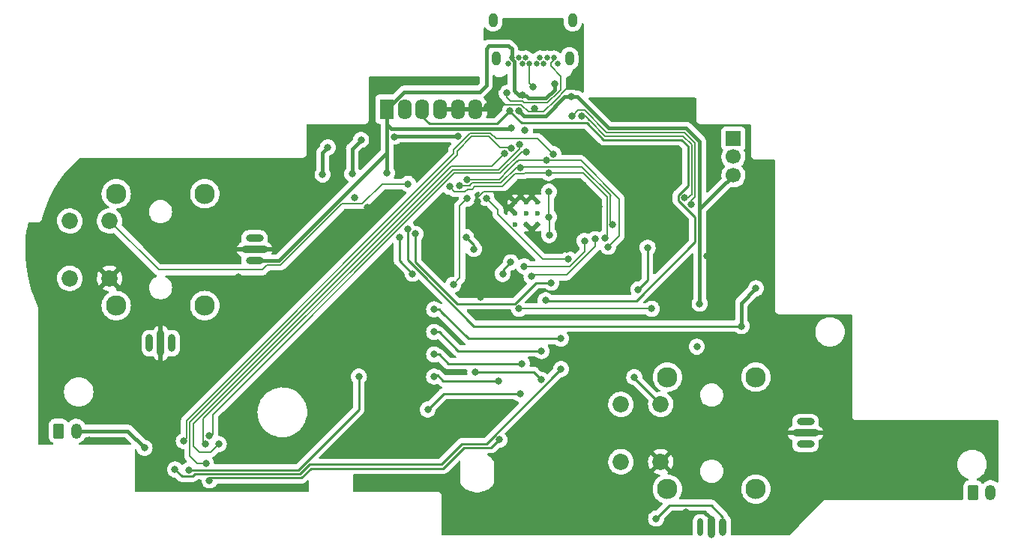
<source format=gbr>
G04 #@! TF.GenerationSoftware,KiCad,Pcbnew,(6.0.7)*
G04 #@! TF.CreationDate,2023-01-30T00:11:12-08:00*
G04 #@! TF.ProjectId,procon_gcc_main_pcb,70726f63-6f6e-45f6-9763-635f6d61696e,rev?*
G04 #@! TF.SameCoordinates,Original*
G04 #@! TF.FileFunction,Copper,L2,Bot*
G04 #@! TF.FilePolarity,Positive*
%FSLAX46Y46*%
G04 Gerber Fmt 4.6, Leading zero omitted, Abs format (unit mm)*
G04 Created by KiCad (PCBNEW (6.0.7)) date 2023-01-30 00:11:12*
%MOMM*%
%LPD*%
G01*
G04 APERTURE LIST*
G04 Aperture macros list*
%AMRoundRect*
0 Rectangle with rounded corners*
0 $1 Rounding radius*
0 $2 $3 $4 $5 $6 $7 $8 $9 X,Y pos of 4 corners*
0 Add a 4 corners polygon primitive as box body*
4,1,4,$2,$3,$4,$5,$6,$7,$8,$9,$2,$3,0*
0 Add four circle primitives for the rounded corners*
1,1,$1+$1,$2,$3*
1,1,$1+$1,$4,$5*
1,1,$1+$1,$6,$7*
1,1,$1+$1,$8,$9*
0 Add four rect primitives between the rounded corners*
20,1,$1+$1,$2,$3,$4,$5,0*
20,1,$1+$1,$4,$5,$6,$7,0*
20,1,$1+$1,$6,$7,$8,$9,0*
20,1,$1+$1,$8,$9,$2,$3,0*%
G04 Aperture macros list end*
G04 #@! TA.AperFunction,ComponentPad*
%ADD10RoundRect,0.250000X-0.350000X-0.625000X0.350000X-0.625000X0.350000X0.625000X-0.350000X0.625000X0*%
G04 #@! TD*
G04 #@! TA.AperFunction,ComponentPad*
%ADD11O,1.200000X1.750000*%
G04 #@! TD*
G04 #@! TA.AperFunction,ComponentPad*
%ADD12O,0.800000X2.000000*%
G04 #@! TD*
G04 #@! TA.AperFunction,ComponentPad*
%ADD13O,0.800000X3.000000*%
G04 #@! TD*
G04 #@! TA.AperFunction,ComponentPad*
%ADD14O,2.000000X0.800000*%
G04 #@! TD*
G04 #@! TA.AperFunction,ComponentPad*
%ADD15O,3.000000X0.800000*%
G04 #@! TD*
G04 #@! TA.AperFunction,ComponentPad*
%ADD16R,1.600000X2.300000*%
G04 #@! TD*
G04 #@! TA.AperFunction,ComponentPad*
%ADD17O,1.600000X2.300000*%
G04 #@! TD*
G04 #@! TA.AperFunction,ComponentPad*
%ADD18C,2.300000*%
G04 #@! TD*
G04 #@! TA.AperFunction,ComponentPad*
%ADD19C,1.850000*%
G04 #@! TD*
G04 #@! TA.AperFunction,ComponentPad*
%ADD20O,0.700000X2.000000*%
G04 #@! TD*
G04 #@! TA.AperFunction,ComponentPad*
%ADD21O,0.800000X2.500000*%
G04 #@! TD*
G04 #@! TA.AperFunction,ComponentPad*
%ADD22C,0.600000*%
G04 #@! TD*
G04 #@! TA.AperFunction,ComponentPad*
%ADD23R,1.700000X1.700000*%
G04 #@! TD*
G04 #@! TA.AperFunction,ComponentPad*
%ADD24C,1.700000*%
G04 #@! TD*
G04 #@! TA.AperFunction,ComponentPad*
%ADD25C,0.650000*%
G04 #@! TD*
G04 #@! TA.AperFunction,ComponentPad*
%ADD26O,1.000000X1.600000*%
G04 #@! TD*
G04 #@! TA.AperFunction,ViaPad*
%ADD27C,0.800000*%
G04 #@! TD*
G04 #@! TA.AperFunction,Conductor*
%ADD28C,0.400000*%
G04 #@! TD*
G04 #@! TA.AperFunction,Conductor*
%ADD29C,0.200000*%
G04 #@! TD*
G04 #@! TA.AperFunction,Conductor*
%ADD30C,0.250000*%
G04 #@! TD*
G04 APERTURE END LIST*
D10*
X84870000Y-139330000D03*
D11*
X86870000Y-139330000D03*
X190150000Y-146280000D03*
D10*
X188150000Y-146280000D03*
D12*
X95149000Y-129394000D03*
D13*
X96419000Y-129394000D03*
D12*
X97689000Y-129394000D03*
D14*
X107019000Y-120064000D03*
D15*
X107019000Y-118794000D03*
D14*
X107019000Y-117524000D03*
D16*
X121970000Y-102930000D03*
D17*
X123970000Y-102930000D03*
X125970000Y-102930000D03*
X127970000Y-102930000D03*
X129970000Y-102930000D03*
X131970000Y-102930000D03*
D18*
X163644000Y-133244000D03*
X163644000Y-145894000D03*
X153644000Y-133244000D03*
X153644000Y-145894000D03*
D19*
X152894000Y-136319000D03*
X148394000Y-136319000D03*
X152894000Y-142819000D03*
X148394000Y-142819000D03*
D20*
X157374000Y-150169000D03*
D21*
X158644000Y-150169000D03*
D12*
X159914000Y-150169000D03*
D14*
X169244000Y-140839000D03*
D15*
X169244000Y-139569000D03*
D14*
X169244000Y-138299000D03*
D22*
X136420000Y-113408579D03*
X138970000Y-115958579D03*
X136420000Y-115958579D03*
X138970000Y-113408579D03*
X138970000Y-114683579D03*
X137695000Y-115958579D03*
X136420000Y-114683579D03*
X137695000Y-114683579D03*
X137695000Y-113408579D03*
D18*
X101394000Y-112494000D03*
X101394000Y-125144000D03*
X91394000Y-112494000D03*
X91394000Y-125144000D03*
D19*
X90644000Y-115569000D03*
X86144000Y-115569000D03*
X90644000Y-122069000D03*
X86144000Y-122069000D03*
D23*
X161100000Y-106250000D03*
D24*
X161100000Y-108325000D03*
X161100000Y-110425000D03*
D25*
X135660000Y-97825000D03*
X136060000Y-97125000D03*
X136860000Y-97125000D03*
X137260000Y-97825000D03*
X137660000Y-97125000D03*
X138060000Y-97825000D03*
X138860000Y-97825000D03*
X139260000Y-97125000D03*
X139660000Y-97825000D03*
X140060000Y-97125000D03*
X140860000Y-97125000D03*
X141260000Y-97825000D03*
D26*
X133970000Y-92835000D03*
X142590000Y-97225000D03*
X134330000Y-97225000D03*
X142950000Y-92835000D03*
D27*
X88370000Y-140360000D03*
X94590000Y-141240000D03*
X184920000Y-143850000D03*
X151870000Y-125510000D03*
X140295000Y-117163579D03*
X140884153Y-100058132D03*
X137304731Y-101302325D03*
X140262365Y-112262282D03*
X136025000Y-105098360D03*
X121970000Y-110145000D03*
X140255000Y-115123579D03*
X136880000Y-125510000D03*
X152366500Y-149234000D03*
X131030000Y-113050000D03*
X99620000Y-143730500D03*
X118800000Y-133175000D03*
X129450000Y-122790000D03*
X134657299Y-140317299D03*
X101922500Y-144908488D03*
X135958340Y-120258341D03*
X135036212Y-121564500D03*
X135224500Y-107984317D03*
X102974500Y-140800000D03*
X137000000Y-135120000D03*
X126580000Y-136900000D03*
X137000000Y-135120000D03*
X137720000Y-107770000D03*
X101919500Y-139904007D03*
X135980369Y-107330354D03*
X101535500Y-143008988D03*
X136903789Y-106947860D03*
X101474500Y-140800000D03*
X99020500Y-140460000D03*
X140765586Y-108021000D03*
X141630000Y-132320000D03*
X98035500Y-143676218D03*
X139387701Y-133537701D03*
X131951097Y-132711097D03*
X131783374Y-118746254D03*
X130900000Y-117400500D03*
X141280000Y-111370000D03*
X132225000Y-113384079D03*
X135636000Y-112776000D03*
X120840000Y-100140000D03*
X147425000Y-102850000D03*
X112575000Y-111875000D03*
X142494000Y-106680000D03*
X132550000Y-124210000D03*
X132600000Y-115470000D03*
X144110000Y-111500000D03*
X142260000Y-118810000D03*
X134480000Y-100510000D03*
X128675000Y-116675000D03*
X125710000Y-107200000D03*
X133330000Y-102630000D03*
X105156000Y-121920000D03*
X133725000Y-118350000D03*
X96450000Y-145740000D03*
X155724000Y-148461500D03*
X148990000Y-109080000D03*
X143450000Y-99425000D03*
X104050000Y-141825000D03*
X145900000Y-113950000D03*
X138625000Y-102900000D03*
X128270000Y-121920000D03*
X158075000Y-119517500D03*
X119760000Y-114070000D03*
X117430000Y-117740000D03*
X101346000Y-129325000D03*
X150351500Y-123330832D03*
X151410000Y-118600000D03*
X156972000Y-129794000D03*
X130007535Y-106007535D03*
X122769500Y-106050000D03*
X157287500Y-124937500D03*
X136872732Y-103147503D03*
X118300000Y-112940000D03*
X142784668Y-101540332D03*
X137562500Y-105300000D03*
X119050000Y-106412500D03*
X118050000Y-110250000D03*
X124299500Y-116530000D03*
X163650000Y-123192500D03*
X162000000Y-127475000D03*
X115287500Y-107250000D03*
X114700000Y-110325000D03*
X139890000Y-124540000D03*
X135490000Y-101090000D03*
X135874290Y-103101467D03*
X125175500Y-117030000D03*
X140507109Y-122560000D03*
X138307609Y-121871634D03*
X145490000Y-117630000D03*
X134540000Y-133680000D03*
X127300000Y-133175000D03*
X127300000Y-130665000D03*
X137190000Y-131720000D03*
X139430000Y-130280000D03*
X127300000Y-128125000D03*
X141620000Y-128880000D03*
X127300000Y-125575000D03*
X143987761Y-103752239D03*
X155594265Y-112958768D03*
X138444958Y-100410500D03*
X156336729Y-113701232D03*
X142900000Y-103675000D03*
X124347832Y-111392168D03*
X142484830Y-119890240D03*
X149901500Y-133240000D03*
X133198379Y-112984079D03*
X123360242Y-117400500D03*
X124860000Y-121545312D03*
X130150000Y-111570000D03*
X147400000Y-116000000D03*
X136994500Y-109527474D03*
X129025378Y-111705378D03*
X146580000Y-117510000D03*
X140220000Y-110140000D03*
X146950000Y-118500000D03*
X139980000Y-108720500D03*
X131050396Y-110870500D03*
X137477937Y-120717938D03*
X144287170Y-117832831D03*
D28*
X92680000Y-139330000D02*
X86870000Y-139330000D01*
X94590000Y-141240000D02*
X92680000Y-139330000D01*
X162000000Y-124842500D02*
X163650000Y-123192500D01*
X162000000Y-126800000D02*
X162000000Y-124842500D01*
X162000000Y-126800000D02*
X162000000Y-125475000D01*
X162000000Y-127475000D02*
X162000000Y-126800000D01*
D29*
X107890000Y-121110000D02*
X96185000Y-121110000D01*
X109968107Y-120564000D02*
X108436000Y-120564000D01*
X108436000Y-120564000D02*
X107890000Y-121110000D01*
X96185000Y-121110000D02*
X90644000Y-115569000D01*
X121447882Y-111392168D02*
X119200050Y-113640000D01*
X119200050Y-113640000D02*
X116892106Y-113640000D01*
X124347832Y-111392168D02*
X121447882Y-111392168D01*
X116892106Y-113640000D02*
X109968107Y-120564000D01*
D28*
X109761000Y-120064000D02*
X107019000Y-120064000D01*
X117162500Y-112662500D02*
X109761000Y-120064000D01*
X137700000Y-101450000D02*
X137300000Y-101450000D01*
X133175000Y-96100000D02*
X133175000Y-100250000D01*
X132455000Y-105120000D02*
X122470000Y-105120000D01*
X121970000Y-105070000D02*
X121970000Y-107855000D01*
X121970000Y-110145000D02*
X121970000Y-107855000D01*
D29*
X136289999Y-97414999D02*
X136060000Y-97185000D01*
D28*
X136060000Y-96135000D02*
X135700000Y-95775000D01*
X136125000Y-97275000D02*
X136300000Y-97450000D01*
X133500000Y-95775000D02*
X133175000Y-96100000D01*
X132455000Y-105120000D02*
X136003360Y-105120000D01*
D29*
X140262365Y-112262282D02*
X140262365Y-115116214D01*
D28*
X121970000Y-104620000D02*
X121970000Y-105070000D01*
X122470000Y-105120000D02*
X121970000Y-104620000D01*
X136060000Y-97125000D02*
X136060000Y-96135000D01*
X135700000Y-95775000D02*
X133500000Y-95775000D01*
X132445000Y-100980000D02*
X133175000Y-100250000D01*
X136900000Y-101450000D02*
X136325000Y-100875000D01*
D29*
X140295000Y-117163579D02*
X140295000Y-115163579D01*
D28*
X139902894Y-101700000D02*
X137950000Y-101700000D01*
X137300000Y-101450000D02*
X136900000Y-101450000D01*
X137950000Y-101700000D02*
X137700000Y-101450000D01*
X136003360Y-105120000D02*
X136025000Y-105098360D01*
D29*
X136460000Y-101160000D02*
X136525000Y-101095000D01*
D28*
X117162500Y-112662500D02*
X117505000Y-112320000D01*
D29*
X140262365Y-115116214D02*
X140255000Y-115123579D01*
D28*
X121970000Y-102930000D02*
X123920000Y-100980000D01*
D29*
X121970000Y-107840000D02*
X117505000Y-112305000D01*
D28*
X137300000Y-101307056D02*
X137304731Y-101302325D01*
X137300000Y-101450000D02*
X137300000Y-101307056D01*
X140884153Y-100058132D02*
X140884153Y-100718741D01*
X136325000Y-100875000D02*
X136325000Y-97500000D01*
X121970000Y-102930000D02*
X121970000Y-104620000D01*
D29*
X136880000Y-125510000D02*
X151870000Y-125510000D01*
D28*
X123920000Y-100980000D02*
X131845000Y-100980000D01*
X140884153Y-100718741D02*
X139902894Y-101700000D01*
X131845000Y-100980000D02*
X132445000Y-100980000D01*
D30*
X117505000Y-112320000D02*
X117505000Y-112305000D01*
D28*
X121970000Y-107855000D02*
X117162500Y-112662500D01*
D29*
X140295000Y-115163579D02*
X140255000Y-115123579D01*
D30*
X153864000Y-147736500D02*
X158596500Y-147736500D01*
X152366500Y-149234000D02*
X153864000Y-147736500D01*
X152880250Y-148720250D02*
X152366500Y-149234000D01*
X153176500Y-148424000D02*
X152880250Y-148720250D01*
X158596500Y-147736500D02*
X159914000Y-149054000D01*
X159914000Y-150169000D02*
X159914000Y-149274000D01*
D29*
X130200000Y-113880000D02*
X130200000Y-122040000D01*
X131030000Y-113050000D02*
X130200000Y-113880000D01*
D30*
X118800000Y-136887208D02*
X118800000Y-133175000D01*
X99620000Y-143730500D02*
X99623488Y-143733988D01*
D29*
X130200000Y-122040000D02*
X129450000Y-122790000D01*
D30*
X99623488Y-143733988D02*
X111953220Y-143733988D01*
X111953220Y-143733988D02*
X118800000Y-136887208D01*
X102056012Y-144633988D02*
X112326012Y-144633988D01*
X128300000Y-143560000D02*
X130640000Y-141220000D01*
X101922500Y-144908488D02*
X101922500Y-144767500D01*
X133754598Y-141220000D02*
X134657299Y-140317299D01*
X112326012Y-144633988D02*
X113400000Y-143560000D01*
X130640000Y-141220000D02*
X133754598Y-141220000D01*
X113400000Y-143560000D02*
X128300000Y-143560000D01*
X101922500Y-144767500D02*
X102056012Y-144633988D01*
X135036212Y-121564500D02*
X135036212Y-121180469D01*
X135036212Y-121180469D02*
X135958340Y-120258341D01*
D29*
X100790000Y-141750000D02*
X102024500Y-141750000D01*
X135224500Y-107984317D02*
X133838317Y-109370500D01*
X100120000Y-141080000D02*
X100790000Y-141750000D01*
X102024500Y-141750000D02*
X102974500Y-140800000D01*
X129238934Y-109370500D02*
X100120000Y-138489434D01*
X133838317Y-109370500D02*
X129238934Y-109370500D01*
X100120000Y-138489434D02*
X100120000Y-141080000D01*
X137164364Y-107770000D02*
X134763864Y-110170500D01*
X137720000Y-107770000D02*
X137164364Y-107770000D01*
X102270000Y-137470806D02*
X102270000Y-139720000D01*
D30*
X128360000Y-135120000D02*
X137000000Y-135120000D01*
X126580000Y-136900000D02*
X128360000Y-135120000D01*
D29*
X102270000Y-139720000D02*
X102103507Y-139720000D01*
D30*
X137000000Y-135120000D02*
X129294000Y-135120000D01*
D29*
X129570306Y-110170500D02*
X102270000Y-137470806D01*
X102103507Y-139720000D02*
X101919500Y-139904007D01*
X134763864Y-110170500D02*
X129570306Y-110170500D01*
X99720000Y-142180000D02*
X99720000Y-138323749D01*
X131550000Y-106020000D02*
X133490000Y-106020000D01*
X134754317Y-107284317D02*
X133490000Y-106020000D01*
X135980369Y-107330354D02*
X135934332Y-107284317D01*
X101535500Y-143008988D02*
X100548988Y-143008988D01*
X100548988Y-143008988D02*
X99720000Y-142180000D01*
X135980369Y-107330354D02*
X135660354Y-107330354D01*
X129919031Y-107650969D02*
X131550000Y-106020000D01*
X129919031Y-108124716D02*
X129919031Y-107650969D01*
X99720000Y-138323749D02*
X129919031Y-108124716D01*
X135934332Y-107284317D02*
X134754317Y-107284317D01*
X134598178Y-109770500D02*
X129404620Y-109770500D01*
X101220000Y-139940000D02*
X101220000Y-140545500D01*
X101220000Y-140545500D02*
X101474500Y-140800000D01*
X136903789Y-107464889D02*
X134598178Y-109770500D01*
X101220000Y-137955120D02*
X101220000Y-139940000D01*
X129404620Y-109770500D02*
X101220000Y-137955120D01*
X101220000Y-139940000D02*
X101220000Y-140800000D01*
X136903789Y-106947860D02*
X136903789Y-107464889D01*
X138992446Y-106247860D02*
X134283546Y-106247860D01*
X133655686Y-105620000D02*
X131384314Y-105620000D01*
X140765586Y-108021000D02*
X138992446Y-106247860D01*
X99320000Y-138158063D02*
X99320000Y-140160500D01*
X99320000Y-140160500D02*
X99020500Y-140460000D01*
X134283546Y-106247860D02*
X133655686Y-105620000D01*
X131384314Y-105620000D02*
X129519031Y-107485283D01*
X129519031Y-107485283D02*
X129519031Y-107959031D01*
X129519031Y-107959031D02*
X99320000Y-138158063D01*
D30*
X133180000Y-140770000D02*
X141630000Y-132320000D01*
X98035500Y-143676218D02*
X98071718Y-143640000D01*
X100320000Y-144183988D02*
X112139616Y-144183988D01*
X130450000Y-140770000D02*
X133180000Y-140770000D01*
X98814782Y-144455500D02*
X100048488Y-144455500D01*
X100048488Y-144455500D02*
X100320000Y-144183988D01*
X113213604Y-143110000D02*
X128110000Y-143110000D01*
X112139616Y-144183988D02*
X113213604Y-143110000D01*
X98035500Y-143676218D02*
X98814782Y-144455500D01*
X128110000Y-143110000D02*
X130450000Y-140770000D01*
X131951097Y-132711097D02*
X138561097Y-132711097D01*
X138561097Y-132711097D02*
X139387701Y-133537701D01*
X131783374Y-118746254D02*
X131783374Y-118283874D01*
X131783374Y-118283874D02*
X130900000Y-117400500D01*
D29*
X143421368Y-100646368D02*
X143450000Y-100617736D01*
X140962843Y-101912843D02*
X139655686Y-103220000D01*
X143162047Y-99713639D02*
X143162047Y-99712953D01*
X132225000Y-112967508D02*
X132908429Y-112284079D01*
D28*
X157736500Y-148461500D02*
X158325000Y-149050000D01*
D29*
X135001467Y-102401467D02*
X134480000Y-101880000D01*
D28*
X155724000Y-148461500D02*
X157736500Y-148461500D01*
D29*
X137116646Y-102401467D02*
X135001467Y-102401467D01*
X137935179Y-103220000D02*
X137116646Y-102401467D01*
X134480000Y-101880000D02*
X134480000Y-100510000D01*
X143450000Y-100617736D02*
X143450000Y-99425000D01*
X134480000Y-100510000D02*
X134480000Y-101069950D01*
X142229318Y-100646368D02*
X143421368Y-100646368D01*
D30*
X128675000Y-116675000D02*
X128675000Y-116525000D01*
D29*
X135144079Y-112284079D02*
X135636000Y-112776000D01*
X140962843Y-101912843D02*
X142229318Y-100646368D01*
X132908429Y-112284079D02*
X135144079Y-112284079D01*
X143162047Y-99712953D02*
X143450000Y-99425000D01*
X139655686Y-103220000D02*
X137935179Y-103220000D01*
X132225000Y-113384079D02*
X132225000Y-112967508D01*
D30*
X150351500Y-123330832D02*
X151410000Y-122272332D01*
X151410000Y-122272332D02*
X151410000Y-118600000D01*
D28*
X142784668Y-101540332D02*
X143472203Y-101540332D01*
X157289997Y-114660003D02*
X157275000Y-114675000D01*
X155775000Y-105075000D02*
X157289997Y-106589997D01*
X139862792Y-103720000D02*
X137445229Y-103720000D01*
X142784668Y-101540332D02*
X142042460Y-101540332D01*
X142042460Y-101540332D02*
X139862792Y-103720000D01*
X157289997Y-106589997D02*
X157289997Y-114409997D01*
X118050000Y-107412500D02*
X118050000Y-110250000D01*
X157275000Y-124292500D02*
X157287500Y-124305000D01*
X159317997Y-112220003D02*
X159579000Y-111959000D01*
X119050000Y-106412500D02*
X118050000Y-107412500D01*
X159579000Y-111959000D02*
X157289997Y-114248003D01*
X157289997Y-114660003D02*
X157289997Y-115335003D01*
X130007535Y-106007535D02*
X122811965Y-106007535D01*
X143472203Y-101540332D02*
X147006871Y-105075000D01*
X137445229Y-103720000D02*
X136872732Y-103147503D01*
D30*
X118370000Y-112870000D02*
X118300000Y-112940000D01*
D28*
X122811965Y-106007535D02*
X122769500Y-106050000D01*
X157275000Y-114675000D02*
X157275000Y-124925000D01*
X159579000Y-111959000D02*
X161069000Y-110469000D01*
X157289997Y-114248003D02*
X157289997Y-114409997D01*
X157289997Y-114409997D02*
X157289997Y-114660003D01*
X147006871Y-105075000D02*
X155775000Y-105075000D01*
D30*
X125779996Y-121440004D02*
X125999993Y-121660000D01*
X124299500Y-116530000D02*
X124299500Y-119959507D01*
D28*
X114700000Y-110325000D02*
X114700000Y-107837500D01*
D30*
X131814992Y-127475000D02*
X162000000Y-127475000D01*
X124299500Y-119959507D02*
X125779996Y-121440004D01*
X125779996Y-121440004D02*
X131814992Y-127475000D01*
D28*
X114700000Y-107837500D02*
X115287500Y-107250000D01*
D30*
X163500000Y-123342500D02*
X163650000Y-123192500D01*
X135874290Y-103174366D02*
X135874290Y-103101467D01*
X137177163Y-104477239D02*
X135874290Y-103174366D01*
X156380192Y-114770000D02*
X156750000Y-115139808D01*
X154869265Y-113259073D02*
X154869265Y-112658463D01*
D29*
X140860000Y-97340000D02*
X140475000Y-97725000D01*
X140475000Y-98075000D02*
X141584153Y-99184153D01*
X140475000Y-97725000D02*
X140475000Y-98075000D01*
D30*
X139950000Y-124600000D02*
X139890000Y-124540000D01*
D29*
X137282332Y-102001467D02*
X135926467Y-102001467D01*
D30*
X154869265Y-112658463D02*
X155965497Y-111562231D01*
D29*
X141335262Y-100974738D02*
X140110000Y-102200000D01*
D30*
X146458039Y-106400000D02*
X144535277Y-104477239D01*
X155965497Y-111562231D02*
X155965497Y-107139329D01*
X134380756Y-104595000D02*
X126770000Y-104595000D01*
D29*
X141335262Y-100964738D02*
X141335262Y-100974738D01*
D30*
X155100096Y-113489904D02*
X156380192Y-114770000D01*
X125970000Y-103795000D02*
X125970000Y-102930000D01*
X155965497Y-107139329D02*
X155226168Y-106400000D01*
D29*
X141584153Y-99184153D02*
X141584153Y-100715847D01*
X137480865Y-102200000D02*
X137282332Y-102001467D01*
D30*
X135874290Y-103101467D02*
X134380756Y-104595000D01*
D29*
X135926467Y-102001467D02*
X135490000Y-101565000D01*
D30*
X155226168Y-106400000D02*
X146458039Y-106400000D01*
D29*
X141584153Y-100715847D02*
X141335262Y-100964738D01*
D30*
X137372761Y-104477239D02*
X137177163Y-104477239D01*
X138097761Y-104477239D02*
X137372761Y-104477239D01*
X156750000Y-117957637D02*
X150107637Y-124600000D01*
X138097761Y-104477239D02*
X137177163Y-104477239D01*
D29*
X140110000Y-102200000D02*
X137480865Y-102200000D01*
D30*
X156750000Y-115139808D02*
X156750000Y-117957637D01*
D29*
X140860000Y-97125000D02*
X140860000Y-97340000D01*
D30*
X155100096Y-113489904D02*
X154869265Y-113259073D01*
X144535277Y-104477239D02*
X138097761Y-104477239D01*
X150107637Y-124600000D02*
X139950000Y-124600000D01*
X126770000Y-104595000D02*
X125970000Y-103795000D01*
D29*
X135490000Y-101565000D02*
X135490000Y-101090000D01*
D30*
X125175500Y-119670812D02*
X125175500Y-120199112D01*
X125175500Y-120199112D02*
X129911388Y-124935000D01*
X129911388Y-124935000D02*
X136429695Y-124935000D01*
X125175500Y-117030000D02*
X125175500Y-119670812D01*
X138804695Y-122560000D02*
X140507109Y-122560000D01*
X136429695Y-124935000D02*
X138804695Y-122560000D01*
D29*
X142240000Y-121690000D02*
X138489243Y-121690000D01*
X145490000Y-118440000D02*
X142240000Y-121690000D01*
X145490000Y-117630000D02*
X145490000Y-118440000D01*
X138489243Y-121690000D02*
X138307609Y-121871634D01*
D30*
X127447500Y-133027500D02*
X127300000Y-133175000D01*
X128325000Y-133680000D02*
X127672500Y-133027500D01*
X134540000Y-133680000D02*
X128325000Y-133680000D01*
X127672500Y-133027500D02*
X127447500Y-133027500D01*
X128905000Y-131720000D02*
X137190000Y-131720000D01*
X127850000Y-130665000D02*
X128905000Y-131720000D01*
X127300000Y-130665000D02*
X127850000Y-130665000D01*
X127300000Y-128125000D02*
X127850000Y-128125000D01*
X130005000Y-130280000D02*
X139430000Y-130280000D01*
X127850000Y-128125000D02*
X130005000Y-130280000D01*
X141620000Y-128880000D02*
X131145000Y-128880000D01*
X127840000Y-125575000D02*
X128147500Y-125882500D01*
X131145000Y-128880000D02*
X128147500Y-125882500D01*
X127300000Y-125575000D02*
X127840000Y-125575000D01*
D29*
X155402208Y-105975000D02*
X147680000Y-105975000D01*
X143987761Y-103752239D02*
X144411319Y-103752239D01*
X138060000Y-97825000D02*
X138060000Y-99960000D01*
X147680000Y-105975000D02*
X146634079Y-105975000D01*
X156340497Y-112636801D02*
X156386801Y-112636801D01*
X156390497Y-106963289D02*
X155402208Y-105975000D01*
X144411319Y-103752239D02*
X145004540Y-104345460D01*
X146634079Y-105975000D02*
X145004540Y-104345460D01*
X145004540Y-104345460D02*
X144769539Y-104110460D01*
X156386801Y-112636801D02*
X156390497Y-112633105D01*
X138444958Y-100410500D02*
X138444958Y-100344958D01*
X156018530Y-112958768D02*
X156340497Y-112636801D01*
X138444958Y-100344958D02*
X138060000Y-99960000D01*
X155594265Y-112958768D02*
X156018530Y-112958768D01*
X156390497Y-107020000D02*
X156390497Y-106963289D01*
X156390497Y-112633105D02*
X156390497Y-107020000D01*
X156790497Y-106797603D02*
X155567894Y-105575000D01*
X156336729Y-113701232D02*
X156336729Y-113276967D01*
X156790497Y-112823199D02*
X156790497Y-106797603D01*
X143577383Y-103052617D02*
X142955000Y-103675000D01*
X156336729Y-113276967D02*
X156790497Y-112823199D01*
X155567894Y-105575000D02*
X146799765Y-105575000D01*
X146799765Y-105575000D02*
X144277382Y-103052617D01*
X144277382Y-103052617D02*
X143577383Y-103052617D01*
X142955000Y-103675000D02*
X142900000Y-103675000D01*
X139560240Y-119890240D02*
X142484830Y-119890240D01*
D30*
X149901500Y-133326500D02*
X149901500Y-133240000D01*
D29*
X134514079Y-114299779D02*
X134514079Y-114844079D01*
X133198379Y-112984079D02*
X134514079Y-114299779D01*
X134514079Y-114844079D02*
X139560240Y-119890240D01*
D30*
X152894000Y-136319000D02*
X149901500Y-133326500D01*
X123360242Y-120045554D02*
X124860000Y-121545312D01*
X123360242Y-117400500D02*
X123360242Y-120045554D01*
D29*
X147450000Y-115970000D02*
X147220000Y-115740000D01*
X144005686Y-109440000D02*
X147230000Y-112664314D01*
X142000000Y-109440000D02*
X143440000Y-109440000D01*
X147400000Y-116000000D02*
X147400000Y-115920000D01*
X134855500Y-111270500D02*
X136598526Y-109527474D01*
X131355000Y-111570000D02*
X130150000Y-111570000D01*
X136598526Y-109527474D02*
X136994500Y-109527474D01*
X136962526Y-109527474D02*
X136994500Y-109527474D01*
X147220000Y-112730000D02*
X147230000Y-112720000D01*
X147400000Y-115920000D02*
X147220000Y-115740000D01*
X131382000Y-111543000D02*
X131355000Y-111570000D01*
X131640346Y-111270500D02*
X134855500Y-111270500D01*
X137081974Y-109440000D02*
X142000000Y-109440000D01*
X147519500Y-115970000D02*
X147450000Y-115970000D01*
X147230000Y-112720000D02*
X147230000Y-112700000D01*
X136994500Y-109527474D02*
X137081974Y-109440000D01*
X131382000Y-111528846D02*
X131640346Y-111270500D01*
X131382000Y-111528846D02*
X131382000Y-111543000D01*
X143440000Y-109440000D02*
X144005686Y-109440000D01*
X147220000Y-115740000D02*
X147220000Y-112730000D01*
X137424000Y-110246000D02*
X136445686Y-110246000D01*
X131580000Y-111970000D02*
X131064000Y-111970000D01*
X140220000Y-110140000D02*
X144140000Y-110140000D01*
X146820000Y-116930000D02*
X146820000Y-117190000D01*
X146820000Y-116930000D02*
X146820000Y-117270000D01*
X130764000Y-112270000D02*
X129590000Y-112270000D01*
X137530000Y-110140000D02*
X137424000Y-110246000D01*
X140220000Y-110140000D02*
X137530000Y-110140000D01*
X146820000Y-117270000D02*
X146580000Y-117510000D01*
X146820000Y-112820000D02*
X146820000Y-116930000D01*
X129590000Y-112270000D02*
X129025378Y-111705378D01*
X131879500Y-111670500D02*
X131580000Y-111970000D01*
X136445686Y-110246000D02*
X135021186Y-111670500D01*
X146820000Y-117190000D02*
X146840000Y-117210000D01*
X144140000Y-110140000D02*
X146820000Y-112820000D01*
X131064000Y-111970000D02*
X130764000Y-112270000D01*
X135021186Y-111670500D02*
X131879500Y-111670500D01*
X139980000Y-108720500D02*
X136779550Y-108720500D01*
X134629550Y-110870500D02*
X131050396Y-110870500D01*
X143851872Y-108720500D02*
X139980000Y-108720500D01*
X136345025Y-109155025D02*
X135692157Y-109807893D01*
X148219500Y-117230500D02*
X148219500Y-113088128D01*
X148219500Y-113088128D02*
X143851872Y-108720500D01*
X147540000Y-117930000D02*
X146970000Y-118500000D01*
X136740401Y-108759649D02*
X136345025Y-109155025D01*
X136779550Y-108720500D02*
X136345025Y-109155025D01*
X146970000Y-118500000D02*
X146950000Y-118500000D01*
X146950000Y-118500000D02*
X148219500Y-117230500D01*
X135692157Y-109807893D02*
X134629550Y-110870500D01*
X137477937Y-120717938D02*
X142646376Y-120717938D01*
X142646376Y-120717938D02*
X144287170Y-119077144D01*
X144287170Y-119077144D02*
X144287170Y-117832831D01*
X137479999Y-120720000D02*
X137477937Y-120717938D01*
G04 #@! TA.AperFunction,Conductor*
G36*
X156839846Y-101642860D02*
G01*
X156886339Y-101696516D01*
X156897725Y-101748858D01*
X156897725Y-104105735D01*
X156897723Y-104106505D01*
X156897249Y-104184079D01*
X156899716Y-104192710D01*
X156905375Y-104212511D01*
X156908953Y-104229273D01*
X156913145Y-104258545D01*
X156916859Y-104266713D01*
X156916859Y-104266714D01*
X156923773Y-104281920D01*
X156930221Y-104299444D01*
X156937276Y-104324129D01*
X156942068Y-104331723D01*
X156942069Y-104331726D01*
X156953055Y-104349138D01*
X156961194Y-104364221D01*
X156973433Y-104391140D01*
X156979294Y-104397942D01*
X156990195Y-104410593D01*
X157001298Y-104425597D01*
X157015001Y-104447316D01*
X157021726Y-104453255D01*
X157021729Y-104453259D01*
X157037163Y-104466890D01*
X157049207Y-104479082D01*
X157062652Y-104494685D01*
X157062655Y-104494687D01*
X157068512Y-104501485D01*
X157076041Y-104506365D01*
X157076042Y-104506366D01*
X157090060Y-104515452D01*
X157104934Y-104526743D01*
X157112888Y-104533767D01*
X157124176Y-104543736D01*
X157150936Y-104556300D01*
X157165916Y-104564621D01*
X157183208Y-104575829D01*
X157183213Y-104575831D01*
X157190740Y-104580710D01*
X157199333Y-104583280D01*
X157199338Y-104583282D01*
X157215345Y-104588069D01*
X157232789Y-104594730D01*
X157247901Y-104601825D01*
X157247903Y-104601826D01*
X157256025Y-104605639D01*
X157264892Y-104607020D01*
X157264893Y-104607020D01*
X157267578Y-104607438D01*
X157285242Y-104610188D01*
X157301957Y-104613971D01*
X157321691Y-104619873D01*
X157321697Y-104619874D01*
X157330291Y-104622444D01*
X157339262Y-104622499D01*
X157339263Y-104622499D01*
X157349322Y-104622560D01*
X157364731Y-104622654D01*
X157365514Y-104622687D01*
X157366611Y-104622858D01*
X157397602Y-104622858D01*
X157398372Y-104622860D01*
X157472010Y-104623310D01*
X157472011Y-104623310D01*
X157475946Y-104623334D01*
X157477290Y-104622950D01*
X157478635Y-104622858D01*
X162971725Y-104622858D01*
X163039846Y-104642860D01*
X163086339Y-104696516D01*
X163097725Y-104748858D01*
X163097725Y-108105735D01*
X163097723Y-108106505D01*
X163097249Y-108184079D01*
X163102697Y-108203141D01*
X163105375Y-108212511D01*
X163108953Y-108229273D01*
X163113145Y-108258545D01*
X163116859Y-108266713D01*
X163116859Y-108266714D01*
X163123773Y-108281920D01*
X163130221Y-108299444D01*
X163137276Y-108324129D01*
X163142068Y-108331723D01*
X163142069Y-108331726D01*
X163153055Y-108349138D01*
X163161194Y-108364221D01*
X163173433Y-108391140D01*
X163179294Y-108397942D01*
X163190195Y-108410593D01*
X163201298Y-108425597D01*
X163215001Y-108447316D01*
X163221726Y-108453255D01*
X163221729Y-108453259D01*
X163237163Y-108466890D01*
X163249207Y-108479082D01*
X163262652Y-108494685D01*
X163262655Y-108494687D01*
X163268512Y-108501485D01*
X163276041Y-108506365D01*
X163276042Y-108506366D01*
X163290060Y-108515452D01*
X163304934Y-108526743D01*
X163317442Y-108537789D01*
X163324176Y-108543736D01*
X163350936Y-108556300D01*
X163365916Y-108564621D01*
X163383208Y-108575829D01*
X163383213Y-108575831D01*
X163390740Y-108580710D01*
X163399333Y-108583280D01*
X163399338Y-108583282D01*
X163415345Y-108588069D01*
X163432789Y-108594730D01*
X163447901Y-108601825D01*
X163447903Y-108601826D01*
X163456025Y-108605639D01*
X163464892Y-108607020D01*
X163464893Y-108607020D01*
X163474535Y-108608521D01*
X163485242Y-108610188D01*
X163501957Y-108613971D01*
X163521691Y-108619873D01*
X163521697Y-108619874D01*
X163530291Y-108622444D01*
X163539262Y-108622499D01*
X163539263Y-108622499D01*
X163549322Y-108622560D01*
X163564731Y-108622654D01*
X163565514Y-108622687D01*
X163566611Y-108622858D01*
X163597602Y-108622858D01*
X163598372Y-108622860D01*
X163672010Y-108623310D01*
X163672011Y-108623310D01*
X163675946Y-108623334D01*
X163677290Y-108622950D01*
X163678635Y-108622858D01*
X165671725Y-108622858D01*
X165739846Y-108642860D01*
X165786339Y-108696516D01*
X165797725Y-108748858D01*
X165797725Y-125605735D01*
X165797723Y-125606505D01*
X165797249Y-125684079D01*
X165799716Y-125692710D01*
X165805375Y-125712511D01*
X165808953Y-125729273D01*
X165813145Y-125758545D01*
X165816859Y-125766713D01*
X165816859Y-125766714D01*
X165823773Y-125781920D01*
X165830221Y-125799444D01*
X165837276Y-125824129D01*
X165842068Y-125831723D01*
X165842069Y-125831726D01*
X165853055Y-125849138D01*
X165861194Y-125864221D01*
X165873433Y-125891140D01*
X165879294Y-125897942D01*
X165890195Y-125910593D01*
X165901298Y-125925597D01*
X165915001Y-125947316D01*
X165921726Y-125953255D01*
X165921729Y-125953259D01*
X165937163Y-125966890D01*
X165949207Y-125979082D01*
X165962652Y-125994685D01*
X165962655Y-125994687D01*
X165968512Y-126001485D01*
X165976041Y-126006365D01*
X165976042Y-126006366D01*
X165990060Y-126015452D01*
X166004934Y-126026743D01*
X166017442Y-126037789D01*
X166024176Y-126043736D01*
X166050936Y-126056300D01*
X166065916Y-126064621D01*
X166083208Y-126075829D01*
X166083213Y-126075831D01*
X166090740Y-126080710D01*
X166099333Y-126083280D01*
X166099338Y-126083282D01*
X166115345Y-126088069D01*
X166132789Y-126094730D01*
X166147901Y-126101825D01*
X166147903Y-126101826D01*
X166156025Y-126105639D01*
X166164892Y-126107020D01*
X166164893Y-126107020D01*
X166174535Y-126108521D01*
X166185242Y-126110188D01*
X166201957Y-126113971D01*
X166221691Y-126119873D01*
X166221697Y-126119874D01*
X166230291Y-126122444D01*
X166239262Y-126122499D01*
X166239263Y-126122499D01*
X166249322Y-126122560D01*
X166264731Y-126122654D01*
X166265514Y-126122687D01*
X166266611Y-126122858D01*
X166297602Y-126122858D01*
X166298372Y-126122860D01*
X166372010Y-126123310D01*
X166372011Y-126123310D01*
X166375946Y-126123334D01*
X166377290Y-126122950D01*
X166378635Y-126122858D01*
X174371725Y-126122858D01*
X174439846Y-126142860D01*
X174486339Y-126196516D01*
X174497725Y-126248858D01*
X174497725Y-137605734D01*
X174497723Y-137606504D01*
X174497249Y-137684078D01*
X174501358Y-137698454D01*
X174505375Y-137712510D01*
X174508953Y-137729272D01*
X174513145Y-137758544D01*
X174516859Y-137766712D01*
X174516859Y-137766713D01*
X174523773Y-137781919D01*
X174530221Y-137799443D01*
X174537276Y-137824128D01*
X174542068Y-137831722D01*
X174542069Y-137831725D01*
X174553055Y-137849137D01*
X174561194Y-137864220D01*
X174573433Y-137891139D01*
X174579294Y-137897941D01*
X174590195Y-137910592D01*
X174601298Y-137925596D01*
X174615001Y-137947315D01*
X174621726Y-137953254D01*
X174621729Y-137953258D01*
X174637163Y-137966889D01*
X174649207Y-137979081D01*
X174662652Y-137994684D01*
X174662655Y-137994686D01*
X174668512Y-138001484D01*
X174676041Y-138006364D01*
X174676042Y-138006365D01*
X174690060Y-138015451D01*
X174704934Y-138026742D01*
X174717442Y-138037788D01*
X174724176Y-138043735D01*
X174750936Y-138056299D01*
X174765916Y-138064620D01*
X174783208Y-138075828D01*
X174783213Y-138075830D01*
X174790740Y-138080709D01*
X174799333Y-138083279D01*
X174799338Y-138083281D01*
X174815345Y-138088068D01*
X174832789Y-138094729D01*
X174847901Y-138101824D01*
X174847903Y-138101825D01*
X174856025Y-138105638D01*
X174864892Y-138107019D01*
X174864893Y-138107019D01*
X174874535Y-138108520D01*
X174885242Y-138110187D01*
X174901957Y-138113970D01*
X174921691Y-138119872D01*
X174921697Y-138119873D01*
X174930291Y-138122443D01*
X174939262Y-138122498D01*
X174939263Y-138122498D01*
X174949322Y-138122559D01*
X174964731Y-138122653D01*
X174965514Y-138122686D01*
X174966611Y-138122857D01*
X174997602Y-138122857D01*
X174998372Y-138122859D01*
X175072010Y-138123309D01*
X175072011Y-138123309D01*
X175075946Y-138123333D01*
X175077290Y-138122949D01*
X175078635Y-138122857D01*
X190921725Y-138122857D01*
X190989846Y-138142859D01*
X191036339Y-138196515D01*
X191047725Y-138248857D01*
X191047725Y-145040170D01*
X191027723Y-145108291D01*
X190974067Y-145154784D01*
X190903793Y-145164888D01*
X190839147Y-145135336D01*
X190796637Y-145098448D01*
X190791451Y-145095448D01*
X190791447Y-145095445D01*
X190618742Y-144995533D01*
X190613546Y-144992527D01*
X190413729Y-144923139D01*
X190407794Y-144922278D01*
X190407792Y-144922278D01*
X190210336Y-144893648D01*
X190210333Y-144893648D01*
X190204396Y-144892787D01*
X189993101Y-144902567D01*
X189862441Y-144934056D01*
X189793299Y-144950719D01*
X189793297Y-144950720D01*
X189787466Y-144952125D01*
X189782008Y-144954607D01*
X189782004Y-144954608D01*
X189674768Y-145003366D01*
X189594913Y-145039674D01*
X189498181Y-145108291D01*
X189436281Y-145152200D01*
X189422389Y-145162054D01*
X189418247Y-145166381D01*
X189418241Y-145166386D01*
X189331194Y-145257317D01*
X189269639Y-145292694D01*
X189198730Y-145289175D01*
X189140979Y-145247879D01*
X189133032Y-145236491D01*
X189132842Y-145236184D01*
X189098478Y-145180652D01*
X189082687Y-145164888D01*
X188978483Y-145060866D01*
X188973303Y-145055695D01*
X188952937Y-145043141D01*
X188828968Y-144966725D01*
X188828966Y-144966724D01*
X188822738Y-144962885D01*
X188656705Y-144907815D01*
X188656704Y-144907814D01*
X188654861Y-144907203D01*
X188654970Y-144906874D01*
X188595966Y-144874885D01*
X188561754Y-144812675D01*
X188566607Y-144741844D01*
X188608983Y-144684881D01*
X188636574Y-144669115D01*
X188751230Y-144621623D01*
X188806922Y-144598555D01*
X188806926Y-144598553D01*
X188811496Y-144596660D01*
X189034081Y-144460260D01*
X189232588Y-144290720D01*
X189402128Y-144092213D01*
X189538528Y-143869628D01*
X189546655Y-143850009D01*
X189636535Y-143633019D01*
X189636536Y-143633017D01*
X189638429Y-143628446D01*
X189676052Y-143471738D01*
X189698216Y-143379419D01*
X189698217Y-143379413D01*
X189699371Y-143374606D01*
X189719853Y-143114357D01*
X189699371Y-142854108D01*
X189698217Y-142849301D01*
X189698216Y-142849295D01*
X189650723Y-142651476D01*
X189638429Y-142600268D01*
X189615323Y-142544485D01*
X189540423Y-142363660D01*
X189540421Y-142363656D01*
X189538528Y-142359086D01*
X189402128Y-142136501D01*
X189232588Y-141937994D01*
X189034081Y-141768454D01*
X188811496Y-141632054D01*
X188806926Y-141630161D01*
X188806922Y-141630159D01*
X188574887Y-141534047D01*
X188574885Y-141534046D01*
X188570314Y-141532153D01*
X188458335Y-141505269D01*
X188321287Y-141472366D01*
X188321281Y-141472365D01*
X188316474Y-141471211D01*
X188056225Y-141450729D01*
X187795976Y-141471211D01*
X187791169Y-141472365D01*
X187791163Y-141472366D01*
X187654115Y-141505269D01*
X187542136Y-141532153D01*
X187537565Y-141534046D01*
X187537563Y-141534047D01*
X187305528Y-141630159D01*
X187305524Y-141630161D01*
X187300954Y-141632054D01*
X187078369Y-141768454D01*
X186879862Y-141937994D01*
X186710322Y-142136501D01*
X186573922Y-142359086D01*
X186572029Y-142363656D01*
X186572027Y-142363660D01*
X186497127Y-142544485D01*
X186474021Y-142600268D01*
X186461727Y-142651476D01*
X186414234Y-142849295D01*
X186414233Y-142849301D01*
X186413079Y-142854108D01*
X186401419Y-143002263D01*
X186393126Y-143107639D01*
X186393124Y-143107639D01*
X186393125Y-143107647D01*
X186392597Y-143114357D01*
X186392985Y-143119287D01*
X186392985Y-143119290D01*
X186393275Y-143122972D01*
X186413079Y-143374606D01*
X186414233Y-143379413D01*
X186414234Y-143379419D01*
X186436398Y-143471738D01*
X186474021Y-143628446D01*
X186475914Y-143633017D01*
X186475915Y-143633019D01*
X186565796Y-143850009D01*
X186573922Y-143869628D01*
X186710322Y-144092213D01*
X186879862Y-144290720D01*
X187078369Y-144460260D01*
X187300954Y-144596660D01*
X187305524Y-144598553D01*
X187305528Y-144598555D01*
X187475873Y-144669114D01*
X187542136Y-144696561D01*
X187546939Y-144697714D01*
X187550610Y-144698907D01*
X187609215Y-144738981D01*
X187636851Y-144804378D01*
X187624743Y-144874335D01*
X187576736Y-144926640D01*
X187551549Y-144938262D01*
X187483007Y-144961130D01*
X187483005Y-144961131D01*
X187476054Y-144963450D01*
X187325652Y-145056522D01*
X187200695Y-145181697D01*
X187196855Y-145187927D01*
X187196854Y-145187928D01*
X187128767Y-145298386D01*
X187107885Y-145332262D01*
X187052203Y-145500139D01*
X187041500Y-145604600D01*
X187041500Y-146955400D01*
X187042689Y-146966857D01*
X187029822Y-147036678D01*
X186981249Y-147088459D01*
X186917361Y-147105857D01*
X171623241Y-147105857D01*
X171607534Y-147104203D01*
X171599722Y-147103674D01*
X171590940Y-147101803D01*
X171581988Y-147102472D01*
X171581986Y-147102472D01*
X171541403Y-147105506D01*
X171532010Y-147105857D01*
X171519712Y-147105857D01*
X171505352Y-147107913D01*
X171496911Y-147108832D01*
X171445689Y-147112661D01*
X171437283Y-147115817D01*
X171429025Y-147117636D01*
X171420926Y-147120004D01*
X171412038Y-147121277D01*
X171375770Y-147137767D01*
X171365263Y-147142544D01*
X171357394Y-147145805D01*
X171309322Y-147163851D01*
X171302144Y-147169235D01*
X171294725Y-147173301D01*
X171287611Y-147177851D01*
X171279443Y-147181565D01*
X171240531Y-147215094D01*
X171233900Y-147220428D01*
X171219793Y-147231010D01*
X171216397Y-147234493D01*
X171211704Y-147239306D01*
X171203738Y-147246796D01*
X171169098Y-147276644D01*
X171163593Y-147285137D01*
X171148081Y-147304561D01*
X168495538Y-150025118D01*
X167478905Y-151067818D01*
X167417028Y-151102629D01*
X167388689Y-151105857D01*
X160931203Y-151105857D01*
X160863082Y-151085855D01*
X160816589Y-151032199D01*
X160806511Y-150962103D01*
X160807542Y-150958928D01*
X160808231Y-150952373D01*
X160808232Y-150952368D01*
X160822156Y-150819880D01*
X160822500Y-150816610D01*
X160822500Y-149521390D01*
X160812642Y-149427597D01*
X160808232Y-149385635D01*
X160808232Y-149385633D01*
X160807542Y-149379072D01*
X160748527Y-149197444D01*
X160653040Y-149032056D01*
X160545793Y-148912946D01*
X160518432Y-148863788D01*
X160502230Y-148808021D01*
X160500018Y-148800406D01*
X160433098Y-148687249D01*
X160422576Y-148669458D01*
X160418542Y-148662637D01*
X159100152Y-147344247D01*
X159092612Y-147335961D01*
X159088500Y-147329482D01*
X159038848Y-147282856D01*
X159036007Y-147280102D01*
X159016270Y-147260365D01*
X159013073Y-147257885D01*
X159004051Y-147250180D01*
X158971821Y-147219914D01*
X158964875Y-147216095D01*
X158964872Y-147216093D01*
X158954066Y-147210152D01*
X158937547Y-147199301D01*
X158929338Y-147192934D01*
X158921541Y-147186886D01*
X158914272Y-147183741D01*
X158914268Y-147183738D01*
X158880963Y-147169326D01*
X158870313Y-147164109D01*
X158831560Y-147142805D01*
X158811937Y-147137767D01*
X158793234Y-147131363D01*
X158781920Y-147126467D01*
X158781919Y-147126467D01*
X158774645Y-147123319D01*
X158766822Y-147122080D01*
X158766812Y-147122077D01*
X158730976Y-147116401D01*
X158719356Y-147113995D01*
X158684211Y-147104972D01*
X158684210Y-147104972D01*
X158676530Y-147103000D01*
X158656276Y-147103000D01*
X158636565Y-147101449D01*
X158624386Y-147099520D01*
X158616557Y-147098280D01*
X158582663Y-147101484D01*
X158572539Y-147102441D01*
X158560681Y-147103000D01*
X155065802Y-147103000D01*
X154997681Y-147082998D01*
X154951188Y-147029342D01*
X154941084Y-146959068D01*
X154969991Y-146895170D01*
X154986687Y-146875621D01*
X154989903Y-146871856D01*
X155126303Y-146649271D01*
X155155388Y-146579055D01*
X155224310Y-146412662D01*
X155224311Y-146412660D01*
X155226204Y-146408089D01*
X155258793Y-146272347D01*
X155285991Y-146159062D01*
X155285992Y-146159056D01*
X155287146Y-146154249D01*
X155307628Y-145894000D01*
X161980372Y-145894000D01*
X162000854Y-146154249D01*
X162002008Y-146159056D01*
X162002009Y-146159062D01*
X162029207Y-146272347D01*
X162061796Y-146408089D01*
X162063689Y-146412660D01*
X162063690Y-146412662D01*
X162132613Y-146579055D01*
X162161697Y-146649271D01*
X162298097Y-146871856D01*
X162467637Y-147070363D01*
X162666144Y-147239903D01*
X162888729Y-147376303D01*
X162893299Y-147378196D01*
X162893303Y-147378198D01*
X163125338Y-147474310D01*
X163129911Y-147476204D01*
X163209326Y-147495270D01*
X163378938Y-147535991D01*
X163378944Y-147535992D01*
X163383751Y-147537146D01*
X163644000Y-147557628D01*
X163904249Y-147537146D01*
X163909056Y-147535992D01*
X163909062Y-147535991D01*
X164078674Y-147495270D01*
X164158089Y-147476204D01*
X164162662Y-147474310D01*
X164394697Y-147378198D01*
X164394701Y-147378196D01*
X164399271Y-147376303D01*
X164621856Y-147239903D01*
X164820363Y-147070363D01*
X164989903Y-146871856D01*
X165126303Y-146649271D01*
X165155388Y-146579055D01*
X165224310Y-146412662D01*
X165224311Y-146412660D01*
X165226204Y-146408089D01*
X165258793Y-146272347D01*
X165285991Y-146159062D01*
X165285992Y-146159056D01*
X165287146Y-146154249D01*
X165307628Y-145894000D01*
X165287146Y-145633751D01*
X165285992Y-145628944D01*
X165285991Y-145628938D01*
X165241934Y-145445432D01*
X165226204Y-145379911D01*
X165220605Y-145366394D01*
X165128198Y-145143303D01*
X165128196Y-145143299D01*
X165126303Y-145138729D01*
X164989903Y-144916144D01*
X164820363Y-144717637D01*
X164621856Y-144548097D01*
X164399271Y-144411697D01*
X164394701Y-144409804D01*
X164394697Y-144409802D01*
X164162662Y-144313690D01*
X164162660Y-144313689D01*
X164158089Y-144311796D01*
X164054632Y-144286958D01*
X163909062Y-144252009D01*
X163909056Y-144252008D01*
X163904249Y-144250854D01*
X163644000Y-144230372D01*
X163383751Y-144250854D01*
X163378944Y-144252008D01*
X163378938Y-144252009D01*
X163233368Y-144286958D01*
X163129911Y-144311796D01*
X163125340Y-144313689D01*
X163125338Y-144313690D01*
X162893303Y-144409802D01*
X162893299Y-144409804D01*
X162888729Y-144411697D01*
X162666144Y-144548097D01*
X162467637Y-144717637D01*
X162298097Y-144916144D01*
X162161697Y-145138729D01*
X162159804Y-145143299D01*
X162159802Y-145143303D01*
X162067395Y-145366394D01*
X162061796Y-145379911D01*
X162046066Y-145445432D01*
X162002009Y-145628938D01*
X162002008Y-145628944D01*
X162000854Y-145633751D01*
X161980372Y-145894000D01*
X155307628Y-145894000D01*
X155287146Y-145633751D01*
X155285992Y-145628944D01*
X155285991Y-145628938D01*
X155241934Y-145445432D01*
X155226204Y-145379911D01*
X155220605Y-145366394D01*
X155128198Y-145143303D01*
X155128196Y-145143299D01*
X155126303Y-145138729D01*
X154989903Y-144916144D01*
X154820363Y-144717637D01*
X154621856Y-144548097D01*
X154399271Y-144411697D01*
X154394701Y-144409804D01*
X154394697Y-144409802D01*
X154162662Y-144313690D01*
X154162660Y-144313689D01*
X154158089Y-144311796D01*
X154054632Y-144286958D01*
X153909062Y-144252009D01*
X153909056Y-144252008D01*
X153904249Y-144250854D01*
X153754195Y-144239044D01*
X153687854Y-144213760D01*
X153645714Y-144156622D01*
X153641155Y-144085772D01*
X153675624Y-144023704D01*
X153690912Y-144010855D01*
X153697020Y-144006498D01*
X153705421Y-143995798D01*
X153698432Y-143982642D01*
X153584790Y-143869000D01*
X157330502Y-143869000D01*
X157350457Y-144097087D01*
X157351881Y-144102400D01*
X157351881Y-144102402D01*
X157407989Y-144311796D01*
X157409716Y-144318243D01*
X157412039Y-144323224D01*
X157412039Y-144323225D01*
X157504151Y-144520762D01*
X157504154Y-144520767D01*
X157506477Y-144525749D01*
X157561773Y-144604720D01*
X157634216Y-144708178D01*
X157637802Y-144713300D01*
X157799700Y-144875198D01*
X157804208Y-144878355D01*
X157804211Y-144878357D01*
X157850115Y-144910499D01*
X157987251Y-145006523D01*
X157992233Y-145008846D01*
X157992238Y-145008849D01*
X158177946Y-145095445D01*
X158194757Y-145103284D01*
X158200065Y-145104706D01*
X158200067Y-145104707D01*
X158410598Y-145161119D01*
X158410600Y-145161119D01*
X158415913Y-145162543D01*
X158515480Y-145171254D01*
X158584149Y-145177262D01*
X158584156Y-145177262D01*
X158586873Y-145177500D01*
X158701127Y-145177500D01*
X158703844Y-145177262D01*
X158703851Y-145177262D01*
X158772520Y-145171254D01*
X158872087Y-145162543D01*
X158877400Y-145161119D01*
X158877402Y-145161119D01*
X159087933Y-145104707D01*
X159087935Y-145104706D01*
X159093243Y-145103284D01*
X159110054Y-145095445D01*
X159295762Y-145008849D01*
X159295767Y-145008846D01*
X159300749Y-145006523D01*
X159437885Y-144910499D01*
X159483789Y-144878357D01*
X159483792Y-144878355D01*
X159488300Y-144875198D01*
X159650198Y-144713300D01*
X159653785Y-144708178D01*
X159726227Y-144604720D01*
X159781523Y-144525749D01*
X159783846Y-144520767D01*
X159783849Y-144520762D01*
X159875961Y-144323225D01*
X159875961Y-144323224D01*
X159878284Y-144318243D01*
X159880012Y-144311796D01*
X159936119Y-144102402D01*
X159936119Y-144102400D01*
X159937543Y-144097087D01*
X159957498Y-143869000D01*
X159937543Y-143640913D01*
X159934254Y-143628639D01*
X159879707Y-143425067D01*
X159879706Y-143425065D01*
X159878284Y-143419757D01*
X159842669Y-143343379D01*
X159783849Y-143217238D01*
X159783846Y-143217233D01*
X159781523Y-143212251D01*
X159708098Y-143107389D01*
X159653357Y-143029211D01*
X159653355Y-143029208D01*
X159650198Y-143024700D01*
X159488300Y-142862802D01*
X159483792Y-142859645D01*
X159483789Y-142859643D01*
X159375554Y-142783856D01*
X159300749Y-142731477D01*
X159295767Y-142729154D01*
X159295762Y-142729151D01*
X159098225Y-142637039D01*
X159098224Y-142637039D01*
X159093243Y-142634716D01*
X159087935Y-142633294D01*
X159087933Y-142633293D01*
X158877402Y-142576881D01*
X158877400Y-142576881D01*
X158872087Y-142575457D01*
X158772520Y-142566746D01*
X158703851Y-142560738D01*
X158703844Y-142560738D01*
X158701127Y-142560500D01*
X158586873Y-142560500D01*
X158584156Y-142560738D01*
X158584149Y-142560738D01*
X158515480Y-142566746D01*
X158415913Y-142575457D01*
X158410600Y-142576881D01*
X158410598Y-142576881D01*
X158200067Y-142633293D01*
X158200065Y-142633294D01*
X158194757Y-142634716D01*
X158189776Y-142637039D01*
X158189775Y-142637039D01*
X157992238Y-142729151D01*
X157992233Y-142729154D01*
X157987251Y-142731477D01*
X157912446Y-142783856D01*
X157804211Y-142859643D01*
X157804208Y-142859645D01*
X157799700Y-142862802D01*
X157637802Y-143024700D01*
X157634645Y-143029208D01*
X157634643Y-143029211D01*
X157579902Y-143107389D01*
X157506477Y-143212251D01*
X157504154Y-143217233D01*
X157504151Y-143217238D01*
X157445331Y-143343379D01*
X157409716Y-143419757D01*
X157408294Y-143425065D01*
X157408293Y-143425067D01*
X157353746Y-143628639D01*
X157350457Y-143640913D01*
X157330502Y-143869000D01*
X153584790Y-143869000D01*
X152906812Y-143191022D01*
X152892868Y-143183408D01*
X152891035Y-143183539D01*
X152884420Y-143187790D01*
X152085906Y-143986304D01*
X152079146Y-143998684D01*
X152084427Y-144005738D01*
X152268238Y-144113148D01*
X152277525Y-144117598D01*
X152488005Y-144197972D01*
X152497903Y-144200848D01*
X152718682Y-144245766D01*
X152727407Y-144246806D01*
X152792681Y-144274732D01*
X152832494Y-144333515D01*
X152834207Y-144404491D01*
X152797276Y-144465126D01*
X152778324Y-144479353D01*
X152670366Y-144545509D01*
X152670359Y-144545514D01*
X152666144Y-144548097D01*
X152467637Y-144717637D01*
X152298097Y-144916144D01*
X152161697Y-145138729D01*
X152159804Y-145143299D01*
X152159802Y-145143303D01*
X152067395Y-145366394D01*
X152061796Y-145379911D01*
X152046066Y-145445432D01*
X152002009Y-145628938D01*
X152002008Y-145628944D01*
X152000854Y-145633751D01*
X151980372Y-145894000D01*
X152000854Y-146154249D01*
X152002008Y-146159056D01*
X152002009Y-146159062D01*
X152029207Y-146272347D01*
X152061796Y-146408089D01*
X152063689Y-146412660D01*
X152063690Y-146412662D01*
X152132613Y-146579055D01*
X152161697Y-146649271D01*
X152298097Y-146871856D01*
X152467637Y-147070363D01*
X152666144Y-147239903D01*
X152888729Y-147376303D01*
X152893299Y-147378196D01*
X152893303Y-147378198D01*
X153025329Y-147432885D01*
X153080610Y-147477434D01*
X153103031Y-147544797D01*
X153085473Y-147613588D01*
X153066207Y-147638389D01*
X152727615Y-147976980D01*
X152415999Y-148288596D01*
X152353687Y-148322621D01*
X152326904Y-148325500D01*
X152271013Y-148325500D01*
X152264561Y-148326872D01*
X152264556Y-148326872D01*
X152177612Y-148345353D01*
X152084212Y-148365206D01*
X152078182Y-148367891D01*
X152078181Y-148367891D01*
X151915778Y-148440197D01*
X151915776Y-148440198D01*
X151909748Y-148442882D01*
X151755247Y-148555134D01*
X151750826Y-148560044D01*
X151750825Y-148560045D01*
X151663400Y-148657141D01*
X151627460Y-148697056D01*
X151531973Y-148862444D01*
X151472958Y-149044072D01*
X151472268Y-149050633D01*
X151472268Y-149050635D01*
X151462306Y-149145416D01*
X151452996Y-149234000D01*
X151453686Y-149240565D01*
X151468244Y-149379072D01*
X151472958Y-149423928D01*
X151531973Y-149605556D01*
X151627460Y-149770944D01*
X151755247Y-149912866D01*
X151909748Y-150025118D01*
X151915776Y-150027802D01*
X151915778Y-150027803D01*
X152078181Y-150100109D01*
X152084212Y-150102794D01*
X152177613Y-150122647D01*
X152264556Y-150141128D01*
X152264561Y-150141128D01*
X152271013Y-150142500D01*
X152461987Y-150142500D01*
X152468439Y-150141128D01*
X152468444Y-150141128D01*
X152555387Y-150122647D01*
X152648788Y-150102794D01*
X152654819Y-150100109D01*
X152817222Y-150027803D01*
X152817224Y-150027802D01*
X152823252Y-150025118D01*
X152977753Y-149912866D01*
X153105540Y-149770944D01*
X153201027Y-149605556D01*
X153260042Y-149423928D01*
X153264757Y-149379072D01*
X153277407Y-149258707D01*
X153304420Y-149193050D01*
X153313622Y-149182782D01*
X153457464Y-149038940D01*
X153652635Y-148843770D01*
X154089500Y-148406905D01*
X154151812Y-148372879D01*
X154178595Y-148370000D01*
X158017615Y-148370000D01*
X158085736Y-148390002D01*
X158132229Y-148443658D01*
X158142333Y-148513932D01*
X158112839Y-148578512D01*
X158091676Y-148597936D01*
X158038426Y-148636624D01*
X158028662Y-148645416D01*
X157945530Y-148737743D01*
X157885084Y-148774982D01*
X157814100Y-148773630D01*
X157791536Y-148762710D01*
X157791085Y-148763558D01*
X157785059Y-148760354D01*
X157779418Y-148756520D01*
X157773089Y-148753988D01*
X157773086Y-148753987D01*
X157612570Y-148689785D01*
X157612568Y-148689784D01*
X157606229Y-148687249D01*
X157492124Y-148668359D01*
X157428942Y-148657899D01*
X157428939Y-148657899D01*
X157422205Y-148656784D01*
X157415389Y-148657141D01*
X157415385Y-148657141D01*
X157270525Y-148664734D01*
X157235933Y-148666547D01*
X157056102Y-148716080D01*
X156891102Y-148803075D01*
X156885889Y-148807480D01*
X156885885Y-148807483D01*
X156753847Y-148919064D01*
X156753843Y-148919068D01*
X156748633Y-148923471D01*
X156744486Y-148928895D01*
X156744485Y-148928896D01*
X156639484Y-149066231D01*
X156639481Y-149066235D01*
X156635340Y-149071652D01*
X156556510Y-149240704D01*
X156515820Y-149422740D01*
X156515500Y-149428463D01*
X156515500Y-150865596D01*
X156515869Y-150868990D01*
X156515869Y-150868995D01*
X156526434Y-150966250D01*
X156513906Y-151036132D01*
X156465585Y-151088148D01*
X156401171Y-151105857D01*
X128290726Y-151105857D01*
X128222605Y-151085855D01*
X128176112Y-151032199D01*
X128164726Y-150979857D01*
X128164726Y-146722980D01*
X128164728Y-146722210D01*
X128165147Y-146653611D01*
X128165202Y-146644636D01*
X128157076Y-146616204D01*
X128153498Y-146599442D01*
X128150578Y-146579055D01*
X128149306Y-146570170D01*
X128138677Y-146546793D01*
X128132230Y-146529270D01*
X128127642Y-146513219D01*
X128125175Y-146504586D01*
X128120382Y-146496989D01*
X128109396Y-146479577D01*
X128101256Y-146464492D01*
X128089018Y-146437575D01*
X128072256Y-146418122D01*
X128061153Y-146403118D01*
X128047450Y-146381399D01*
X128040725Y-146375460D01*
X128040722Y-146375456D01*
X128025288Y-146361825D01*
X128013244Y-146349633D01*
X127999799Y-146334030D01*
X127999796Y-146334028D01*
X127993939Y-146327230D01*
X127972391Y-146313263D01*
X127957517Y-146301972D01*
X127945009Y-146290926D01*
X127945008Y-146290925D01*
X127938275Y-146284979D01*
X127911513Y-146272414D01*
X127896535Y-146264094D01*
X127879243Y-146252886D01*
X127879238Y-146252884D01*
X127871711Y-146248005D01*
X127863118Y-146245435D01*
X127863113Y-146245433D01*
X127847106Y-146240646D01*
X127829662Y-146233985D01*
X127814550Y-146226890D01*
X127814548Y-146226889D01*
X127806426Y-146223076D01*
X127797559Y-146221695D01*
X127797558Y-146221695D01*
X127787916Y-146220194D01*
X127777209Y-146218527D01*
X127760494Y-146214744D01*
X127740760Y-146208842D01*
X127740754Y-146208841D01*
X127732160Y-146206271D01*
X127723189Y-146206216D01*
X127723188Y-146206216D01*
X127713129Y-146206155D01*
X127697720Y-146206061D01*
X127696937Y-146206028D01*
X127695840Y-146205857D01*
X127664849Y-146205857D01*
X127664079Y-146205855D01*
X127590441Y-146205405D01*
X127590440Y-146205405D01*
X127586505Y-146205381D01*
X127585161Y-146205765D01*
X127583816Y-146205857D01*
X118290726Y-146205857D01*
X118222605Y-146185855D01*
X118176112Y-146132199D01*
X118164726Y-146079857D01*
X118164726Y-144319500D01*
X118184728Y-144251379D01*
X118238384Y-144204886D01*
X118290726Y-144193500D01*
X128221233Y-144193500D01*
X128232416Y-144194027D01*
X128239909Y-144195702D01*
X128247835Y-144195453D01*
X128247836Y-144195453D01*
X128307986Y-144193562D01*
X128311945Y-144193500D01*
X128339856Y-144193500D01*
X128343791Y-144193003D01*
X128343856Y-144192995D01*
X128355693Y-144192062D01*
X128387951Y-144191048D01*
X128391970Y-144190922D01*
X128399889Y-144190673D01*
X128419343Y-144185021D01*
X128438700Y-144181013D01*
X128450930Y-144179468D01*
X128450931Y-144179468D01*
X128458797Y-144178474D01*
X128466168Y-144175555D01*
X128466170Y-144175555D01*
X128499912Y-144162196D01*
X128511142Y-144158351D01*
X128545983Y-144148229D01*
X128545984Y-144148229D01*
X128553593Y-144146018D01*
X128560412Y-144141985D01*
X128560417Y-144141983D01*
X128571028Y-144135707D01*
X128588776Y-144127012D01*
X128607617Y-144119552D01*
X128616432Y-144113148D01*
X128643387Y-144093564D01*
X128653307Y-144087048D01*
X128684535Y-144068580D01*
X128684538Y-144068578D01*
X128691362Y-144064542D01*
X128705683Y-144050221D01*
X128720717Y-144037380D01*
X128730694Y-144030131D01*
X128737107Y-144025472D01*
X128765298Y-143991395D01*
X128773288Y-143982616D01*
X130051845Y-142704059D01*
X130114156Y-142670034D01*
X130184971Y-142675099D01*
X130241807Y-142717646D01*
X130266618Y-142784166D01*
X130263258Y-142813895D01*
X130264945Y-142814158D01*
X130256782Y-142866582D01*
X130255333Y-142874295D01*
X130251310Y-142892564D01*
X130243923Y-142926107D01*
X130244530Y-142935060D01*
X130244530Y-142935063D01*
X130247437Y-142977920D01*
X130247726Y-142986446D01*
X130247726Y-145034660D01*
X130247191Y-145046255D01*
X130243141Y-145090078D01*
X130244856Y-145098884D01*
X130244856Y-145098886D01*
X130245581Y-145102607D01*
X130254030Y-145145998D01*
X130255070Y-145152154D01*
X130263146Y-145208544D01*
X130266862Y-145216715D01*
X130267968Y-145220499D01*
X130269266Y-145224233D01*
X130270983Y-145233050D01*
X130297124Y-145283653D01*
X130299867Y-145289308D01*
X130303995Y-145298386D01*
X130323434Y-145341139D01*
X130329296Y-145347941D01*
X130331565Y-145351490D01*
X130333016Y-145354008D01*
X130333038Y-145353994D01*
X130335596Y-145358128D01*
X130337834Y-145362461D01*
X130345243Y-145372594D01*
X130348681Y-145376029D01*
X130348684Y-145376033D01*
X130349890Y-145377238D01*
X130356760Y-145384679D01*
X130363679Y-145392805D01*
X130527246Y-145584915D01*
X130530109Y-145587539D01*
X130530115Y-145587545D01*
X130730493Y-145771184D01*
X130730500Y-145771190D01*
X130733369Y-145773819D01*
X130961216Y-145935861D01*
X131067751Y-145993311D01*
X131203877Y-146066718D01*
X131203885Y-146066722D01*
X131207307Y-146068567D01*
X131370919Y-146132199D01*
X131427615Y-146154249D01*
X131467885Y-146169911D01*
X131738972Y-146238346D01*
X131742832Y-146238826D01*
X131742839Y-146238827D01*
X132012565Y-146272347D01*
X132012570Y-146272347D01*
X132016430Y-146272827D01*
X132296022Y-146272827D01*
X132299882Y-146272347D01*
X132299887Y-146272347D01*
X132569613Y-146238827D01*
X132569620Y-146238826D01*
X132573480Y-146238346D01*
X132844567Y-146169911D01*
X132884838Y-146154249D01*
X132941533Y-146132199D01*
X133105145Y-146068567D01*
X133108567Y-146066722D01*
X133108575Y-146066718D01*
X133244701Y-145993311D01*
X133351236Y-145935861D01*
X133579083Y-145773819D01*
X133581952Y-145771190D01*
X133581959Y-145771184D01*
X133782337Y-145587545D01*
X133782343Y-145587539D01*
X133785206Y-145584915D01*
X133851564Y-145506978D01*
X133944487Y-145397839D01*
X133953565Y-145388245D01*
X133956025Y-145385904D01*
X133959556Y-145382544D01*
X133967209Y-145372594D01*
X133969546Y-145368329D01*
X133972206Y-145364255D01*
X133972603Y-145364514D01*
X133975139Y-145360905D01*
X133974733Y-145360638D01*
X133979661Y-145353135D01*
X133985604Y-145346406D01*
X134008149Y-145298386D01*
X134011705Y-145291387D01*
X134021364Y-145273759D01*
X134037202Y-145244855D01*
X134039133Y-145236087D01*
X134041623Y-145229452D01*
X134043693Y-145222680D01*
X134047507Y-145214557D01*
X134054826Y-145167552D01*
X134055670Y-145162132D01*
X134057119Y-145154419D01*
X134066598Y-145111375D01*
X134068529Y-145102607D01*
X134067902Y-145093354D01*
X134065015Y-145050794D01*
X134064726Y-145042268D01*
X134064726Y-142994054D01*
X134065261Y-142982459D01*
X134068485Y-142947575D01*
X134068485Y-142947574D01*
X134069311Y-142938636D01*
X134058422Y-142882716D01*
X134057382Y-142876560D01*
X134049306Y-142820170D01*
X134045590Y-142811999D01*
X134044484Y-142808215D01*
X134043186Y-142804481D01*
X134041469Y-142795664D01*
X134035369Y-142783856D01*
X146956016Y-142783856D01*
X146956313Y-142789008D01*
X146956313Y-142789012D01*
X146969288Y-143014029D01*
X146969289Y-143014035D01*
X146969586Y-143019188D01*
X146989519Y-143107639D01*
X147006624Y-143183539D01*
X147021408Y-143249144D01*
X147023352Y-143253930D01*
X147023353Y-143253935D01*
X147072353Y-143374606D01*
X147110093Y-143467548D01*
X147233258Y-143668535D01*
X147387595Y-143846707D01*
X147538848Y-143972279D01*
X147555741Y-143986304D01*
X147568960Y-143997279D01*
X147573412Y-143999881D01*
X147573417Y-143999884D01*
X147739760Y-144097087D01*
X147772482Y-144116208D01*
X147992696Y-144200299D01*
X147997762Y-144201330D01*
X147997763Y-144201330D01*
X148080044Y-144218070D01*
X148223686Y-144247294D01*
X148352268Y-144252009D01*
X148454087Y-144255743D01*
X148454091Y-144255743D01*
X148459251Y-144255932D01*
X148464371Y-144255276D01*
X148464373Y-144255276D01*
X148538609Y-144245766D01*
X148693063Y-144225980D01*
X148698012Y-144224495D01*
X148698018Y-144224494D01*
X148851410Y-144178474D01*
X148918844Y-144158243D01*
X148964846Y-144135707D01*
X149045942Y-144095978D01*
X149130529Y-144054539D01*
X149134732Y-144051541D01*
X149134737Y-144051538D01*
X149318231Y-143920653D01*
X149318233Y-143920651D01*
X149322435Y-143917654D01*
X149489407Y-143751264D01*
X149513359Y-143717932D01*
X149623943Y-143564037D01*
X149626961Y-143559837D01*
X149670503Y-143471738D01*
X149729109Y-143353157D01*
X149729110Y-143353155D01*
X149731403Y-143348515D01*
X149789056Y-143158757D01*
X149798426Y-143127916D01*
X149798426Y-143127915D01*
X149799928Y-143122972D01*
X149803267Y-143097609D01*
X149830259Y-142892587D01*
X149830259Y-142892583D01*
X149830696Y-142889266D01*
X149830856Y-142882737D01*
X149832331Y-142822365D01*
X149832331Y-142822361D01*
X149832413Y-142819000D01*
X149829949Y-142789025D01*
X151456815Y-142789025D01*
X151469786Y-143013960D01*
X151471219Y-143024162D01*
X151520749Y-143243945D01*
X151523832Y-143253785D01*
X151608594Y-143462527D01*
X151613247Y-143471738D01*
X151705917Y-143622960D01*
X151716375Y-143632422D01*
X151725151Y-143628639D01*
X152521978Y-142831812D01*
X152528356Y-142820132D01*
X153258408Y-142820132D01*
X153258539Y-142821965D01*
X153262790Y-142828580D01*
X154058216Y-143624006D01*
X154070226Y-143630564D01*
X154081966Y-143621596D01*
X154123511Y-143563780D01*
X154128821Y-143554943D01*
X154228642Y-143352972D01*
X154232440Y-143343379D01*
X154297935Y-143127810D01*
X154300112Y-143117740D01*
X154329757Y-142892564D01*
X154330276Y-142885889D01*
X154331829Y-142822364D01*
X154331635Y-142815646D01*
X154313027Y-142589313D01*
X154311342Y-142579133D01*
X154256456Y-142360623D01*
X154253136Y-142350872D01*
X154163296Y-142144251D01*
X154158430Y-142135176D01*
X154081304Y-142015959D01*
X154070618Y-142006755D01*
X154061051Y-142011159D01*
X153266022Y-142806188D01*
X153258408Y-142820132D01*
X152528356Y-142820132D01*
X152529592Y-142817868D01*
X152529461Y-142816035D01*
X152525210Y-142809420D01*
X151729875Y-142014085D01*
X151718339Y-142007785D01*
X151706057Y-142017408D01*
X151646657Y-142104485D01*
X151641568Y-142113444D01*
X151546706Y-142317807D01*
X151543149Y-142327475D01*
X151482940Y-142544580D01*
X151481009Y-142554699D01*
X151457067Y-142778736D01*
X151456815Y-142789025D01*
X149829949Y-142789025D01*
X149822280Y-142695750D01*
X149813522Y-142589221D01*
X149813521Y-142589215D01*
X149813098Y-142584070D01*
X149755673Y-142355449D01*
X149661678Y-142139277D01*
X149533640Y-141941359D01*
X149527655Y-141934781D01*
X149378473Y-141770833D01*
X149378471Y-141770832D01*
X149374995Y-141767011D01*
X149370944Y-141763812D01*
X149370940Y-141763808D01*
X149216522Y-141641856D01*
X152081652Y-141641856D01*
X152088398Y-141654188D01*
X152881188Y-142446978D01*
X152895132Y-142454592D01*
X152896965Y-142454461D01*
X152903580Y-142450210D01*
X153700790Y-141653000D01*
X153707811Y-141640143D01*
X153700038Y-141629475D01*
X153693786Y-141624538D01*
X153685205Y-141618836D01*
X153487955Y-141509948D01*
X153478560Y-141505727D01*
X153266180Y-141430519D01*
X153256217Y-141427887D01*
X153034407Y-141388376D01*
X153024156Y-141387407D01*
X152798866Y-141384655D01*
X152788582Y-141385375D01*
X152565879Y-141419453D01*
X152555852Y-141421842D01*
X152341705Y-141491836D01*
X152332196Y-141495833D01*
X152132360Y-141599861D01*
X152123635Y-141605355D01*
X152090106Y-141630530D01*
X152081652Y-141641856D01*
X149216522Y-141641856D01*
X149194061Y-141624117D01*
X149194057Y-141624115D01*
X149190006Y-141620915D01*
X149183420Y-141617279D01*
X149118317Y-141581341D01*
X148983639Y-141506995D01*
X148978770Y-141505271D01*
X148978766Y-141505269D01*
X148766311Y-141430035D01*
X148766307Y-141430034D01*
X148761436Y-141428309D01*
X148756343Y-141427402D01*
X148756340Y-141427401D01*
X148534456Y-141387877D01*
X148534450Y-141387876D01*
X148529367Y-141386971D01*
X148438523Y-141385861D01*
X148298830Y-141384154D01*
X148298828Y-141384154D01*
X148293661Y-141384091D01*
X148060651Y-141419747D01*
X147836593Y-141492980D01*
X147804870Y-141509494D01*
X147649371Y-141590442D01*
X147627504Y-141601825D01*
X147623371Y-141604928D01*
X147623368Y-141604930D01*
X147443135Y-141740253D01*
X147439000Y-141743358D01*
X147397289Y-141787006D01*
X147327581Y-141859951D01*
X147276143Y-141913777D01*
X147143307Y-142108508D01*
X147141133Y-142113192D01*
X147141131Y-142113195D01*
X147059641Y-142288751D01*
X147044059Y-142322319D01*
X146981065Y-142549468D01*
X146980516Y-142554605D01*
X146957741Y-142767718D01*
X146956016Y-142783856D01*
X134035369Y-142783856D01*
X134015328Y-142745061D01*
X134012585Y-142739406D01*
X133992735Y-142695750D01*
X133989018Y-142687575D01*
X133983156Y-142680773D01*
X133980887Y-142677224D01*
X133979436Y-142674706D01*
X133979414Y-142674720D01*
X133976856Y-142670586D01*
X133974618Y-142666253D01*
X133967209Y-142656120D01*
X133963771Y-142652685D01*
X133963768Y-142652681D01*
X133962562Y-142651476D01*
X133955692Y-142644035D01*
X133827462Y-142493429D01*
X133785206Y-142443799D01*
X133782343Y-142441175D01*
X133782337Y-142441169D01*
X133581959Y-142257530D01*
X133581952Y-142257524D01*
X133579083Y-142254895D01*
X133529856Y-142219885D01*
X133513815Y-142208477D01*
X133351236Y-142092853D01*
X133347807Y-142091004D01*
X133347804Y-142091002D01*
X133346690Y-142090401D01*
X133346440Y-142090153D01*
X133344497Y-142088945D01*
X133344772Y-142088503D01*
X133296227Y-142040461D01*
X133280774Y-141971167D01*
X133305237Y-141904518D01*
X133361851Y-141861676D01*
X133406498Y-141853500D01*
X133675831Y-141853500D01*
X133687014Y-141854027D01*
X133694507Y-141855702D01*
X133702433Y-141855453D01*
X133702434Y-141855453D01*
X133762584Y-141853562D01*
X133766543Y-141853500D01*
X133794454Y-141853500D01*
X133798389Y-141853003D01*
X133798454Y-141852995D01*
X133810291Y-141852062D01*
X133842549Y-141851048D01*
X133846568Y-141850922D01*
X133854487Y-141850673D01*
X133873941Y-141845021D01*
X133893298Y-141841013D01*
X133905528Y-141839468D01*
X133905529Y-141839468D01*
X133913395Y-141838474D01*
X133920766Y-141835555D01*
X133920768Y-141835555D01*
X133954510Y-141822196D01*
X133965740Y-141818351D01*
X134000581Y-141808229D01*
X134000582Y-141808229D01*
X134008191Y-141806018D01*
X134015010Y-141801985D01*
X134015015Y-141801983D01*
X134025626Y-141795707D01*
X134043374Y-141787012D01*
X134062215Y-141779552D01*
X134079477Y-141767011D01*
X134097985Y-141753564D01*
X134107905Y-141747048D01*
X134139133Y-141728580D01*
X134139136Y-141728578D01*
X134145960Y-141724542D01*
X134160281Y-141710221D01*
X134175315Y-141697380D01*
X134185292Y-141690131D01*
X134191705Y-141685472D01*
X134196756Y-141679367D01*
X134196761Y-141679362D01*
X134219897Y-141651396D01*
X134227885Y-141642618D01*
X134607799Y-141262704D01*
X134670111Y-141228678D01*
X134696894Y-141225799D01*
X134752786Y-141225799D01*
X134759238Y-141224427D01*
X134759243Y-141224427D01*
X134852585Y-141204586D01*
X134939587Y-141186093D01*
X134972238Y-141171556D01*
X135108021Y-141111102D01*
X135108023Y-141111101D01*
X135114051Y-141108417D01*
X135268552Y-140996165D01*
X135293225Y-140968763D01*
X135391920Y-140859151D01*
X135391921Y-140859150D01*
X135396339Y-140854243D01*
X135463997Y-140737056D01*
X135488522Y-140694578D01*
X135488523Y-140694577D01*
X135491826Y-140688855D01*
X135550841Y-140507227D01*
X135557256Y-140446197D01*
X135570113Y-140323864D01*
X135570803Y-140317299D01*
X135565354Y-140265458D01*
X135551531Y-140133934D01*
X135551531Y-140133932D01*
X135550841Y-140127371D01*
X135491826Y-139945743D01*
X135483026Y-139930500D01*
X135429313Y-139837468D01*
X167272778Y-139837468D01*
X167274310Y-139844675D01*
X167278367Y-139857161D01*
X167350632Y-140019471D01*
X167357198Y-140030843D01*
X167461624Y-140174574D01*
X167470415Y-140184337D01*
X167602442Y-140303214D01*
X167613073Y-140310938D01*
X167730850Y-140378936D01*
X167779843Y-140430318D01*
X167793279Y-140500032D01*
X167782957Y-140539304D01*
X167775206Y-140556712D01*
X167756930Y-140642694D01*
X167744155Y-140702797D01*
X167735500Y-140743513D01*
X167735500Y-140934487D01*
X167736872Y-140940939D01*
X167736872Y-140940944D01*
X167745889Y-140983365D01*
X167775206Y-141121288D01*
X167777891Y-141127318D01*
X167777891Y-141127319D01*
X167830983Y-141246565D01*
X167852882Y-141295752D01*
X167856762Y-141301093D01*
X167856763Y-141301094D01*
X167877885Y-141330166D01*
X167965134Y-141450253D01*
X167970044Y-141454674D01*
X167970045Y-141454675D01*
X168054811Y-141530998D01*
X168107056Y-141578040D01*
X168175020Y-141617279D01*
X168266623Y-141670166D01*
X168272444Y-141673527D01*
X168454072Y-141732542D01*
X168460633Y-141733232D01*
X168460635Y-141733232D01*
X168513889Y-141738829D01*
X168596390Y-141747500D01*
X169891610Y-141747500D01*
X169974111Y-141738829D01*
X170027365Y-141733232D01*
X170027367Y-141733232D01*
X170033928Y-141732542D01*
X170215556Y-141673527D01*
X170221378Y-141670166D01*
X170312980Y-141617279D01*
X170380944Y-141578040D01*
X170433190Y-141530998D01*
X170517955Y-141454675D01*
X170517956Y-141454674D01*
X170522866Y-141450253D01*
X170610115Y-141330166D01*
X170631237Y-141301094D01*
X170631238Y-141301093D01*
X170635118Y-141295752D01*
X170657018Y-141246565D01*
X170710109Y-141127319D01*
X170710109Y-141127318D01*
X170712794Y-141121288D01*
X170742111Y-140983365D01*
X170751128Y-140940944D01*
X170751128Y-140940939D01*
X170752500Y-140934487D01*
X170752500Y-140743513D01*
X170743846Y-140702797D01*
X170731070Y-140642694D01*
X170712794Y-140556712D01*
X170705044Y-140539305D01*
X170695608Y-140468940D01*
X170725714Y-140404642D01*
X170757150Y-140378936D01*
X170874927Y-140310938D01*
X170885558Y-140303214D01*
X171017585Y-140184337D01*
X171026376Y-140174574D01*
X171130802Y-140030843D01*
X171137368Y-140019471D01*
X171209633Y-139857161D01*
X171213690Y-139844675D01*
X171214530Y-139840722D01*
X171213457Y-139826659D01*
X171203503Y-139823000D01*
X167287818Y-139823000D01*
X167274287Y-139826973D01*
X167272778Y-139837468D01*
X135429313Y-139837468D01*
X135399640Y-139786073D01*
X135396339Y-139780355D01*
X135319618Y-139695147D01*
X135288902Y-139631142D01*
X135297666Y-139560688D01*
X135324160Y-139521744D01*
X135548626Y-139297278D01*
X167273470Y-139297278D01*
X167274543Y-139311341D01*
X167284497Y-139315000D01*
X171200182Y-139315000D01*
X171213713Y-139311027D01*
X171215222Y-139300532D01*
X171213690Y-139293325D01*
X171209633Y-139280839D01*
X171137368Y-139118529D01*
X171130802Y-139107157D01*
X171026376Y-138963426D01*
X171017585Y-138953663D01*
X170885558Y-138834786D01*
X170874927Y-138827062D01*
X170757150Y-138759064D01*
X170708157Y-138707682D01*
X170694721Y-138637968D01*
X170705044Y-138598694D01*
X170710109Y-138587318D01*
X170712794Y-138581288D01*
X170739271Y-138456725D01*
X170751128Y-138400944D01*
X170751128Y-138400939D01*
X170752500Y-138394487D01*
X170752500Y-138203513D01*
X170749576Y-138189753D01*
X170729377Y-138094729D01*
X170712794Y-138016712D01*
X170710064Y-138010581D01*
X170637803Y-137848278D01*
X170637802Y-137848276D01*
X170635118Y-137842248D01*
X170522866Y-137687747D01*
X170517955Y-137683325D01*
X170385852Y-137564379D01*
X170385851Y-137564378D01*
X170380944Y-137559960D01*
X170266662Y-137493979D01*
X170221279Y-137467777D01*
X170221278Y-137467776D01*
X170215556Y-137464473D01*
X170033928Y-137405458D01*
X170027367Y-137404768D01*
X170027365Y-137404768D01*
X169974111Y-137399171D01*
X169891610Y-137390500D01*
X168596390Y-137390500D01*
X168513889Y-137399171D01*
X168460635Y-137404768D01*
X168460633Y-137404768D01*
X168454072Y-137405458D01*
X168272444Y-137464473D01*
X168266722Y-137467776D01*
X168266721Y-137467777D01*
X168221338Y-137493979D01*
X168107056Y-137559960D01*
X168102149Y-137564378D01*
X168102148Y-137564379D01*
X167970045Y-137683325D01*
X167965134Y-137687747D01*
X167852882Y-137842248D01*
X167850198Y-137848276D01*
X167850197Y-137848278D01*
X167777936Y-138010581D01*
X167775206Y-138016712D01*
X167758623Y-138094729D01*
X167738425Y-138189753D01*
X167735500Y-138203513D01*
X167735500Y-138394487D01*
X167736872Y-138400939D01*
X167736872Y-138400944D01*
X167748729Y-138456725D01*
X167775206Y-138581288D01*
X167777891Y-138587318D01*
X167782956Y-138598694D01*
X167792392Y-138669060D01*
X167762286Y-138733358D01*
X167730850Y-138759064D01*
X167613073Y-138827062D01*
X167602442Y-138834786D01*
X167470415Y-138953663D01*
X167461624Y-138963426D01*
X167357198Y-139107157D01*
X167350632Y-139118529D01*
X167278367Y-139280839D01*
X167274310Y-139293325D01*
X167273470Y-139297278D01*
X135548626Y-139297278D01*
X138562048Y-136283856D01*
X146956016Y-136283856D01*
X146956313Y-136289008D01*
X146956313Y-136289012D01*
X146969288Y-136514029D01*
X146969289Y-136514035D01*
X146969586Y-136519188D01*
X147021408Y-136749144D01*
X147023352Y-136753930D01*
X147023353Y-136753935D01*
X147092697Y-136924707D01*
X147110093Y-136967548D01*
X147233258Y-137168535D01*
X147387595Y-137346707D01*
X147568960Y-137497279D01*
X147573412Y-137499881D01*
X147573417Y-137499884D01*
X147708579Y-137578866D01*
X147772482Y-137616208D01*
X147992696Y-137700299D01*
X147997762Y-137701330D01*
X147997763Y-137701330D01*
X148084861Y-137719050D01*
X148223686Y-137747294D01*
X148356389Y-137752160D01*
X148454087Y-137755743D01*
X148454091Y-137755743D01*
X148459251Y-137755932D01*
X148464371Y-137755276D01*
X148464373Y-137755276D01*
X148537235Y-137745942D01*
X148693063Y-137725980D01*
X148698012Y-137724495D01*
X148698018Y-137724494D01*
X148862646Y-137675103D01*
X148918844Y-137658243D01*
X149130529Y-137554539D01*
X149134732Y-137551541D01*
X149134737Y-137551538D01*
X149318231Y-137420653D01*
X149318233Y-137420651D01*
X149322435Y-137417654D01*
X149489407Y-137251264D01*
X149500314Y-137236086D01*
X149623943Y-137064037D01*
X149626961Y-137059837D01*
X149645818Y-137021684D01*
X149729109Y-136853157D01*
X149729110Y-136853155D01*
X149731403Y-136848515D01*
X149799928Y-136622972D01*
X149808699Y-136556349D01*
X149830259Y-136392587D01*
X149830259Y-136392583D01*
X149830696Y-136389266D01*
X149831197Y-136368774D01*
X149832331Y-136322365D01*
X149832331Y-136322361D01*
X149832413Y-136319000D01*
X149824048Y-136217251D01*
X149813522Y-136089221D01*
X149813521Y-136089215D01*
X149813098Y-136084070D01*
X149755673Y-135855449D01*
X149661678Y-135639277D01*
X149533640Y-135441359D01*
X149523008Y-135429674D01*
X149378473Y-135270833D01*
X149378471Y-135270832D01*
X149374995Y-135267011D01*
X149370944Y-135263812D01*
X149370940Y-135263808D01*
X149194061Y-135124117D01*
X149194057Y-135124115D01*
X149190006Y-135120915D01*
X148983639Y-135006995D01*
X148978770Y-135005271D01*
X148978766Y-135005269D01*
X148766311Y-134930035D01*
X148766307Y-134930034D01*
X148761436Y-134928309D01*
X148756343Y-134927402D01*
X148756340Y-134927401D01*
X148534456Y-134887877D01*
X148534450Y-134887876D01*
X148529367Y-134886971D01*
X148438523Y-134885861D01*
X148298830Y-134884154D01*
X148298828Y-134884154D01*
X148293661Y-134884091D01*
X148060651Y-134919747D01*
X147836593Y-134992980D01*
X147627504Y-135101825D01*
X147623371Y-135104928D01*
X147623368Y-135104930D01*
X147443135Y-135240253D01*
X147439000Y-135243358D01*
X147416397Y-135267011D01*
X147330619Y-135356772D01*
X147276143Y-135413777D01*
X147143307Y-135608508D01*
X147141133Y-135613192D01*
X147141131Y-135613195D01*
X147053145Y-135802745D01*
X147044059Y-135822319D01*
X146981065Y-136049468D01*
X146980516Y-136054605D01*
X146956604Y-136278357D01*
X146956016Y-136283856D01*
X138562048Y-136283856D01*
X141580499Y-133265405D01*
X141627023Y-133240000D01*
X148987996Y-133240000D01*
X148988686Y-133246563D01*
X148988686Y-133246565D01*
X149000437Y-133358365D01*
X149007958Y-133429928D01*
X149066973Y-133611556D01*
X149162460Y-133776944D01*
X149166878Y-133781851D01*
X149166879Y-133781852D01*
X149275936Y-133902972D01*
X149290247Y-133918866D01*
X149372896Y-133978914D01*
X149400915Y-133999271D01*
X149444748Y-134031118D01*
X149450776Y-134033802D01*
X149450778Y-134033803D01*
X149613181Y-134106109D01*
X149619212Y-134108794D01*
X149796917Y-134146567D01*
X149859814Y-134180718D01*
X151482841Y-135803746D01*
X151516867Y-135866058D01*
X151515164Y-135926510D01*
X151481065Y-136049468D01*
X151480516Y-136054605D01*
X151456604Y-136278357D01*
X151456016Y-136283856D01*
X151456313Y-136289008D01*
X151456313Y-136289012D01*
X151469288Y-136514029D01*
X151469289Y-136514035D01*
X151469586Y-136519188D01*
X151521408Y-136749144D01*
X151523352Y-136753930D01*
X151523353Y-136753935D01*
X151592697Y-136924707D01*
X151610093Y-136967548D01*
X151733258Y-137168535D01*
X151887595Y-137346707D01*
X152068960Y-137497279D01*
X152073412Y-137499881D01*
X152073417Y-137499884D01*
X152208579Y-137578866D01*
X152272482Y-137616208D01*
X152492696Y-137700299D01*
X152497762Y-137701330D01*
X152497763Y-137701330D01*
X152584861Y-137719050D01*
X152723686Y-137747294D01*
X152856389Y-137752160D01*
X152954087Y-137755743D01*
X152954091Y-137755743D01*
X152959251Y-137755932D01*
X152964371Y-137755276D01*
X152964373Y-137755276D01*
X153037235Y-137745942D01*
X153193063Y-137725980D01*
X153198012Y-137724495D01*
X153198018Y-137724494D01*
X153362646Y-137675103D01*
X153418844Y-137658243D01*
X153630529Y-137554539D01*
X153634732Y-137551541D01*
X153634737Y-137551538D01*
X153818231Y-137420653D01*
X153818233Y-137420651D01*
X153822435Y-137417654D01*
X153989407Y-137251264D01*
X154000314Y-137236086D01*
X154123943Y-137064037D01*
X154126961Y-137059837D01*
X154145818Y-137021684D01*
X154229109Y-136853157D01*
X154229110Y-136853155D01*
X154231403Y-136848515D01*
X154299928Y-136622972D01*
X154308699Y-136556349D01*
X154330259Y-136392587D01*
X154330259Y-136392583D01*
X154330696Y-136389266D01*
X154331197Y-136368774D01*
X154332331Y-136322365D01*
X154332331Y-136322361D01*
X154332413Y-136319000D01*
X154324048Y-136217251D01*
X154313522Y-136089221D01*
X154313521Y-136089215D01*
X154313098Y-136084070D01*
X154255673Y-135855449D01*
X154161678Y-135639277D01*
X154033640Y-135441359D01*
X154023008Y-135429674D01*
X153878473Y-135270833D01*
X153878471Y-135270832D01*
X153876804Y-135269000D01*
X157330502Y-135269000D01*
X157350457Y-135497087D01*
X157351881Y-135502400D01*
X157351881Y-135502402D01*
X157397821Y-135673849D01*
X157409716Y-135718243D01*
X157412039Y-135723224D01*
X157412039Y-135723225D01*
X157504151Y-135920762D01*
X157504154Y-135920767D01*
X157506477Y-135925749D01*
X157553477Y-135992872D01*
X157624242Y-136093934D01*
X157637802Y-136113300D01*
X157799700Y-136275198D01*
X157804208Y-136278355D01*
X157804211Y-136278357D01*
X157867061Y-136322365D01*
X157987251Y-136406523D01*
X157992233Y-136408846D01*
X157992238Y-136408849D01*
X158182818Y-136497717D01*
X158194757Y-136503284D01*
X158200065Y-136504706D01*
X158200067Y-136504707D01*
X158410598Y-136561119D01*
X158410600Y-136561119D01*
X158415913Y-136562543D01*
X158515480Y-136571254D01*
X158584149Y-136577262D01*
X158584156Y-136577262D01*
X158586873Y-136577500D01*
X158701127Y-136577500D01*
X158703844Y-136577262D01*
X158703851Y-136577262D01*
X158772520Y-136571254D01*
X158872087Y-136562543D01*
X158877400Y-136561119D01*
X158877402Y-136561119D01*
X159087933Y-136504707D01*
X159087935Y-136504706D01*
X159093243Y-136503284D01*
X159105182Y-136497717D01*
X159295762Y-136408849D01*
X159295767Y-136408846D01*
X159300749Y-136406523D01*
X159420939Y-136322365D01*
X159483789Y-136278357D01*
X159483792Y-136278355D01*
X159488300Y-136275198D01*
X159650198Y-136113300D01*
X159663759Y-136093934D01*
X159734523Y-135992872D01*
X159781523Y-135925749D01*
X159783846Y-135920767D01*
X159783849Y-135920762D01*
X159875961Y-135723225D01*
X159875961Y-135723224D01*
X159878284Y-135718243D01*
X159890180Y-135673849D01*
X159936119Y-135502402D01*
X159936119Y-135502400D01*
X159937543Y-135497087D01*
X159957498Y-135269000D01*
X159937543Y-135040913D01*
X159923258Y-134987601D01*
X159879707Y-134825067D01*
X159879706Y-134825065D01*
X159878284Y-134819757D01*
X159861475Y-134783709D01*
X159783849Y-134617238D01*
X159783846Y-134617233D01*
X159781523Y-134612251D01*
X159696010Y-134490126D01*
X159653357Y-134429211D01*
X159653355Y-134429208D01*
X159650198Y-134424700D01*
X159488300Y-134262802D01*
X159483792Y-134259645D01*
X159483789Y-134259643D01*
X159405611Y-134204902D01*
X159300749Y-134131477D01*
X159295767Y-134129154D01*
X159295762Y-134129151D01*
X159098225Y-134037039D01*
X159098224Y-134037039D01*
X159093243Y-134034716D01*
X159087935Y-134033294D01*
X159087933Y-134033293D01*
X158877402Y-133976881D01*
X158877400Y-133976881D01*
X158872087Y-133975457D01*
X158772520Y-133966746D01*
X158703851Y-133960738D01*
X158703844Y-133960738D01*
X158701127Y-133960500D01*
X158586873Y-133960500D01*
X158584156Y-133960738D01*
X158584149Y-133960738D01*
X158515480Y-133966746D01*
X158415913Y-133975457D01*
X158410600Y-133976881D01*
X158410598Y-133976881D01*
X158200067Y-134033293D01*
X158200065Y-134033294D01*
X158194757Y-134034716D01*
X158189776Y-134037039D01*
X158189775Y-134037039D01*
X157992238Y-134129151D01*
X157992233Y-134129154D01*
X157987251Y-134131477D01*
X157882389Y-134204902D01*
X157804211Y-134259643D01*
X157804208Y-134259645D01*
X157799700Y-134262802D01*
X157637802Y-134424700D01*
X157634645Y-134429208D01*
X157634643Y-134429211D01*
X157591990Y-134490126D01*
X157506477Y-134612251D01*
X157504154Y-134617233D01*
X157504151Y-134617238D01*
X157426525Y-134783709D01*
X157409716Y-134819757D01*
X157408294Y-134825065D01*
X157408293Y-134825067D01*
X157364742Y-134987601D01*
X157350457Y-135040913D01*
X157330502Y-135269000D01*
X153876804Y-135269000D01*
X153874995Y-135267011D01*
X153870944Y-135263812D01*
X153870940Y-135263808D01*
X153692560Y-135122932D01*
X153651497Y-135065015D01*
X153648265Y-134994092D01*
X153683890Y-134932680D01*
X153747062Y-134900278D01*
X153760760Y-134898439D01*
X153904249Y-134887146D01*
X153909056Y-134885992D01*
X153909062Y-134885991D01*
X154069069Y-134847576D01*
X154158089Y-134826204D01*
X154162662Y-134824310D01*
X154394697Y-134728198D01*
X154394701Y-134728196D01*
X154399271Y-134726303D01*
X154621856Y-134589903D01*
X154820363Y-134420363D01*
X154834402Y-134403926D01*
X154911632Y-134313500D01*
X154989903Y-134221856D01*
X155126303Y-133999271D01*
X155134736Y-133978914D01*
X155224310Y-133762662D01*
X155224311Y-133762660D01*
X155226204Y-133758089D01*
X155262893Y-133605271D01*
X155285991Y-133509062D01*
X155285992Y-133509056D01*
X155287146Y-133504249D01*
X155307628Y-133244000D01*
X161980372Y-133244000D01*
X162000854Y-133504249D01*
X162002008Y-133509056D01*
X162002009Y-133509062D01*
X162025107Y-133605271D01*
X162061796Y-133758089D01*
X162063689Y-133762660D01*
X162063690Y-133762662D01*
X162153265Y-133978914D01*
X162161697Y-133999271D01*
X162298097Y-134221856D01*
X162376368Y-134313500D01*
X162453599Y-134403926D01*
X162467637Y-134420363D01*
X162666144Y-134589903D01*
X162888729Y-134726303D01*
X162893299Y-134728196D01*
X162893303Y-134728198D01*
X163125338Y-134824310D01*
X163129911Y-134826204D01*
X163218931Y-134847576D01*
X163378938Y-134885991D01*
X163378944Y-134885992D01*
X163383751Y-134887146D01*
X163644000Y-134907628D01*
X163904249Y-134887146D01*
X163909056Y-134885992D01*
X163909062Y-134885991D01*
X164069069Y-134847576D01*
X164158089Y-134826204D01*
X164162662Y-134824310D01*
X164394697Y-134728198D01*
X164394701Y-134728196D01*
X164399271Y-134726303D01*
X164621856Y-134589903D01*
X164820363Y-134420363D01*
X164834402Y-134403926D01*
X164911632Y-134313500D01*
X164989903Y-134221856D01*
X165126303Y-133999271D01*
X165134736Y-133978914D01*
X165224310Y-133762662D01*
X165224311Y-133762660D01*
X165226204Y-133758089D01*
X165262893Y-133605271D01*
X165285991Y-133509062D01*
X165285992Y-133509056D01*
X165287146Y-133504249D01*
X165307628Y-133244000D01*
X165287146Y-132983751D01*
X165285992Y-132978944D01*
X165285991Y-132978938D01*
X165231138Y-132750464D01*
X165226204Y-132729911D01*
X165215080Y-132703056D01*
X165128198Y-132493303D01*
X165128196Y-132493299D01*
X165126303Y-132488729D01*
X164989903Y-132266144D01*
X164820363Y-132067637D01*
X164621856Y-131898097D01*
X164399271Y-131761697D01*
X164394701Y-131759804D01*
X164394697Y-131759802D01*
X164162662Y-131663690D01*
X164162660Y-131663689D01*
X164158089Y-131661796D01*
X164069069Y-131640424D01*
X163909062Y-131602009D01*
X163909056Y-131602008D01*
X163904249Y-131600854D01*
X163644000Y-131580372D01*
X163383751Y-131600854D01*
X163378944Y-131602008D01*
X163378938Y-131602009D01*
X163218931Y-131640424D01*
X163129911Y-131661796D01*
X163125340Y-131663689D01*
X163125338Y-131663690D01*
X162893303Y-131759802D01*
X162893299Y-131759804D01*
X162888729Y-131761697D01*
X162666144Y-131898097D01*
X162467637Y-132067637D01*
X162298097Y-132266144D01*
X162161697Y-132488729D01*
X162159804Y-132493299D01*
X162159802Y-132493303D01*
X162072920Y-132703056D01*
X162061796Y-132729911D01*
X162056862Y-132750464D01*
X162002009Y-132978938D01*
X162002008Y-132978944D01*
X162000854Y-132983751D01*
X161980372Y-133244000D01*
X155307628Y-133244000D01*
X155287146Y-132983751D01*
X155285992Y-132978944D01*
X155285991Y-132978938D01*
X155231138Y-132750464D01*
X155226204Y-132729911D01*
X155215080Y-132703056D01*
X155128198Y-132493303D01*
X155128196Y-132493299D01*
X155126303Y-132488729D01*
X154989903Y-132266144D01*
X154820363Y-132067637D01*
X154621856Y-131898097D01*
X154399271Y-131761697D01*
X154394701Y-131759804D01*
X154394697Y-131759802D01*
X154162662Y-131663690D01*
X154162660Y-131663689D01*
X154158089Y-131661796D01*
X154069069Y-131640424D01*
X153909062Y-131602009D01*
X153909056Y-131602008D01*
X153904249Y-131600854D01*
X153644000Y-131580372D01*
X153383751Y-131600854D01*
X153378944Y-131602008D01*
X153378938Y-131602009D01*
X153218931Y-131640424D01*
X153129911Y-131661796D01*
X153125340Y-131663689D01*
X153125338Y-131663690D01*
X152893303Y-131759802D01*
X152893299Y-131759804D01*
X152888729Y-131761697D01*
X152666144Y-131898097D01*
X152467637Y-132067637D01*
X152298097Y-132266144D01*
X152161697Y-132488729D01*
X152159804Y-132493299D01*
X152159802Y-132493303D01*
X152072920Y-132703056D01*
X152061796Y-132729911D01*
X152056862Y-132750464D01*
X152002009Y-132978938D01*
X152002008Y-132978944D01*
X152000854Y-132983751D01*
X151980372Y-133244000D01*
X152000854Y-133504249D01*
X152002008Y-133509056D01*
X152002009Y-133509062D01*
X152025107Y-133605271D01*
X152061796Y-133758089D01*
X152063689Y-133762660D01*
X152063690Y-133762662D01*
X152153265Y-133978914D01*
X152161697Y-133999271D01*
X152298097Y-134221856D01*
X152376368Y-134313500D01*
X152453599Y-134403926D01*
X152467637Y-134420363D01*
X152666144Y-134589903D01*
X152778971Y-134659043D01*
X152782197Y-134661020D01*
X152829828Y-134713668D01*
X152841435Y-134783709D01*
X152813332Y-134848907D01*
X152754442Y-134888561D01*
X152735421Y-134893003D01*
X152705606Y-134897565D01*
X152560651Y-134919747D01*
X152513021Y-134935315D01*
X152506063Y-134937589D01*
X152435099Y-134939740D01*
X152377823Y-134906919D01*
X150847600Y-133376696D01*
X150813574Y-133314384D01*
X150811385Y-133274429D01*
X150814314Y-133246563D01*
X150815004Y-133240000D01*
X150795042Y-133050072D01*
X150736027Y-132868444D01*
X150729388Y-132856944D01*
X150656045Y-132729911D01*
X150640540Y-132703056D01*
X150635339Y-132697279D01*
X150517175Y-132566045D01*
X150517174Y-132566044D01*
X150512753Y-132561134D01*
X150404856Y-132482742D01*
X150363594Y-132452763D01*
X150363593Y-132452762D01*
X150358252Y-132448882D01*
X150352224Y-132446198D01*
X150352222Y-132446197D01*
X150189819Y-132373891D01*
X150189818Y-132373891D01*
X150183788Y-132371206D01*
X150090387Y-132351353D01*
X150003444Y-132332872D01*
X150003439Y-132332872D01*
X149996987Y-132331500D01*
X149806013Y-132331500D01*
X149799561Y-132332872D01*
X149799556Y-132332872D01*
X149712613Y-132351353D01*
X149619212Y-132371206D01*
X149613182Y-132373891D01*
X149613181Y-132373891D01*
X149450778Y-132446197D01*
X149450776Y-132446198D01*
X149444748Y-132448882D01*
X149439407Y-132452762D01*
X149439406Y-132452763D01*
X149398144Y-132482742D01*
X149290247Y-132561134D01*
X149285826Y-132566044D01*
X149285825Y-132566045D01*
X149167662Y-132697279D01*
X149162460Y-132703056D01*
X149146955Y-132729911D01*
X149073613Y-132856944D01*
X149066973Y-132868444D01*
X149007958Y-133050072D01*
X148987996Y-133240000D01*
X141627023Y-133240000D01*
X141642811Y-133231379D01*
X141669594Y-133228500D01*
X141725487Y-133228500D01*
X141731939Y-133227128D01*
X141731944Y-133227128D01*
X141818888Y-133208647D01*
X141912288Y-133188794D01*
X141943270Y-133175000D01*
X142080722Y-133113803D01*
X142080724Y-133113802D01*
X142086752Y-133111118D01*
X142241253Y-132998866D01*
X142271659Y-132965097D01*
X142364621Y-132861852D01*
X142364622Y-132861851D01*
X142369040Y-132856944D01*
X142434307Y-132743898D01*
X142461223Y-132697279D01*
X142461224Y-132697278D01*
X142464527Y-132691556D01*
X142523542Y-132509928D01*
X142524465Y-132501152D01*
X142542814Y-132326565D01*
X142543504Y-132320000D01*
X142535763Y-132246346D01*
X142524232Y-132136635D01*
X142524232Y-132136633D01*
X142523542Y-132130072D01*
X142464527Y-131948444D01*
X142369040Y-131783056D01*
X142261563Y-131663690D01*
X142245675Y-131646045D01*
X142245674Y-131646044D01*
X142241253Y-131641134D01*
X142086752Y-131528882D01*
X142080724Y-131526198D01*
X142080722Y-131526197D01*
X141918319Y-131453891D01*
X141918318Y-131453891D01*
X141912288Y-131451206D01*
X141818887Y-131431353D01*
X141731944Y-131412872D01*
X141731939Y-131412872D01*
X141725487Y-131411500D01*
X141534513Y-131411500D01*
X141528061Y-131412872D01*
X141528056Y-131412872D01*
X141441113Y-131431353D01*
X141347712Y-131451206D01*
X141341682Y-131453891D01*
X141341681Y-131453891D01*
X141179278Y-131526197D01*
X141179276Y-131526198D01*
X141173248Y-131528882D01*
X141018747Y-131641134D01*
X141014326Y-131646044D01*
X141014325Y-131646045D01*
X140998438Y-131663690D01*
X140890960Y-131783056D01*
X140795473Y-131948444D01*
X140736458Y-132130072D01*
X140735768Y-132136633D01*
X140735768Y-132136635D01*
X140732646Y-132166339D01*
X140719699Y-132289530D01*
X140719093Y-132295292D01*
X140692080Y-132360949D01*
X140682878Y-132371218D01*
X140185849Y-132868246D01*
X140123537Y-132902271D01*
X140052721Y-132897206D01*
X140008943Y-132867422D01*
X140008278Y-132868160D01*
X140003376Y-132863747D01*
X139998954Y-132858835D01*
X139844453Y-132746583D01*
X139838425Y-132743899D01*
X139838423Y-132743898D01*
X139676020Y-132671592D01*
X139676019Y-132671592D01*
X139669989Y-132668907D01*
X139576589Y-132649054D01*
X139489645Y-132630573D01*
X139489640Y-132630573D01*
X139483188Y-132629201D01*
X139427296Y-132629201D01*
X139359175Y-132609199D01*
X139338201Y-132592296D01*
X139064749Y-132318844D01*
X139057209Y-132310558D01*
X139053097Y-132304079D01*
X139035089Y-132287168D01*
X139003446Y-132257454D01*
X139000604Y-132254699D01*
X138980867Y-132234962D01*
X138977670Y-132232482D01*
X138968648Y-132224777D01*
X138942197Y-132199938D01*
X138936418Y-132194511D01*
X138929472Y-132190692D01*
X138929469Y-132190690D01*
X138918663Y-132184749D01*
X138902144Y-132173898D01*
X138901680Y-132173538D01*
X138886138Y-132161483D01*
X138878869Y-132158338D01*
X138878865Y-132158335D01*
X138845560Y-132143923D01*
X138834910Y-132138706D01*
X138796157Y-132117402D01*
X138776534Y-132112364D01*
X138757831Y-132105960D01*
X138746517Y-132101064D01*
X138746516Y-132101064D01*
X138739242Y-132097916D01*
X138731419Y-132096677D01*
X138731409Y-132096674D01*
X138695573Y-132090998D01*
X138683953Y-132088592D01*
X138648808Y-132079569D01*
X138648807Y-132079569D01*
X138641127Y-132077597D01*
X138620873Y-132077597D01*
X138601162Y-132076046D01*
X138588983Y-132074117D01*
X138581154Y-132072877D01*
X138573262Y-132073623D01*
X138537136Y-132077038D01*
X138525278Y-132077597D01*
X138202487Y-132077597D01*
X138134366Y-132057595D01*
X138087873Y-132003939D01*
X138077769Y-131933665D01*
X138080318Y-131922706D01*
X138080129Y-131922666D01*
X138081502Y-131916205D01*
X138083542Y-131909928D01*
X138084448Y-131901313D01*
X138102814Y-131726565D01*
X138103504Y-131720000D01*
X138091103Y-131602009D01*
X138084232Y-131536635D01*
X138084232Y-131536633D01*
X138083542Y-131530072D01*
X138024527Y-131348444D01*
X137929040Y-131183056D01*
X137875693Y-131123808D01*
X137844977Y-131059802D01*
X137853742Y-130989349D01*
X137899205Y-130934818D01*
X137969331Y-130913500D01*
X138721800Y-130913500D01*
X138789921Y-130933502D01*
X138809147Y-130949843D01*
X138809420Y-130949540D01*
X138814332Y-130953963D01*
X138818747Y-130958866D01*
X138840329Y-130974546D01*
X138933555Y-131042279D01*
X138973248Y-131071118D01*
X138979276Y-131073802D01*
X138979278Y-131073803D01*
X139141681Y-131146109D01*
X139147712Y-131148794D01*
X139236116Y-131167585D01*
X139328056Y-131187128D01*
X139328061Y-131187128D01*
X139334513Y-131188500D01*
X139525487Y-131188500D01*
X139531939Y-131187128D01*
X139531944Y-131187128D01*
X139623884Y-131167585D01*
X139712288Y-131148794D01*
X139718319Y-131146109D01*
X139880722Y-131073803D01*
X139880724Y-131073802D01*
X139886752Y-131071118D01*
X140041253Y-130958866D01*
X140092005Y-130902500D01*
X140164621Y-130821852D01*
X140164622Y-130821851D01*
X140169040Y-130816944D01*
X140244053Y-130687018D01*
X140261223Y-130657279D01*
X140261224Y-130657278D01*
X140264527Y-130651556D01*
X140323542Y-130469928D01*
X140342693Y-130287721D01*
X140342814Y-130286565D01*
X140343504Y-130280000D01*
X140336289Y-130211357D01*
X140324232Y-130096635D01*
X140324232Y-130096633D01*
X140323542Y-130090072D01*
X140264527Y-129908444D01*
X140198453Y-129794000D01*
X156058496Y-129794000D01*
X156078458Y-129983928D01*
X156137473Y-130165556D01*
X156232960Y-130330944D01*
X156360747Y-130472866D01*
X156515248Y-130585118D01*
X156521276Y-130587802D01*
X156521278Y-130587803D01*
X156664471Y-130651556D01*
X156689712Y-130662794D01*
X156783113Y-130682647D01*
X156870056Y-130701128D01*
X156870061Y-130701128D01*
X156876513Y-130702500D01*
X157067487Y-130702500D01*
X157073939Y-130701128D01*
X157073944Y-130701128D01*
X157160887Y-130682647D01*
X157254288Y-130662794D01*
X157279529Y-130651556D01*
X157422722Y-130587803D01*
X157422724Y-130587802D01*
X157428752Y-130585118D01*
X157583253Y-130472866D01*
X157711040Y-130330944D01*
X157806527Y-130165556D01*
X157865542Y-129983928D01*
X157885504Y-129794000D01*
X157872181Y-129667237D01*
X157866232Y-129610635D01*
X157866232Y-129610633D01*
X157865542Y-129604072D01*
X157806527Y-129422444D01*
X157711040Y-129257056D01*
X157583253Y-129115134D01*
X157428752Y-129002882D01*
X157422724Y-129000198D01*
X157422722Y-129000197D01*
X157260319Y-128927891D01*
X157260318Y-128927891D01*
X157254288Y-128925206D01*
X157160888Y-128905353D01*
X157073944Y-128886872D01*
X157073939Y-128886872D01*
X157067487Y-128885500D01*
X156876513Y-128885500D01*
X156870061Y-128886872D01*
X156870056Y-128886872D01*
X156783112Y-128905353D01*
X156689712Y-128925206D01*
X156683682Y-128927891D01*
X156683681Y-128927891D01*
X156521278Y-129000197D01*
X156521276Y-129000198D01*
X156515248Y-129002882D01*
X156360747Y-129115134D01*
X156232960Y-129257056D01*
X156137473Y-129422444D01*
X156078458Y-129604072D01*
X156077768Y-129610633D01*
X156077768Y-129610635D01*
X156071819Y-129667237D01*
X156058496Y-129794000D01*
X140198453Y-129794000D01*
X140169040Y-129743056D01*
X140151709Y-129723808D01*
X140120993Y-129659802D01*
X140129758Y-129589349D01*
X140175221Y-129534818D01*
X140245347Y-129513500D01*
X140911800Y-129513500D01*
X140979921Y-129533502D01*
X140999147Y-129549843D01*
X140999420Y-129549540D01*
X141004332Y-129553963D01*
X141008747Y-129558866D01*
X141030329Y-129574546D01*
X141080648Y-129611105D01*
X141163248Y-129671118D01*
X141169276Y-129673802D01*
X141169278Y-129673803D01*
X141313814Y-129738154D01*
X141337712Y-129748794D01*
X141431112Y-129768647D01*
X141518056Y-129787128D01*
X141518061Y-129787128D01*
X141524513Y-129788500D01*
X141715487Y-129788500D01*
X141721939Y-129787128D01*
X141721944Y-129787128D01*
X141808888Y-129768647D01*
X141902288Y-129748794D01*
X141926186Y-129738154D01*
X142070722Y-129673803D01*
X142070724Y-129673802D01*
X142076752Y-129671118D01*
X142231253Y-129558866D01*
X142272101Y-129513500D01*
X142354621Y-129421852D01*
X142354622Y-129421851D01*
X142359040Y-129416944D01*
X142434087Y-129286959D01*
X142451223Y-129257279D01*
X142451224Y-129257278D01*
X142454527Y-129251556D01*
X142513542Y-129069928D01*
X142522899Y-128980906D01*
X142532814Y-128886565D01*
X142533504Y-128880000D01*
X142513542Y-128690072D01*
X142454527Y-128508444D01*
X142447664Y-128496556D01*
X142362341Y-128348774D01*
X142359040Y-128343056D01*
X142337207Y-128318808D01*
X142306491Y-128254802D01*
X142315256Y-128184349D01*
X142360719Y-128129818D01*
X142430845Y-128108500D01*
X161291800Y-128108500D01*
X161359921Y-128128502D01*
X161379147Y-128144843D01*
X161379420Y-128144540D01*
X161384332Y-128148963D01*
X161388747Y-128153866D01*
X161410329Y-128169546D01*
X161453806Y-128201134D01*
X161543248Y-128266118D01*
X161549276Y-128268802D01*
X161549278Y-128268803D01*
X161666978Y-128321206D01*
X161717712Y-128343794D01*
X161811112Y-128363647D01*
X161898056Y-128382128D01*
X161898061Y-128382128D01*
X161904513Y-128383500D01*
X162095487Y-128383500D01*
X162101939Y-128382128D01*
X162101944Y-128382128D01*
X162188888Y-128363647D01*
X162282288Y-128343794D01*
X162333022Y-128321206D01*
X162450722Y-128268803D01*
X162450724Y-128268802D01*
X162456752Y-128266118D01*
X162611253Y-128153866D01*
X162641706Y-128120045D01*
X162646827Y-128114358D01*
X170342597Y-128114358D01*
X170342985Y-128119288D01*
X170342985Y-128119291D01*
X170346012Y-128157749D01*
X170363079Y-128374607D01*
X170364233Y-128379414D01*
X170364234Y-128379420D01*
X170401233Y-128533527D01*
X170424021Y-128628447D01*
X170425914Y-128633018D01*
X170425915Y-128633020D01*
X170494648Y-128798955D01*
X170523922Y-128869629D01*
X170660322Y-129092214D01*
X170829862Y-129290721D01*
X171028369Y-129460261D01*
X171250954Y-129596661D01*
X171255524Y-129598554D01*
X171255528Y-129598556D01*
X171487563Y-129694668D01*
X171492136Y-129696562D01*
X171581156Y-129717934D01*
X171741163Y-129756349D01*
X171741169Y-129756350D01*
X171745976Y-129757504D01*
X172006225Y-129777986D01*
X172266474Y-129757504D01*
X172271281Y-129756350D01*
X172271287Y-129756349D01*
X172431294Y-129717934D01*
X172520314Y-129696562D01*
X172524887Y-129694668D01*
X172756922Y-129598556D01*
X172756926Y-129598554D01*
X172761496Y-129596661D01*
X172984081Y-129460261D01*
X173182588Y-129290721D01*
X173352128Y-129092214D01*
X173488528Y-128869629D01*
X173517803Y-128798955D01*
X173586535Y-128633020D01*
X173586536Y-128633018D01*
X173588429Y-128628447D01*
X173611217Y-128533527D01*
X173648216Y-128379420D01*
X173648217Y-128379414D01*
X173649371Y-128374607D01*
X173669853Y-128114358D01*
X173649371Y-127854109D01*
X173648217Y-127849302D01*
X173648216Y-127849296D01*
X173597651Y-127638680D01*
X173588429Y-127600269D01*
X173570849Y-127557826D01*
X173490423Y-127363661D01*
X173490421Y-127363657D01*
X173488528Y-127359087D01*
X173352128Y-127136502D01*
X173182588Y-126937995D01*
X172984081Y-126768455D01*
X172761496Y-126632055D01*
X172756926Y-126630162D01*
X172756922Y-126630160D01*
X172524887Y-126534048D01*
X172524885Y-126534047D01*
X172520314Y-126532154D01*
X172431294Y-126510782D01*
X172271287Y-126472367D01*
X172271281Y-126472366D01*
X172266474Y-126471212D01*
X172006225Y-126450730D01*
X171745976Y-126471212D01*
X171741169Y-126472366D01*
X171741163Y-126472367D01*
X171581156Y-126510782D01*
X171492136Y-126532154D01*
X171487565Y-126534047D01*
X171487563Y-126534048D01*
X171255528Y-126630160D01*
X171255524Y-126630162D01*
X171250954Y-126632055D01*
X171028369Y-126768455D01*
X170829862Y-126937995D01*
X170660322Y-127136502D01*
X170523922Y-127359087D01*
X170522029Y-127363657D01*
X170522027Y-127363661D01*
X170441601Y-127557826D01*
X170424021Y-127600269D01*
X170414799Y-127638680D01*
X170364234Y-127849296D01*
X170364233Y-127849302D01*
X170363079Y-127854109D01*
X170351107Y-128006226D01*
X170343126Y-128107640D01*
X170343124Y-128107640D01*
X170343125Y-128107648D01*
X170342597Y-128114358D01*
X162646827Y-128114358D01*
X162734621Y-128016852D01*
X162734622Y-128016851D01*
X162739040Y-128011944D01*
X162797314Y-127911010D01*
X162831223Y-127852279D01*
X162831224Y-127852278D01*
X162834527Y-127846556D01*
X162893542Y-127664928D01*
X162895874Y-127642745D01*
X162912814Y-127481565D01*
X162913504Y-127475000D01*
X162893542Y-127285072D01*
X162834527Y-127103444D01*
X162739040Y-126938056D01*
X162734621Y-126933148D01*
X162732564Y-126930317D01*
X162708705Y-126863449D01*
X162708500Y-126856256D01*
X162708500Y-125188160D01*
X162728502Y-125120039D01*
X162745401Y-125099069D01*
X163716536Y-124127935D01*
X163779432Y-124093785D01*
X163832105Y-124082589D01*
X163932288Y-124061294D01*
X163938319Y-124058609D01*
X164100722Y-123986303D01*
X164100724Y-123986302D01*
X164106752Y-123983618D01*
X164129354Y-123967197D01*
X164203141Y-123913587D01*
X164261253Y-123871366D01*
X164389040Y-123729444D01*
X164484527Y-123564056D01*
X164543542Y-123382428D01*
X164545569Y-123363148D01*
X164562814Y-123199065D01*
X164563504Y-123192500D01*
X164555351Y-123114927D01*
X164544232Y-123009135D01*
X164544232Y-123009133D01*
X164543542Y-123002572D01*
X164484527Y-122820944D01*
X164478115Y-122809837D01*
X164400940Y-122676168D01*
X164389040Y-122655556D01*
X164290026Y-122545589D01*
X164265675Y-122518545D01*
X164265674Y-122518544D01*
X164261253Y-122513634D01*
X164138882Y-122424726D01*
X164112094Y-122405263D01*
X164112093Y-122405262D01*
X164106752Y-122401382D01*
X164100724Y-122398698D01*
X164100722Y-122398697D01*
X163938319Y-122326391D01*
X163938318Y-122326391D01*
X163932288Y-122323706D01*
X163838403Y-122303750D01*
X163751944Y-122285372D01*
X163751939Y-122285372D01*
X163745487Y-122284000D01*
X163554513Y-122284000D01*
X163548061Y-122285372D01*
X163548056Y-122285372D01*
X163461597Y-122303750D01*
X163367712Y-122323706D01*
X163361682Y-122326391D01*
X163361681Y-122326391D01*
X163199278Y-122398697D01*
X163199276Y-122398698D01*
X163193248Y-122401382D01*
X163187907Y-122405262D01*
X163187906Y-122405263D01*
X163161118Y-122424726D01*
X163038747Y-122513634D01*
X163034326Y-122518544D01*
X163034325Y-122518545D01*
X163009975Y-122545589D01*
X162910960Y-122655556D01*
X162899060Y-122676168D01*
X162821886Y-122809837D01*
X162815473Y-122820944D01*
X162813431Y-122827229D01*
X162763816Y-122979928D01*
X162756458Y-123002572D01*
X162755768Y-123009135D01*
X162755768Y-123009137D01*
X162751550Y-123049270D01*
X162724537Y-123114927D01*
X162715335Y-123125195D01*
X161519480Y-124321050D01*
X161513215Y-124326904D01*
X161469615Y-124364939D01*
X161449107Y-124394119D01*
X161432872Y-124417219D01*
X161428939Y-124422514D01*
X161389524Y-124472782D01*
X161386401Y-124479698D01*
X161385017Y-124481984D01*
X161376643Y-124496665D01*
X161375378Y-124499025D01*
X161371010Y-124505239D01*
X161349574Y-124560221D01*
X161347798Y-124564775D01*
X161345247Y-124570844D01*
X161318955Y-124629073D01*
X161317571Y-124636540D01*
X161316770Y-124639095D01*
X161312141Y-124655348D01*
X161311478Y-124657928D01*
X161308718Y-124665009D01*
X161307727Y-124672540D01*
X161307726Y-124672542D01*
X161300379Y-124728352D01*
X161299348Y-124734859D01*
X161287704Y-124797686D01*
X161288141Y-124805266D01*
X161288141Y-124805267D01*
X161291291Y-124859892D01*
X161291500Y-124867146D01*
X161291500Y-126715500D01*
X161271498Y-126783621D01*
X161217842Y-126830114D01*
X161165500Y-126841500D01*
X132129587Y-126841500D01*
X132061466Y-126821498D01*
X132040492Y-126804595D01*
X131019492Y-125783595D01*
X130985466Y-125721283D01*
X130990531Y-125650468D01*
X131033078Y-125593632D01*
X131099598Y-125568821D01*
X131108587Y-125568500D01*
X135859193Y-125568500D01*
X135927314Y-125588502D01*
X135973807Y-125642158D01*
X135984503Y-125681328D01*
X135986458Y-125699928D01*
X136045473Y-125881556D01*
X136048776Y-125887278D01*
X136048777Y-125887279D01*
X136070906Y-125925607D01*
X136140960Y-126046944D01*
X136145378Y-126051851D01*
X136145379Y-126051852D01*
X136209133Y-126122658D01*
X136268747Y-126188866D01*
X136423248Y-126301118D01*
X136429276Y-126303802D01*
X136429278Y-126303803D01*
X136591681Y-126376109D01*
X136597712Y-126378794D01*
X136690614Y-126398541D01*
X136778056Y-126417128D01*
X136778061Y-126417128D01*
X136784513Y-126418500D01*
X136975487Y-126418500D01*
X136981939Y-126417128D01*
X136981944Y-126417128D01*
X137069386Y-126398541D01*
X137162288Y-126378794D01*
X137168319Y-126376109D01*
X137330722Y-126303803D01*
X137330724Y-126303802D01*
X137336752Y-126301118D01*
X137408682Y-126248858D01*
X137480724Y-126196516D01*
X137491253Y-126188866D01*
X137517074Y-126160189D01*
X137577520Y-126122950D01*
X137610710Y-126118500D01*
X151139290Y-126118500D01*
X151207411Y-126138502D01*
X151232926Y-126160189D01*
X151258747Y-126188866D01*
X151269276Y-126196516D01*
X151341319Y-126248858D01*
X151413248Y-126301118D01*
X151419276Y-126303802D01*
X151419278Y-126303803D01*
X151581681Y-126376109D01*
X151587712Y-126378794D01*
X151680614Y-126398541D01*
X151768056Y-126417128D01*
X151768061Y-126417128D01*
X151774513Y-126418500D01*
X151965487Y-126418500D01*
X151971939Y-126417128D01*
X151971944Y-126417128D01*
X152059386Y-126398541D01*
X152152288Y-126378794D01*
X152158319Y-126376109D01*
X152320722Y-126303803D01*
X152320724Y-126303802D01*
X152326752Y-126301118D01*
X152481253Y-126188866D01*
X152540867Y-126122658D01*
X152604621Y-126051852D01*
X152604622Y-126051851D01*
X152609040Y-126046944D01*
X152679094Y-125925607D01*
X152701223Y-125887279D01*
X152701224Y-125887278D01*
X152704527Y-125881556D01*
X152763542Y-125699928D01*
X152767940Y-125658089D01*
X152782814Y-125516565D01*
X152783504Y-125510000D01*
X152774250Y-125421956D01*
X152764232Y-125326635D01*
X152764232Y-125326633D01*
X152763542Y-125320072D01*
X152704527Y-125138444D01*
X152685953Y-125106272D01*
X152639253Y-125025386D01*
X152609040Y-124973056D01*
X152582937Y-124944065D01*
X152485675Y-124836045D01*
X152485674Y-124836044D01*
X152481253Y-124831134D01*
X152382157Y-124759136D01*
X152332094Y-124722763D01*
X152332093Y-124722762D01*
X152326752Y-124718882D01*
X152320724Y-124716198D01*
X152320722Y-124716197D01*
X152158319Y-124643891D01*
X152158318Y-124643891D01*
X152152288Y-124641206D01*
X152058888Y-124621353D01*
X151971944Y-124602872D01*
X151971939Y-124602872D01*
X151965487Y-124601500D01*
X151774513Y-124601500D01*
X151768061Y-124602872D01*
X151768056Y-124602872D01*
X151681112Y-124621353D01*
X151587712Y-124641206D01*
X151581682Y-124643891D01*
X151581681Y-124643891D01*
X151419278Y-124716197D01*
X151419276Y-124716198D01*
X151413248Y-124718882D01*
X151407907Y-124722762D01*
X151407906Y-124722763D01*
X151318442Y-124787763D01*
X151258747Y-124831134D01*
X151254334Y-124836036D01*
X151254332Y-124836037D01*
X151232926Y-124859811D01*
X151172480Y-124897050D01*
X151139290Y-124901500D01*
X151006231Y-124901500D01*
X150938110Y-124881498D01*
X150891617Y-124827842D01*
X150881513Y-124757568D01*
X150911007Y-124692988D01*
X150917136Y-124686405D01*
X156351405Y-119252137D01*
X156413717Y-119218111D01*
X156484532Y-119223176D01*
X156541368Y-119265723D01*
X156566179Y-119332243D01*
X156566500Y-119341232D01*
X156566500Y-124263588D01*
X156566208Y-124272158D01*
X156562275Y-124329852D01*
X156563172Y-124334991D01*
X156546699Y-124403606D01*
X156452973Y-124565944D01*
X156393958Y-124747572D01*
X156393268Y-124754133D01*
X156393268Y-124754135D01*
X156377780Y-124901500D01*
X156373996Y-124937500D01*
X156374686Y-124944065D01*
X156392884Y-125117206D01*
X156393958Y-125127428D01*
X156452973Y-125309056D01*
X156548460Y-125474444D01*
X156552878Y-125479351D01*
X156552879Y-125479352D01*
X156578627Y-125507948D01*
X156676247Y-125616366D01*
X156830748Y-125728618D01*
X156836776Y-125731302D01*
X156836778Y-125731303D01*
X156999181Y-125803609D01*
X157005212Y-125806294D01*
X157089119Y-125824129D01*
X157185556Y-125844628D01*
X157185561Y-125844628D01*
X157192013Y-125846000D01*
X157382987Y-125846000D01*
X157389439Y-125844628D01*
X157389444Y-125844628D01*
X157485881Y-125824129D01*
X157569788Y-125806294D01*
X157575819Y-125803609D01*
X157738222Y-125731303D01*
X157738224Y-125731302D01*
X157744252Y-125728618D01*
X157898753Y-125616366D01*
X157996373Y-125507948D01*
X158022121Y-125479352D01*
X158022122Y-125479351D01*
X158026540Y-125474444D01*
X158122027Y-125309056D01*
X158181042Y-125127428D01*
X158182117Y-125117206D01*
X158200314Y-124944065D01*
X158201004Y-124937500D01*
X158197220Y-124901500D01*
X158181732Y-124754135D01*
X158181732Y-124754133D01*
X158181042Y-124747572D01*
X158122027Y-124565944D01*
X158026540Y-124400556D01*
X158022121Y-124395649D01*
X158021010Y-124394119D01*
X157997151Y-124327251D01*
X157997237Y-124311486D01*
X157998114Y-124298621D01*
X158000226Y-124267648D01*
X157998691Y-124258849D01*
X157985376Y-124182561D01*
X157983500Y-124160898D01*
X157983500Y-115503882D01*
X157984578Y-115487436D01*
X157997959Y-115385796D01*
X157997959Y-115385795D01*
X157998497Y-115381709D01*
X157998497Y-114736876D01*
X158000607Y-114713915D01*
X158000909Y-114712285D01*
X158000909Y-114712284D01*
X158002293Y-114704817D01*
X158001768Y-114695702D01*
X157998706Y-114642611D01*
X157998497Y-114635357D01*
X157998497Y-114593663D01*
X158018499Y-114525542D01*
X158035402Y-114504568D01*
X159062035Y-113477936D01*
X160110393Y-112429578D01*
X160110396Y-112429574D01*
X160743486Y-111796484D01*
X160805798Y-111762458D01*
X160857699Y-111762108D01*
X160938597Y-111778567D01*
X160943773Y-111778757D01*
X160943775Y-111778757D01*
X161156673Y-111786564D01*
X161156677Y-111786564D01*
X161161837Y-111786753D01*
X161166957Y-111786097D01*
X161166959Y-111786097D01*
X161378288Y-111759025D01*
X161378289Y-111759025D01*
X161383416Y-111758368D01*
X161462942Y-111734509D01*
X161592429Y-111695661D01*
X161592434Y-111695659D01*
X161597384Y-111694174D01*
X161797994Y-111595896D01*
X161979860Y-111466173D01*
X162138096Y-111308489D01*
X162268453Y-111127077D01*
X162272543Y-111118803D01*
X162365136Y-110931453D01*
X162365137Y-110931451D01*
X162367430Y-110926811D01*
X162420253Y-110752950D01*
X162430865Y-110718023D01*
X162430865Y-110718021D01*
X162432370Y-110713069D01*
X162461529Y-110491590D01*
X162463156Y-110425000D01*
X162444852Y-110202361D01*
X162390431Y-109985702D01*
X162301354Y-109780840D01*
X162189575Y-109608056D01*
X162182822Y-109597617D01*
X162182820Y-109597614D01*
X162180014Y-109593277D01*
X162162599Y-109574138D01*
X162057491Y-109458625D01*
X162026439Y-109394779D01*
X162034834Y-109324280D01*
X162061745Y-109284574D01*
X162134430Y-109212144D01*
X162134440Y-109212132D01*
X162138096Y-109208489D01*
X162197594Y-109125689D01*
X162265435Y-109031277D01*
X162268453Y-109027077D01*
X162367430Y-108826811D01*
X162432370Y-108613069D01*
X162461529Y-108391590D01*
X162461671Y-108385774D01*
X162463074Y-108328365D01*
X162463074Y-108328361D01*
X162463156Y-108325000D01*
X162444852Y-108102361D01*
X162390431Y-107885702D01*
X162301354Y-107680840D01*
X162298541Y-107676492D01*
X162298538Y-107676486D01*
X162274323Y-107639055D01*
X162254116Y-107570995D01*
X162273912Y-107502815D01*
X162304544Y-107469794D01*
X162313261Y-107463261D01*
X162400615Y-107346705D01*
X162451745Y-107210316D01*
X162458500Y-107148134D01*
X162458500Y-105351866D01*
X162451745Y-105289684D01*
X162400615Y-105153295D01*
X162313261Y-105036739D01*
X162196705Y-104949385D01*
X162060316Y-104898255D01*
X161998134Y-104891500D01*
X160201866Y-104891500D01*
X160139684Y-104898255D01*
X160003295Y-104949385D01*
X159886739Y-105036739D01*
X159799385Y-105153295D01*
X159748255Y-105289684D01*
X159741500Y-105351866D01*
X159741500Y-107148134D01*
X159748255Y-107210316D01*
X159799385Y-107346705D01*
X159886739Y-107463261D01*
X159893919Y-107468642D01*
X159900269Y-107474992D01*
X159899344Y-107475917D01*
X159936400Y-107525476D01*
X159941424Y-107596295D01*
X159922406Y-107640447D01*
X159914743Y-107651680D01*
X159873739Y-107740016D01*
X159823349Y-107848573D01*
X159820688Y-107854305D01*
X159760989Y-108069570D01*
X159737251Y-108291695D01*
X159737548Y-108296848D01*
X159737548Y-108296851D01*
X159746687Y-108455344D01*
X159750110Y-108514715D01*
X159751247Y-108519761D01*
X159751248Y-108519767D01*
X159761357Y-108564621D01*
X159799222Y-108732639D01*
X159883266Y-108939616D01*
X159999987Y-109130088D01*
X160003371Y-109133994D01*
X160003372Y-109133996D01*
X160142824Y-109294984D01*
X160172307Y-109359569D01*
X160162192Y-109429841D01*
X160138681Y-109464532D01*
X160096821Y-109508336D01*
X160040629Y-109567138D01*
X159914743Y-109751680D01*
X159820688Y-109954305D01*
X159760989Y-110169570D01*
X159737251Y-110391695D01*
X159737548Y-110396848D01*
X159737548Y-110396851D01*
X159743011Y-110491590D01*
X159750110Y-110614715D01*
X159751247Y-110619761D01*
X159751248Y-110619767D01*
X159766337Y-110686719D01*
X159761801Y-110757571D01*
X159732515Y-110803515D01*
X158213592Y-112322438D01*
X158151280Y-112356464D01*
X158080465Y-112351399D01*
X158023629Y-112308852D01*
X157998818Y-112242332D01*
X157998497Y-112233343D01*
X157998497Y-106618909D01*
X157998789Y-106610339D01*
X158002206Y-106560221D01*
X158002206Y-106560217D01*
X158002722Y-106552645D01*
X157991736Y-106489700D01*
X157990774Y-106483179D01*
X157983099Y-106419755D01*
X157980413Y-106412647D01*
X157979776Y-106410053D01*
X157975315Y-106393747D01*
X157974545Y-106391196D01*
X157973239Y-106383713D01*
X157947558Y-106325209D01*
X157945066Y-106319102D01*
X157925170Y-106266449D01*
X157925170Y-106266448D01*
X157922484Y-106259341D01*
X157918181Y-106253080D01*
X157916944Y-106250714D01*
X157908717Y-106235934D01*
X157907366Y-106233649D01*
X157904312Y-106226692D01*
X157899692Y-106220672D01*
X157899689Y-106220666D01*
X157865418Y-106176006D01*
X157861538Y-106170665D01*
X157829658Y-106124277D01*
X157829653Y-106124272D01*
X157825354Y-106118016D01*
X157778826Y-106076561D01*
X157773551Y-106071581D01*
X156296450Y-104594480D01*
X156290596Y-104588215D01*
X156265448Y-104559388D01*
X156252561Y-104544615D01*
X156200280Y-104507871D01*
X156194986Y-104503939D01*
X156150693Y-104469209D01*
X156144718Y-104464524D01*
X156137802Y-104461401D01*
X156135516Y-104460017D01*
X156120835Y-104451643D01*
X156118475Y-104450378D01*
X156112261Y-104446010D01*
X156105182Y-104443250D01*
X156105180Y-104443249D01*
X156052725Y-104422798D01*
X156046656Y-104420247D01*
X155988427Y-104393955D01*
X155980960Y-104392571D01*
X155978405Y-104391770D01*
X155962152Y-104387141D01*
X155959572Y-104386478D01*
X155952491Y-104383718D01*
X155944960Y-104382727D01*
X155944958Y-104382726D01*
X155915339Y-104378827D01*
X155889139Y-104375378D01*
X155882641Y-104374348D01*
X155819814Y-104362704D01*
X155812234Y-104363141D01*
X155812233Y-104363141D01*
X155757608Y-104366291D01*
X155750354Y-104366500D01*
X147352531Y-104366500D01*
X147284410Y-104346498D01*
X147263436Y-104329595D01*
X144771794Y-101837953D01*
X144737768Y-101775641D01*
X144742833Y-101704826D01*
X144785380Y-101647990D01*
X144851900Y-101623179D01*
X144860889Y-101622858D01*
X156771725Y-101622858D01*
X156839846Y-101642860D01*
G37*
G04 #@! TD.AperFunction*
G04 #@! TA.AperFunction,Conductor*
G36*
X132408621Y-99242860D02*
G01*
X132455114Y-99296516D01*
X132466500Y-99348858D01*
X132466500Y-99904340D01*
X132446498Y-99972461D01*
X132429595Y-99993435D01*
X132188435Y-100234595D01*
X132126123Y-100268621D01*
X132099340Y-100271500D01*
X123948911Y-100271500D01*
X123940342Y-100271208D01*
X123890223Y-100267791D01*
X123890219Y-100267791D01*
X123882647Y-100267275D01*
X123819685Y-100278264D01*
X123813195Y-100279221D01*
X123749758Y-100286898D01*
X123742649Y-100289584D01*
X123740078Y-100290216D01*
X123723772Y-100294676D01*
X123721204Y-100295451D01*
X123713716Y-100296758D01*
X123678722Y-100312119D01*
X123655212Y-100322439D01*
X123649105Y-100324931D01*
X123596452Y-100344827D01*
X123589344Y-100347513D01*
X123583083Y-100351816D01*
X123580717Y-100353053D01*
X123565937Y-100361280D01*
X123563652Y-100362631D01*
X123556695Y-100365685D01*
X123550675Y-100370305D01*
X123550669Y-100370308D01*
X123520540Y-100393428D01*
X123505998Y-100404587D01*
X123500668Y-100408459D01*
X123454280Y-100440339D01*
X123454275Y-100440344D01*
X123448019Y-100444643D01*
X123442968Y-100450313D01*
X123442966Y-100450314D01*
X123406565Y-100491170D01*
X123401584Y-100496446D01*
X122663435Y-101234595D01*
X122601123Y-101268621D01*
X122574340Y-101271500D01*
X121121866Y-101271500D01*
X121059684Y-101278255D01*
X120923295Y-101329385D01*
X120806739Y-101416739D01*
X120719385Y-101533295D01*
X120668255Y-101669684D01*
X120661500Y-101731866D01*
X120661500Y-104128134D01*
X120668255Y-104190316D01*
X120719385Y-104326705D01*
X120806739Y-104443261D01*
X120923295Y-104530615D01*
X121059684Y-104581745D01*
X121115560Y-104587815D01*
X121117899Y-104588069D01*
X121121866Y-104588500D01*
X121135500Y-104588500D01*
X121203621Y-104608502D01*
X121250114Y-104662158D01*
X121261500Y-104714500D01*
X121261500Y-107509340D01*
X121241498Y-107577461D01*
X121224595Y-107598435D01*
X119022621Y-109800409D01*
X118960309Y-109834435D01*
X118889494Y-109829370D01*
X118832658Y-109786823D01*
X118824407Y-109774314D01*
X118811340Y-109751680D01*
X118789040Y-109713056D01*
X118784621Y-109708148D01*
X118782564Y-109705317D01*
X118758705Y-109638449D01*
X118758500Y-109631256D01*
X118758500Y-107758160D01*
X118778502Y-107690039D01*
X118795405Y-107669065D01*
X119116533Y-107347937D01*
X119179431Y-107313785D01*
X119195589Y-107310350D01*
X119332288Y-107281294D01*
X119402576Y-107250000D01*
X119500722Y-107206303D01*
X119500724Y-107206302D01*
X119506752Y-107203618D01*
X119661253Y-107091366D01*
X119668596Y-107083211D01*
X119784621Y-106954352D01*
X119784622Y-106954351D01*
X119789040Y-106949444D01*
X119884527Y-106784056D01*
X119943542Y-106602428D01*
X119948775Y-106552645D01*
X119962814Y-106419065D01*
X119963504Y-106412500D01*
X119955351Y-106334925D01*
X119944232Y-106229135D01*
X119944232Y-106229133D01*
X119943542Y-106222572D01*
X119884527Y-106040944D01*
X119789040Y-105875556D01*
X119767494Y-105851626D01*
X119665675Y-105738545D01*
X119665674Y-105738544D01*
X119661253Y-105733634D01*
X119531498Y-105639361D01*
X119512094Y-105625263D01*
X119512093Y-105625262D01*
X119506752Y-105621382D01*
X119500724Y-105618698D01*
X119500722Y-105618697D01*
X119338319Y-105546391D01*
X119338318Y-105546391D01*
X119332288Y-105543706D01*
X119238888Y-105523853D01*
X119151944Y-105505372D01*
X119151939Y-105505372D01*
X119145487Y-105504000D01*
X118954513Y-105504000D01*
X118948061Y-105505372D01*
X118948056Y-105505372D01*
X118861112Y-105523853D01*
X118767712Y-105543706D01*
X118761682Y-105546391D01*
X118761681Y-105546391D01*
X118599278Y-105618697D01*
X118599276Y-105618698D01*
X118593248Y-105621382D01*
X118587907Y-105625262D01*
X118587906Y-105625263D01*
X118568502Y-105639361D01*
X118438747Y-105733634D01*
X118434326Y-105738544D01*
X118434325Y-105738545D01*
X118332507Y-105851626D01*
X118310960Y-105875556D01*
X118215473Y-106040944D01*
X118156458Y-106222572D01*
X118155768Y-106229135D01*
X118155768Y-106229137D01*
X118151550Y-106269268D01*
X118124537Y-106334925D01*
X118115336Y-106345193D01*
X117569465Y-106891065D01*
X117563198Y-106896919D01*
X117525340Y-106929944D01*
X117525337Y-106929947D01*
X117519615Y-106934939D01*
X117504020Y-106957128D01*
X117482872Y-106987219D01*
X117478939Y-106992514D01*
X117439524Y-107042782D01*
X117436401Y-107049698D01*
X117435017Y-107051984D01*
X117426643Y-107066665D01*
X117425378Y-107069025D01*
X117421010Y-107075239D01*
X117418250Y-107082318D01*
X117418249Y-107082320D01*
X117397798Y-107134775D01*
X117395247Y-107140844D01*
X117368955Y-107199073D01*
X117367571Y-107206540D01*
X117366770Y-107209095D01*
X117362141Y-107225348D01*
X117361478Y-107227928D01*
X117358718Y-107235009D01*
X117357727Y-107242540D01*
X117357726Y-107242542D01*
X117356744Y-107250000D01*
X117352625Y-107281294D01*
X117350379Y-107298352D01*
X117349348Y-107304859D01*
X117337704Y-107367686D01*
X117338141Y-107375266D01*
X117338141Y-107375267D01*
X117341291Y-107429892D01*
X117341500Y-107437146D01*
X117341500Y-109631256D01*
X117321498Y-109699377D01*
X117317436Y-109705317D01*
X117315379Y-109708148D01*
X117310960Y-109713056D01*
X117307659Y-109718774D01*
X117307658Y-109718775D01*
X117240882Y-109834435D01*
X117215473Y-109878444D01*
X117156458Y-110060072D01*
X117155768Y-110066633D01*
X117155768Y-110066635D01*
X117141503Y-110202361D01*
X117136496Y-110250000D01*
X117137186Y-110256565D01*
X117155243Y-110428365D01*
X117156458Y-110439928D01*
X117215473Y-110621556D01*
X117310960Y-110786944D01*
X117315378Y-110791851D01*
X117315379Y-110791852D01*
X117372758Y-110855578D01*
X117438747Y-110928866D01*
X117552754Y-111011697D01*
X117583170Y-111033796D01*
X117626523Y-111090019D01*
X117632598Y-111160755D01*
X117598203Y-111224827D01*
X116694545Y-112128485D01*
X116694541Y-112128488D01*
X113081707Y-115741323D01*
X109504435Y-119318595D01*
X109442123Y-119352621D01*
X109415340Y-119355500D01*
X109056958Y-119355500D01*
X108988837Y-119335498D01*
X108942344Y-119281842D01*
X108932240Y-119211568D01*
X108941851Y-119178251D01*
X108984633Y-119082161D01*
X108988690Y-119069675D01*
X108989530Y-119065722D01*
X108988457Y-119051659D01*
X108978503Y-119048000D01*
X105062818Y-119048000D01*
X105049287Y-119051973D01*
X105047778Y-119062468D01*
X105049310Y-119069675D01*
X105053367Y-119082161D01*
X105125632Y-119244471D01*
X105132198Y-119255843D01*
X105236624Y-119399574D01*
X105245415Y-119409337D01*
X105377442Y-119528214D01*
X105388073Y-119535938D01*
X105505850Y-119603936D01*
X105554843Y-119655318D01*
X105568279Y-119725032D01*
X105557957Y-119764304D01*
X105550206Y-119781712D01*
X105535873Y-119849144D01*
X105512476Y-119959218D01*
X105510500Y-119968513D01*
X105510500Y-120159487D01*
X105511872Y-120165939D01*
X105511872Y-120165944D01*
X105550206Y-120346288D01*
X105548060Y-120346744D01*
X105549803Y-120407518D01*
X105513147Y-120468320D01*
X105449438Y-120499652D01*
X105427939Y-120501500D01*
X96489239Y-120501500D01*
X96421118Y-120481498D01*
X96400144Y-120464595D01*
X94457827Y-118522278D01*
X105048470Y-118522278D01*
X105049543Y-118536341D01*
X105059497Y-118540000D01*
X108975182Y-118540000D01*
X108988713Y-118536027D01*
X108990222Y-118525532D01*
X108988690Y-118518325D01*
X108984633Y-118505839D01*
X108912368Y-118343529D01*
X108905802Y-118332157D01*
X108801376Y-118188426D01*
X108792585Y-118178663D01*
X108660558Y-118059786D01*
X108649927Y-118052062D01*
X108532150Y-117984064D01*
X108483157Y-117932682D01*
X108469721Y-117862968D01*
X108480044Y-117823694D01*
X108482319Y-117818586D01*
X108487794Y-117806288D01*
X108511400Y-117695233D01*
X108526128Y-117625944D01*
X108526128Y-117625939D01*
X108527500Y-117619487D01*
X108527500Y-117428513D01*
X108524134Y-117412674D01*
X108493889Y-117270386D01*
X108487794Y-117241712D01*
X108468693Y-117198810D01*
X108412803Y-117073278D01*
X108412802Y-117073276D01*
X108410118Y-117067248D01*
X108398422Y-117051149D01*
X108365432Y-117005743D01*
X108297866Y-116912747D01*
X108210180Y-116833794D01*
X108160852Y-116789379D01*
X108160851Y-116789378D01*
X108155944Y-116784960D01*
X107990556Y-116689473D01*
X107808928Y-116630458D01*
X107802367Y-116629768D01*
X107802365Y-116629768D01*
X107749111Y-116624171D01*
X107666610Y-116615500D01*
X106371390Y-116615500D01*
X106288889Y-116624171D01*
X106235635Y-116629768D01*
X106235633Y-116629768D01*
X106229072Y-116630458D01*
X106047444Y-116689473D01*
X105882056Y-116784960D01*
X105877149Y-116789378D01*
X105877148Y-116789379D01*
X105827820Y-116833794D01*
X105740134Y-116912747D01*
X105672568Y-117005743D01*
X105639579Y-117051149D01*
X105627882Y-117067248D01*
X105625198Y-117073276D01*
X105625197Y-117073278D01*
X105569307Y-117198810D01*
X105550206Y-117241712D01*
X105544111Y-117270386D01*
X105513867Y-117412674D01*
X105510500Y-117428513D01*
X105510500Y-117619487D01*
X105511872Y-117625939D01*
X105511872Y-117625944D01*
X105526600Y-117695233D01*
X105550206Y-117806288D01*
X105555682Y-117818586D01*
X105557956Y-117823694D01*
X105567392Y-117894060D01*
X105537286Y-117958358D01*
X105505850Y-117984064D01*
X105388073Y-118052062D01*
X105377442Y-118059786D01*
X105245415Y-118178663D01*
X105236624Y-118188426D01*
X105132198Y-118332157D01*
X105125632Y-118343529D01*
X105053367Y-118505839D01*
X105049310Y-118518325D01*
X105048470Y-118522278D01*
X94457827Y-118522278D01*
X92047102Y-116111553D01*
X92013076Y-116049241D01*
X92015639Y-115985829D01*
X92048424Y-115877924D01*
X92048426Y-115877916D01*
X92049928Y-115872972D01*
X92077657Y-115662349D01*
X92080259Y-115642587D01*
X92080259Y-115642583D01*
X92080696Y-115639266D01*
X92082413Y-115569000D01*
X92071690Y-115438570D01*
X92063522Y-115339221D01*
X92063521Y-115339215D01*
X92063098Y-115334070D01*
X92005673Y-115105449D01*
X91911678Y-114889277D01*
X91783640Y-114691359D01*
X91759867Y-114665232D01*
X91628473Y-114520833D01*
X91628471Y-114520832D01*
X91626804Y-114519000D01*
X95080502Y-114519000D01*
X95100457Y-114747087D01*
X95101881Y-114752400D01*
X95101881Y-114752402D01*
X95155818Y-114953694D01*
X95159716Y-114968243D01*
X95162039Y-114973224D01*
X95162039Y-114973225D01*
X95254151Y-115170762D01*
X95254154Y-115170767D01*
X95256477Y-115175749D01*
X95305762Y-115246135D01*
X95370942Y-115339221D01*
X95387802Y-115363300D01*
X95549700Y-115525198D01*
X95554208Y-115528355D01*
X95554211Y-115528357D01*
X95617061Y-115572365D01*
X95737251Y-115656523D01*
X95742233Y-115658846D01*
X95742238Y-115658849D01*
X95896715Y-115730882D01*
X95944757Y-115753284D01*
X95950065Y-115754706D01*
X95950067Y-115754707D01*
X96160598Y-115811119D01*
X96160600Y-115811119D01*
X96165913Y-115812543D01*
X96265480Y-115821254D01*
X96334149Y-115827262D01*
X96334156Y-115827262D01*
X96336873Y-115827500D01*
X96451127Y-115827500D01*
X96453844Y-115827262D01*
X96453851Y-115827262D01*
X96522520Y-115821254D01*
X96622087Y-115812543D01*
X96627400Y-115811119D01*
X96627402Y-115811119D01*
X96837933Y-115754707D01*
X96837935Y-115754706D01*
X96843243Y-115753284D01*
X96891285Y-115730882D01*
X97045762Y-115658849D01*
X97045767Y-115658846D01*
X97050749Y-115656523D01*
X97170939Y-115572365D01*
X97233789Y-115528357D01*
X97233792Y-115528355D01*
X97238300Y-115525198D01*
X97400198Y-115363300D01*
X97417059Y-115339221D01*
X97482238Y-115246135D01*
X97531523Y-115175749D01*
X97533846Y-115170767D01*
X97533849Y-115170762D01*
X97625961Y-114973225D01*
X97625961Y-114973224D01*
X97628284Y-114968243D01*
X97632183Y-114953694D01*
X97686119Y-114752402D01*
X97686119Y-114752400D01*
X97687543Y-114747087D01*
X97707498Y-114519000D01*
X97687543Y-114290913D01*
X97679233Y-114259899D01*
X97629707Y-114075067D01*
X97629706Y-114075065D01*
X97628284Y-114069757D01*
X97621710Y-114055659D01*
X97533849Y-113867238D01*
X97533846Y-113867233D01*
X97531523Y-113862251D01*
X97442019Y-113734426D01*
X97403357Y-113679211D01*
X97403355Y-113679208D01*
X97400198Y-113674700D01*
X97238300Y-113512802D01*
X97233792Y-113509645D01*
X97233789Y-113509643D01*
X97116161Y-113427279D01*
X97050749Y-113381477D01*
X97045767Y-113379154D01*
X97045762Y-113379151D01*
X96848225Y-113287039D01*
X96848224Y-113287039D01*
X96843243Y-113284716D01*
X96837935Y-113283294D01*
X96837933Y-113283293D01*
X96627402Y-113226881D01*
X96627400Y-113226881D01*
X96622087Y-113225457D01*
X96522520Y-113216746D01*
X96453851Y-113210738D01*
X96453844Y-113210738D01*
X96451127Y-113210500D01*
X96336873Y-113210500D01*
X96334156Y-113210738D01*
X96334149Y-113210738D01*
X96265480Y-113216746D01*
X96165913Y-113225457D01*
X96160600Y-113226881D01*
X96160598Y-113226881D01*
X95950067Y-113283293D01*
X95950065Y-113283294D01*
X95944757Y-113284716D01*
X95939776Y-113287039D01*
X95939775Y-113287039D01*
X95742238Y-113379151D01*
X95742233Y-113379154D01*
X95737251Y-113381477D01*
X95671839Y-113427279D01*
X95554211Y-113509643D01*
X95554208Y-113509645D01*
X95549700Y-113512802D01*
X95387802Y-113674700D01*
X95384645Y-113679208D01*
X95384643Y-113679211D01*
X95345981Y-113734426D01*
X95256477Y-113862251D01*
X95254154Y-113867233D01*
X95254151Y-113867238D01*
X95166290Y-114055659D01*
X95159716Y-114069757D01*
X95158294Y-114075065D01*
X95158293Y-114075067D01*
X95108767Y-114259899D01*
X95100457Y-114290913D01*
X95080502Y-114519000D01*
X91626804Y-114519000D01*
X91624995Y-114517011D01*
X91620944Y-114513812D01*
X91620940Y-114513808D01*
X91442560Y-114372932D01*
X91401497Y-114315015D01*
X91398265Y-114244092D01*
X91433890Y-114182680D01*
X91497062Y-114150278D01*
X91510760Y-114148439D01*
X91654249Y-114137146D01*
X91659056Y-114135992D01*
X91659062Y-114135991D01*
X91829199Y-114095144D01*
X91908089Y-114076204D01*
X91912662Y-114074310D01*
X92144697Y-113978198D01*
X92144701Y-113978196D01*
X92149271Y-113976303D01*
X92371856Y-113839903D01*
X92570363Y-113670363D01*
X92739903Y-113471856D01*
X92876303Y-113249271D01*
X92882892Y-113233365D01*
X92974310Y-113012662D01*
X92974311Y-113012660D01*
X92976204Y-113008089D01*
X93025170Y-112804134D01*
X93035991Y-112759062D01*
X93035992Y-112759056D01*
X93037146Y-112754249D01*
X93057628Y-112494000D01*
X99730372Y-112494000D01*
X99750854Y-112754249D01*
X99752008Y-112759056D01*
X99752009Y-112759062D01*
X99762830Y-112804134D01*
X99811796Y-113008089D01*
X99813689Y-113012660D01*
X99813690Y-113012662D01*
X99905109Y-113233365D01*
X99911697Y-113249271D01*
X100048097Y-113471856D01*
X100217637Y-113670363D01*
X100416144Y-113839903D01*
X100638729Y-113976303D01*
X100643299Y-113978196D01*
X100643303Y-113978198D01*
X100875338Y-114074310D01*
X100879911Y-114076204D01*
X100958801Y-114095144D01*
X101128938Y-114135991D01*
X101128944Y-114135992D01*
X101133751Y-114137146D01*
X101394000Y-114157628D01*
X101654249Y-114137146D01*
X101659056Y-114135992D01*
X101659062Y-114135991D01*
X101829199Y-114095144D01*
X101908089Y-114076204D01*
X101912662Y-114074310D01*
X102144697Y-113978198D01*
X102144701Y-113978196D01*
X102149271Y-113976303D01*
X102371856Y-113839903D01*
X102570363Y-113670363D01*
X102739903Y-113471856D01*
X102876303Y-113249271D01*
X102882892Y-113233365D01*
X102974310Y-113012662D01*
X102974311Y-113012660D01*
X102976204Y-113008089D01*
X103025170Y-112804134D01*
X103035991Y-112759062D01*
X103035992Y-112759056D01*
X103037146Y-112754249D01*
X103057628Y-112494000D01*
X103037146Y-112233751D01*
X103035992Y-112228944D01*
X103035991Y-112228938D01*
X102991196Y-112042357D01*
X102976204Y-111979911D01*
X102941866Y-111897011D01*
X102878198Y-111743303D01*
X102878196Y-111743299D01*
X102876303Y-111738729D01*
X102739903Y-111516144D01*
X102570363Y-111317637D01*
X102371856Y-111148097D01*
X102149271Y-111011697D01*
X102144701Y-111009804D01*
X102144697Y-111009802D01*
X101912662Y-110913690D01*
X101912660Y-110913689D01*
X101908089Y-110911796D01*
X101819069Y-110890424D01*
X101659062Y-110852009D01*
X101659056Y-110852008D01*
X101654249Y-110850854D01*
X101394000Y-110830372D01*
X101133751Y-110850854D01*
X101128944Y-110852008D01*
X101128938Y-110852009D01*
X100968931Y-110890424D01*
X100879911Y-110911796D01*
X100875340Y-110913689D01*
X100875338Y-110913690D01*
X100643303Y-111009802D01*
X100643299Y-111009804D01*
X100638729Y-111011697D01*
X100416144Y-111148097D01*
X100217637Y-111317637D01*
X100048097Y-111516144D01*
X99911697Y-111738729D01*
X99909804Y-111743299D01*
X99909802Y-111743303D01*
X99846134Y-111897011D01*
X99811796Y-111979911D01*
X99796804Y-112042357D01*
X99752009Y-112228938D01*
X99752008Y-112228944D01*
X99750854Y-112233751D01*
X99730372Y-112494000D01*
X93057628Y-112494000D01*
X93037146Y-112233751D01*
X93035992Y-112228944D01*
X93035991Y-112228938D01*
X92991196Y-112042357D01*
X92976204Y-111979911D01*
X92941866Y-111897011D01*
X92878198Y-111743303D01*
X92878196Y-111743299D01*
X92876303Y-111738729D01*
X92739903Y-111516144D01*
X92570363Y-111317637D01*
X92371856Y-111148097D01*
X92149271Y-111011697D01*
X92144701Y-111009804D01*
X92144697Y-111009802D01*
X91912662Y-110913690D01*
X91912660Y-110913689D01*
X91908089Y-110911796D01*
X91819069Y-110890424D01*
X91659062Y-110852009D01*
X91659056Y-110852008D01*
X91654249Y-110850854D01*
X91394000Y-110830372D01*
X91133751Y-110850854D01*
X91128944Y-110852008D01*
X91128938Y-110852009D01*
X90968931Y-110890424D01*
X90879911Y-110911796D01*
X90875340Y-110913689D01*
X90875338Y-110913690D01*
X90643303Y-111009802D01*
X90643299Y-111009804D01*
X90638729Y-111011697D01*
X90416144Y-111148097D01*
X90217637Y-111317637D01*
X90048097Y-111516144D01*
X89911697Y-111738729D01*
X89909804Y-111743299D01*
X89909802Y-111743303D01*
X89846134Y-111897011D01*
X89811796Y-111979911D01*
X89796804Y-112042357D01*
X89752009Y-112228938D01*
X89752008Y-112228944D01*
X89750854Y-112233751D01*
X89730372Y-112494000D01*
X89750854Y-112754249D01*
X89752008Y-112759056D01*
X89752009Y-112759062D01*
X89762830Y-112804134D01*
X89811796Y-113008089D01*
X89813689Y-113012660D01*
X89813690Y-113012662D01*
X89905109Y-113233365D01*
X89911697Y-113249271D01*
X90048097Y-113471856D01*
X90217637Y-113670363D01*
X90416144Y-113839903D01*
X90510474Y-113897708D01*
X90532197Y-113911020D01*
X90579828Y-113963668D01*
X90591435Y-114033709D01*
X90563332Y-114098907D01*
X90504442Y-114138561D01*
X90485421Y-114143003D01*
X90455606Y-114147565D01*
X90310651Y-114169747D01*
X90086593Y-114242980D01*
X90054870Y-114259494D01*
X89900875Y-114339659D01*
X89877504Y-114351825D01*
X89873371Y-114354928D01*
X89873368Y-114354930D01*
X89699094Y-114485779D01*
X89689000Y-114493358D01*
X89526143Y-114663777D01*
X89393307Y-114858508D01*
X89391133Y-114863192D01*
X89391131Y-114863195D01*
X89322728Y-115010558D01*
X89294059Y-115072319D01*
X89231065Y-115299468D01*
X89230516Y-115304605D01*
X89206604Y-115528357D01*
X89206016Y-115533856D01*
X89206313Y-115539008D01*
X89206313Y-115539012D01*
X89219288Y-115764029D01*
X89219289Y-115764035D01*
X89219586Y-115769188D01*
X89271408Y-115999144D01*
X89273352Y-116003930D01*
X89273353Y-116003935D01*
X89337215Y-116161206D01*
X89360093Y-116217548D01*
X89483258Y-116418535D01*
X89637595Y-116596707D01*
X89818960Y-116747279D01*
X89823412Y-116749881D01*
X89823417Y-116749884D01*
X89982361Y-116842763D01*
X90022482Y-116866208D01*
X90242696Y-116950299D01*
X90247762Y-116951330D01*
X90247763Y-116951330D01*
X90270914Y-116956040D01*
X90473686Y-116997294D01*
X90606389Y-117002160D01*
X90704087Y-117005743D01*
X90704091Y-117005743D01*
X90709251Y-117005932D01*
X90714371Y-117005276D01*
X90714373Y-117005276D01*
X90828850Y-116990611D01*
X90943063Y-116975980D01*
X90948017Y-116974494D01*
X90948025Y-116974492D01*
X91061258Y-116940520D01*
X91132253Y-116940102D01*
X91186561Y-116972110D01*
X95720685Y-121506234D01*
X95731552Y-121518625D01*
X95751013Y-121543987D01*
X95782925Y-121568474D01*
X95782928Y-121568477D01*
X95806719Y-121586732D01*
X95878125Y-121641524D01*
X95925043Y-121660958D01*
X95980324Y-121705506D01*
X96002745Y-121772870D01*
X95985187Y-121841661D01*
X95930075Y-121891562D01*
X95742238Y-121979151D01*
X95742233Y-121979154D01*
X95737251Y-121981477D01*
X95662446Y-122033856D01*
X95554211Y-122109643D01*
X95554208Y-122109645D01*
X95549700Y-122112802D01*
X95387802Y-122274700D01*
X95384645Y-122279208D01*
X95384643Y-122279211D01*
X95344578Y-122336430D01*
X95256477Y-122462251D01*
X95254154Y-122467233D01*
X95254151Y-122467238D01*
X95168012Y-122651966D01*
X95159716Y-122669757D01*
X95158294Y-122675065D01*
X95158293Y-122675067D01*
X95104987Y-122874006D01*
X95100457Y-122890913D01*
X95080502Y-123119000D01*
X95100457Y-123347087D01*
X95101881Y-123352400D01*
X95101881Y-123352402D01*
X95157989Y-123561796D01*
X95159716Y-123568243D01*
X95162039Y-123573224D01*
X95162039Y-123573225D01*
X95254151Y-123770762D01*
X95254154Y-123770767D01*
X95256477Y-123775749D01*
X95316264Y-123861134D01*
X95383723Y-123957474D01*
X95387802Y-123963300D01*
X95549700Y-124125198D01*
X95554208Y-124128355D01*
X95554211Y-124128357D01*
X95620437Y-124174729D01*
X95737251Y-124256523D01*
X95742233Y-124258846D01*
X95742238Y-124258849D01*
X95924405Y-124343794D01*
X95944757Y-124353284D01*
X95950065Y-124354706D01*
X95950067Y-124354707D01*
X96160598Y-124411119D01*
X96160600Y-124411119D01*
X96165913Y-124412543D01*
X96265480Y-124421254D01*
X96334149Y-124427262D01*
X96334156Y-124427262D01*
X96336873Y-124427500D01*
X96451127Y-124427500D01*
X96453844Y-124427262D01*
X96453851Y-124427262D01*
X96522520Y-124421254D01*
X96622087Y-124412543D01*
X96627400Y-124411119D01*
X96627402Y-124411119D01*
X96837933Y-124354707D01*
X96837935Y-124354706D01*
X96843243Y-124353284D01*
X96863595Y-124343794D01*
X97045762Y-124258849D01*
X97045767Y-124258846D01*
X97050749Y-124256523D01*
X97167563Y-124174729D01*
X97233789Y-124128357D01*
X97233792Y-124128355D01*
X97238300Y-124125198D01*
X97400198Y-123963300D01*
X97404278Y-123957474D01*
X97471736Y-123861134D01*
X97531523Y-123775749D01*
X97533846Y-123770767D01*
X97533849Y-123770762D01*
X97625961Y-123573225D01*
X97625961Y-123573224D01*
X97628284Y-123568243D01*
X97630012Y-123561796D01*
X97686119Y-123352402D01*
X97686119Y-123352400D01*
X97687543Y-123347087D01*
X97707498Y-123119000D01*
X97687543Y-122890913D01*
X97683013Y-122874006D01*
X97629707Y-122675067D01*
X97629706Y-122675065D01*
X97628284Y-122669757D01*
X97619988Y-122651966D01*
X97533849Y-122467238D01*
X97533846Y-122467233D01*
X97531523Y-122462251D01*
X97443422Y-122336430D01*
X97403357Y-122279211D01*
X97403355Y-122279208D01*
X97400198Y-122274700D01*
X97238300Y-122112802D01*
X97233792Y-122109645D01*
X97233789Y-122109643D01*
X97125554Y-122033856D01*
X97050749Y-121981477D01*
X97045767Y-121979154D01*
X97045762Y-121979151D01*
X97001893Y-121958695D01*
X96948608Y-121911778D01*
X96929147Y-121843500D01*
X96949689Y-121775540D01*
X97003712Y-121729475D01*
X97055143Y-121718500D01*
X107841864Y-121718500D01*
X107858307Y-121719578D01*
X107890000Y-121723750D01*
X107898189Y-121722672D01*
X107929874Y-121718501D01*
X107929884Y-121718500D01*
X107929885Y-121718500D01*
X108029457Y-121705391D01*
X108040664Y-121703916D01*
X108040666Y-121703915D01*
X108048851Y-121702838D01*
X108196876Y-121641524D01*
X108216537Y-121626438D01*
X108292072Y-121568477D01*
X108292075Y-121568474D01*
X108297254Y-121564500D01*
X108323987Y-121543987D01*
X108335190Y-121529387D01*
X108343452Y-121518621D01*
X108354319Y-121506230D01*
X108651144Y-121209405D01*
X108713456Y-121175379D01*
X108740239Y-121172500D01*
X109919971Y-121172500D01*
X109936414Y-121173578D01*
X109968107Y-121177750D01*
X109976296Y-121176672D01*
X110007981Y-121172501D01*
X110007991Y-121172500D01*
X110007992Y-121172500D01*
X110008000Y-121172499D01*
X110118771Y-121157916D01*
X110118773Y-121157915D01*
X110118936Y-121157894D01*
X110126958Y-121156838D01*
X110274983Y-121095524D01*
X110282842Y-121089494D01*
X110370179Y-121022477D01*
X110370182Y-121022474D01*
X110377236Y-121017061D01*
X110402094Y-120997987D01*
X110408029Y-120990253D01*
X110421559Y-120972621D01*
X110432426Y-120960230D01*
X112098853Y-119293803D01*
X117107249Y-114285405D01*
X117169561Y-114251379D01*
X117196344Y-114248500D01*
X119151914Y-114248500D01*
X119168357Y-114249578D01*
X119200050Y-114253750D01*
X119208239Y-114252672D01*
X119239924Y-114248501D01*
X119239934Y-114248500D01*
X119239935Y-114248500D01*
X119339507Y-114235391D01*
X119350714Y-114233916D01*
X119350716Y-114233915D01*
X119358901Y-114232838D01*
X119506926Y-114171524D01*
X119525036Y-114157628D01*
X119602122Y-114098477D01*
X119602125Y-114098474D01*
X119627484Y-114079015D01*
X119634037Y-114073987D01*
X119648101Y-114055659D01*
X119653502Y-114048621D01*
X119664369Y-114036230D01*
X121663026Y-112037573D01*
X121725338Y-112003547D01*
X121752121Y-112000668D01*
X123617122Y-112000668D01*
X123685243Y-112020670D01*
X123710758Y-112042357D01*
X123732115Y-112066076D01*
X123736579Y-112071034D01*
X123741918Y-112074913D01*
X123875877Y-112172240D01*
X123891080Y-112183286D01*
X123897108Y-112185970D01*
X123897110Y-112185971D01*
X124059513Y-112258277D01*
X124065544Y-112260962D01*
X124071999Y-112262334D01*
X124072002Y-112262335D01*
X124078547Y-112263726D01*
X124141021Y-112297454D01*
X124175342Y-112359603D01*
X124170615Y-112430442D01*
X124141446Y-112476068D01*
X98923766Y-137693748D01*
X98911375Y-137704615D01*
X98886013Y-137724076D01*
X98861526Y-137755988D01*
X98861523Y-137755991D01*
X98861517Y-137755999D01*
X98815864Y-137815495D01*
X98788476Y-137851187D01*
X98748996Y-137946500D01*
X98744270Y-137957910D01*
X98738196Y-137972575D01*
X98727162Y-137999213D01*
X98726084Y-138007401D01*
X98711500Y-138118178D01*
X98711500Y-138118183D01*
X98708252Y-138142859D01*
X98706250Y-138158063D01*
X98707328Y-138166251D01*
X98710422Y-138189753D01*
X98711500Y-138206199D01*
X98711500Y-139521273D01*
X98691498Y-139589394D01*
X98636749Y-139636380D01*
X98569778Y-139666197D01*
X98569776Y-139666198D01*
X98563748Y-139668882D01*
X98409247Y-139781134D01*
X98404826Y-139786044D01*
X98404825Y-139786045D01*
X98328212Y-139871133D01*
X98281460Y-139923056D01*
X98185973Y-140088444D01*
X98126958Y-140270072D01*
X98126268Y-140276633D01*
X98126268Y-140276635D01*
X98116148Y-140372920D01*
X98106996Y-140460000D01*
X98107686Y-140466565D01*
X98126198Y-140642694D01*
X98126958Y-140649928D01*
X98185973Y-140831556D01*
X98281460Y-140996944D01*
X98285878Y-141001851D01*
X98285879Y-141001852D01*
X98384184Y-141111031D01*
X98409247Y-141138866D01*
X98508343Y-141210864D01*
X98539410Y-141233435D01*
X98563748Y-141251118D01*
X98569776Y-141253802D01*
X98569778Y-141253803D01*
X98732181Y-141326109D01*
X98738212Y-141328794D01*
X98831613Y-141348647D01*
X98918556Y-141367128D01*
X98918561Y-141367128D01*
X98925013Y-141368500D01*
X98985500Y-141368500D01*
X99053621Y-141388502D01*
X99100114Y-141442158D01*
X99111500Y-141494500D01*
X99111500Y-142131864D01*
X99110422Y-142148307D01*
X99106250Y-142180000D01*
X99111500Y-142219880D01*
X99111500Y-142219885D01*
X99118874Y-142275896D01*
X99127162Y-142338851D01*
X99188476Y-142486876D01*
X99193503Y-142493427D01*
X99193504Y-142493429D01*
X99261520Y-142582069D01*
X99261526Y-142582075D01*
X99286013Y-142613987D01*
X99292568Y-142619017D01*
X99311379Y-142633452D01*
X99323770Y-142644319D01*
X99348847Y-142669396D01*
X99382873Y-142731708D01*
X99377808Y-142802523D01*
X99335261Y-142859359D01*
X99311001Y-142873598D01*
X99169278Y-142936697D01*
X99169276Y-142936698D01*
X99163248Y-142939382D01*
X99008747Y-143051634D01*
X98945822Y-143121519D01*
X98885378Y-143158757D01*
X98814394Y-143157405D01*
X98758552Y-143121518D01*
X98756546Y-143119290D01*
X98646753Y-142997352D01*
X98502557Y-142892587D01*
X98497594Y-142888981D01*
X98497593Y-142888980D01*
X98492252Y-142885100D01*
X98486224Y-142882416D01*
X98486222Y-142882415D01*
X98323819Y-142810109D01*
X98323818Y-142810109D01*
X98317788Y-142807424D01*
X98224387Y-142787571D01*
X98137444Y-142769090D01*
X98137439Y-142769090D01*
X98130987Y-142767718D01*
X97940013Y-142767718D01*
X97933561Y-142769090D01*
X97933556Y-142769090D01*
X97846613Y-142787571D01*
X97753212Y-142807424D01*
X97747182Y-142810109D01*
X97747181Y-142810109D01*
X97584778Y-142882415D01*
X97584776Y-142882416D01*
X97578748Y-142885100D01*
X97573407Y-142888980D01*
X97573406Y-142888981D01*
X97568443Y-142892587D01*
X97424247Y-142997352D01*
X97419829Y-143002259D01*
X97419825Y-143002263D01*
X97312448Y-143121518D01*
X97296460Y-143139274D01*
X97200973Y-143304662D01*
X97141958Y-143486290D01*
X97141268Y-143492851D01*
X97141268Y-143492853D01*
X97127737Y-143621596D01*
X97121996Y-143676218D01*
X97122686Y-143682783D01*
X97129884Y-143751264D01*
X97141958Y-143866146D01*
X97200973Y-144047774D01*
X97204276Y-144053496D01*
X97204277Y-144053497D01*
X97210654Y-144064542D01*
X97296460Y-144213162D01*
X97300878Y-144218069D01*
X97300879Y-144218070D01*
X97334800Y-144255743D01*
X97424247Y-144355084D01*
X97578748Y-144467336D01*
X97584776Y-144470020D01*
X97584778Y-144470021D01*
X97747181Y-144542327D01*
X97753212Y-144545012D01*
X97846612Y-144564865D01*
X97933556Y-144583346D01*
X97933561Y-144583346D01*
X97940013Y-144584718D01*
X97995906Y-144584718D01*
X98064027Y-144604720D01*
X98085001Y-144621623D01*
X98311125Y-144847747D01*
X98318669Y-144856037D01*
X98322782Y-144862518D01*
X98371736Y-144908488D01*
X98372449Y-144909158D01*
X98375291Y-144911913D01*
X98395012Y-144931634D01*
X98398207Y-144934112D01*
X98407229Y-144941818D01*
X98439461Y-144972086D01*
X98446410Y-144975906D01*
X98457214Y-144981846D01*
X98473738Y-144992699D01*
X98489741Y-145005113D01*
X98530325Y-145022676D01*
X98540955Y-145027883D01*
X98579722Y-145049195D01*
X98587399Y-145051166D01*
X98587404Y-145051168D01*
X98599340Y-145054232D01*
X98618048Y-145060637D01*
X98636637Y-145068681D01*
X98644465Y-145069921D01*
X98644472Y-145069923D01*
X98680306Y-145075599D01*
X98691926Y-145078005D01*
X98723741Y-145086173D01*
X98734752Y-145089000D01*
X98755006Y-145089000D01*
X98774716Y-145090551D01*
X98794725Y-145093720D01*
X98802617Y-145092974D01*
X98821362Y-145091202D01*
X98838744Y-145089559D01*
X98850601Y-145089000D01*
X99969721Y-145089000D01*
X99980904Y-145089527D01*
X99988397Y-145091202D01*
X99996323Y-145090953D01*
X99996324Y-145090953D01*
X100056474Y-145089062D01*
X100060433Y-145089000D01*
X100088344Y-145089000D01*
X100092279Y-145088503D01*
X100092344Y-145088495D01*
X100104181Y-145087562D01*
X100136439Y-145086548D01*
X100140458Y-145086422D01*
X100148377Y-145086173D01*
X100167831Y-145080521D01*
X100187188Y-145076513D01*
X100199418Y-145074968D01*
X100199419Y-145074968D01*
X100207285Y-145073974D01*
X100214656Y-145071055D01*
X100214658Y-145071055D01*
X100248400Y-145057696D01*
X100259630Y-145053851D01*
X100294471Y-145043729D01*
X100294472Y-145043729D01*
X100302081Y-145041518D01*
X100308900Y-145037485D01*
X100308905Y-145037483D01*
X100319516Y-145031207D01*
X100337264Y-145022512D01*
X100356105Y-145015052D01*
X100367845Y-145006523D01*
X100391875Y-144989064D01*
X100401795Y-144982548D01*
X100433023Y-144964080D01*
X100433026Y-144964078D01*
X100439850Y-144960042D01*
X100454174Y-144945718D01*
X100469201Y-144932883D01*
X100485595Y-144920972D01*
X100493090Y-144911913D01*
X100513780Y-144886902D01*
X100521770Y-144878122D01*
X100545499Y-144854393D01*
X100607811Y-144820367D01*
X100634594Y-144817488D01*
X100885980Y-144817488D01*
X100954101Y-144837490D01*
X101000594Y-144891146D01*
X101011290Y-144930317D01*
X101028200Y-145091202D01*
X101028958Y-145098416D01*
X101087973Y-145280044D01*
X101091276Y-145285766D01*
X101091277Y-145285767D01*
X101094522Y-145291387D01*
X101183460Y-145445432D01*
X101187878Y-145450339D01*
X101187879Y-145450340D01*
X101232718Y-145500139D01*
X101311247Y-145587354D01*
X101465748Y-145699606D01*
X101471776Y-145702290D01*
X101471778Y-145702291D01*
X101632434Y-145773819D01*
X101640212Y-145777282D01*
X101733612Y-145797135D01*
X101820556Y-145815616D01*
X101820561Y-145815616D01*
X101827013Y-145816988D01*
X102017987Y-145816988D01*
X102024439Y-145815616D01*
X102024444Y-145815616D01*
X102111388Y-145797135D01*
X102204788Y-145777282D01*
X102212566Y-145773819D01*
X102373222Y-145702291D01*
X102373224Y-145702290D01*
X102379252Y-145699606D01*
X102533753Y-145587354D01*
X102612282Y-145500139D01*
X102657121Y-145450340D01*
X102657122Y-145450339D01*
X102661540Y-145445432D01*
X102727903Y-145330488D01*
X102779285Y-145281495D01*
X102837022Y-145267488D01*
X112247245Y-145267488D01*
X112258428Y-145268015D01*
X112265921Y-145269690D01*
X112273847Y-145269441D01*
X112273848Y-145269441D01*
X112333998Y-145267550D01*
X112337957Y-145267488D01*
X112365868Y-145267488D01*
X112369803Y-145266991D01*
X112369868Y-145266983D01*
X112381705Y-145266050D01*
X112413963Y-145265036D01*
X112417982Y-145264910D01*
X112425901Y-145264661D01*
X112445355Y-145259009D01*
X112464712Y-145255001D01*
X112476942Y-145253456D01*
X112476943Y-145253456D01*
X112484809Y-145252462D01*
X112492180Y-145249543D01*
X112492182Y-145249543D01*
X112525924Y-145236184D01*
X112537154Y-145232339D01*
X112571995Y-145222217D01*
X112571996Y-145222217D01*
X112579605Y-145220006D01*
X112586424Y-145215973D01*
X112586429Y-145215971D01*
X112597040Y-145209695D01*
X112614788Y-145201000D01*
X112633629Y-145193540D01*
X112641354Y-145187928D01*
X112669399Y-145167552D01*
X112679319Y-145161036D01*
X112710547Y-145142568D01*
X112710550Y-145142566D01*
X112717374Y-145138530D01*
X112731695Y-145124209D01*
X112746729Y-145111368D01*
X112756706Y-145104119D01*
X112763119Y-145099460D01*
X112791310Y-145065383D01*
X112799300Y-145056604D01*
X112932631Y-144923273D01*
X112994943Y-144889247D01*
X113065758Y-144894312D01*
X113122594Y-144936859D01*
X113147405Y-145003379D01*
X113147726Y-145012368D01*
X113147726Y-146079857D01*
X113127724Y-146147978D01*
X113074068Y-146194471D01*
X113021726Y-146205857D01*
X93590726Y-146205857D01*
X93522605Y-146185855D01*
X93476112Y-146132199D01*
X93464726Y-146079857D01*
X93464726Y-141512262D01*
X93484728Y-141444141D01*
X93538384Y-141397648D01*
X93608658Y-141387544D01*
X93673238Y-141417038D01*
X93710559Y-141473326D01*
X93755473Y-141611556D01*
X93758776Y-141617278D01*
X93758777Y-141617279D01*
X93771978Y-141640143D01*
X93850960Y-141776944D01*
X93855378Y-141781851D01*
X93855379Y-141781852D01*
X93921650Y-141855453D01*
X93978747Y-141918866D01*
X94035565Y-141960147D01*
X94112384Y-142015959D01*
X94133248Y-142031118D01*
X94139276Y-142033802D01*
X94139278Y-142033803D01*
X94301681Y-142106109D01*
X94307712Y-142108794D01*
X94401113Y-142128647D01*
X94488056Y-142147128D01*
X94488061Y-142147128D01*
X94494513Y-142148500D01*
X94685487Y-142148500D01*
X94691939Y-142147128D01*
X94691944Y-142147128D01*
X94778887Y-142128647D01*
X94872288Y-142108794D01*
X94878319Y-142106109D01*
X95040722Y-142033803D01*
X95040724Y-142033802D01*
X95046752Y-142031118D01*
X95067617Y-142015959D01*
X95144435Y-141960147D01*
X95201253Y-141918866D01*
X95258350Y-141855453D01*
X95324621Y-141781852D01*
X95324622Y-141781851D01*
X95329040Y-141776944D01*
X95408022Y-141640143D01*
X95421223Y-141617279D01*
X95421224Y-141617278D01*
X95424527Y-141611556D01*
X95483542Y-141429928D01*
X95490143Y-141367128D01*
X95502814Y-141246565D01*
X95503504Y-141240000D01*
X95491027Y-141121288D01*
X95484232Y-141056635D01*
X95484232Y-141056633D01*
X95483542Y-141050072D01*
X95424527Y-140868444D01*
X95329040Y-140703056D01*
X95321407Y-140694578D01*
X95205675Y-140566045D01*
X95205674Y-140566044D01*
X95201253Y-140561134D01*
X95102157Y-140489136D01*
X95052094Y-140452763D01*
X95052093Y-140452762D01*
X95046752Y-140448882D01*
X95040724Y-140446198D01*
X95040722Y-140446197D01*
X94878319Y-140373891D01*
X94878318Y-140373891D01*
X94872288Y-140371206D01*
X94719431Y-140338715D01*
X94656533Y-140304563D01*
X93201450Y-138849480D01*
X93195596Y-138843215D01*
X93181505Y-138827062D01*
X93157561Y-138799615D01*
X93105280Y-138762871D01*
X93099986Y-138758939D01*
X93055693Y-138724209D01*
X93049718Y-138719524D01*
X93042802Y-138716401D01*
X93040516Y-138715017D01*
X93025835Y-138706643D01*
X93023475Y-138705378D01*
X93017261Y-138701010D01*
X93010182Y-138698250D01*
X93010180Y-138698249D01*
X92957725Y-138677798D01*
X92951656Y-138675247D01*
X92893427Y-138648955D01*
X92885960Y-138647571D01*
X92883405Y-138646770D01*
X92867152Y-138642141D01*
X92864572Y-138641478D01*
X92857491Y-138638718D01*
X92849960Y-138637727D01*
X92849958Y-138637726D01*
X92820339Y-138633827D01*
X92794139Y-138630378D01*
X92787641Y-138629348D01*
X92724814Y-138617704D01*
X92717234Y-138618141D01*
X92717233Y-138618141D01*
X92662608Y-138621291D01*
X92655354Y-138621500D01*
X87970460Y-138621500D01*
X87902339Y-138601498D01*
X87858444Y-138553192D01*
X87809804Y-138458751D01*
X87809802Y-138458748D01*
X87807058Y-138453420D01*
X87676396Y-138287080D01*
X87671865Y-138283148D01*
X87671862Y-138283145D01*
X87521167Y-138152379D01*
X87516637Y-138148448D01*
X87511451Y-138145448D01*
X87511447Y-138145445D01*
X87338742Y-138045533D01*
X87333546Y-138042527D01*
X87133729Y-137973139D01*
X87127794Y-137972278D01*
X87127792Y-137972278D01*
X86930336Y-137943648D01*
X86930333Y-137943648D01*
X86924396Y-137942787D01*
X86713101Y-137952567D01*
X86581923Y-137984181D01*
X86513299Y-138000719D01*
X86513297Y-138000720D01*
X86507466Y-138002125D01*
X86502008Y-138004607D01*
X86502004Y-138004608D01*
X86407559Y-138047550D01*
X86314913Y-138089674D01*
X86232057Y-138148448D01*
X86154430Y-138203513D01*
X86142389Y-138212054D01*
X86138247Y-138216381D01*
X86138241Y-138216386D01*
X86051194Y-138307317D01*
X85989639Y-138342694D01*
X85918730Y-138339175D01*
X85860979Y-138297879D01*
X85853032Y-138286491D01*
X85818478Y-138230652D01*
X85693303Y-138105695D01*
X85663289Y-138087194D01*
X85548968Y-138016725D01*
X85548966Y-138016724D01*
X85542738Y-138012885D01*
X85422907Y-137973139D01*
X85381389Y-137959368D01*
X85381387Y-137959368D01*
X85374861Y-137957203D01*
X85368025Y-137956503D01*
X85368022Y-137956502D01*
X85324969Y-137952091D01*
X85270400Y-137946500D01*
X84469600Y-137946500D01*
X84466354Y-137946837D01*
X84466350Y-137946837D01*
X84370692Y-137956762D01*
X84370688Y-137956763D01*
X84363834Y-137957474D01*
X84357298Y-137959655D01*
X84357296Y-137959655D01*
X84299070Y-137979081D01*
X84196054Y-138013450D01*
X84045652Y-138106522D01*
X84040479Y-138111704D01*
X83999875Y-138152379D01*
X83920695Y-138231697D01*
X83916855Y-138237927D01*
X83916854Y-138237928D01*
X83879900Y-138297879D01*
X83827885Y-138382262D01*
X83772203Y-138550139D01*
X83761500Y-138654600D01*
X83761500Y-140005400D01*
X83761837Y-140008646D01*
X83761837Y-140008650D01*
X83770769Y-140094729D01*
X83772474Y-140111166D01*
X83774655Y-140117702D01*
X83774655Y-140117704D01*
X83815432Y-140239927D01*
X83828450Y-140278946D01*
X83921522Y-140429348D01*
X84046697Y-140554305D01*
X84052927Y-140558145D01*
X84052928Y-140558146D01*
X84190090Y-140642694D01*
X84197262Y-140647115D01*
X84222217Y-140655392D01*
X84236905Y-140660264D01*
X84295265Y-140700695D01*
X84322502Y-140766259D01*
X84309969Y-140836140D01*
X84261644Y-140888152D01*
X84197238Y-140905857D01*
X82690726Y-140905857D01*
X82622605Y-140885855D01*
X82576112Y-140832199D01*
X82564726Y-140779857D01*
X82564726Y-134914358D01*
X85492598Y-134914358D01*
X85492986Y-134919288D01*
X85492986Y-134919291D01*
X85495014Y-134945054D01*
X85513080Y-135174607D01*
X85514234Y-135179414D01*
X85514235Y-135179420D01*
X85530483Y-135247096D01*
X85574022Y-135428447D01*
X85575915Y-135433018D01*
X85575916Y-135433020D01*
X85661351Y-135639277D01*
X85673923Y-135669629D01*
X85810323Y-135892214D01*
X85979863Y-136090721D01*
X86178370Y-136260261D01*
X86400955Y-136396661D01*
X86405525Y-136398554D01*
X86405529Y-136398556D01*
X86637564Y-136494668D01*
X86642137Y-136496562D01*
X86714892Y-136514029D01*
X86891164Y-136556349D01*
X86891170Y-136556350D01*
X86895977Y-136557504D01*
X87156226Y-136577986D01*
X87416475Y-136557504D01*
X87421282Y-136556350D01*
X87421288Y-136556349D01*
X87597560Y-136514029D01*
X87670315Y-136496562D01*
X87674888Y-136494668D01*
X87906923Y-136398556D01*
X87906927Y-136398554D01*
X87911497Y-136396661D01*
X88134082Y-136260261D01*
X88332589Y-136090721D01*
X88502129Y-135892214D01*
X88638529Y-135669629D01*
X88651102Y-135639277D01*
X88736536Y-135433020D01*
X88736537Y-135433018D01*
X88738430Y-135428447D01*
X88781969Y-135247096D01*
X88798217Y-135179420D01*
X88798218Y-135179414D01*
X88799372Y-135174607D01*
X88819854Y-134914358D01*
X88799372Y-134654109D01*
X88798218Y-134649302D01*
X88798217Y-134649296D01*
X88748241Y-134441134D01*
X88738430Y-134400269D01*
X88731603Y-134383786D01*
X88640424Y-134163661D01*
X88640422Y-134163657D01*
X88638529Y-134159087D01*
X88502129Y-133936502D01*
X88332589Y-133737995D01*
X88134082Y-133568455D01*
X87911497Y-133432055D01*
X87906927Y-133430162D01*
X87906923Y-133430160D01*
X87674888Y-133334048D01*
X87674886Y-133334047D01*
X87670315Y-133332154D01*
X87581295Y-133310782D01*
X87421288Y-133272367D01*
X87421282Y-133272366D01*
X87416475Y-133271212D01*
X87156226Y-133250730D01*
X86895977Y-133271212D01*
X86891170Y-133272366D01*
X86891164Y-133272367D01*
X86731157Y-133310782D01*
X86642137Y-133332154D01*
X86637566Y-133334047D01*
X86637564Y-133334048D01*
X86405529Y-133430160D01*
X86405525Y-133430162D01*
X86400955Y-133432055D01*
X86178370Y-133568455D01*
X85979863Y-133737995D01*
X85810323Y-133936502D01*
X85673923Y-134159087D01*
X85672030Y-134163657D01*
X85672028Y-134163661D01*
X85580849Y-134383786D01*
X85574022Y-134400269D01*
X85564211Y-134441134D01*
X85514235Y-134649296D01*
X85514234Y-134649302D01*
X85513080Y-134654109D01*
X85499685Y-134824310D01*
X85493127Y-134907640D01*
X85493125Y-134907640D01*
X85493126Y-134907648D01*
X85492598Y-134914358D01*
X82564726Y-134914358D01*
X82564726Y-130041610D01*
X94240500Y-130041610D01*
X94247923Y-130112238D01*
X94254129Y-130171279D01*
X94255458Y-130183928D01*
X94314473Y-130365556D01*
X94409960Y-130530944D01*
X94414378Y-130535851D01*
X94414379Y-130535852D01*
X94528678Y-130662794D01*
X94537747Y-130672866D01*
X94576646Y-130701128D01*
X94648499Y-130753332D01*
X94692248Y-130785118D01*
X94698276Y-130787802D01*
X94698278Y-130787803D01*
X94849305Y-130855044D01*
X94866712Y-130862794D01*
X94953300Y-130881199D01*
X95047056Y-130901128D01*
X95047061Y-130901128D01*
X95053513Y-130902500D01*
X95244487Y-130902500D01*
X95250939Y-130901128D01*
X95250944Y-130901128D01*
X95344700Y-130881199D01*
X95431288Y-130862794D01*
X95448695Y-130855044D01*
X95519060Y-130845608D01*
X95583358Y-130875714D01*
X95609064Y-130907150D01*
X95677062Y-131024927D01*
X95684786Y-131035558D01*
X95803663Y-131167585D01*
X95813426Y-131176376D01*
X95957157Y-131280802D01*
X95968529Y-131287368D01*
X96130839Y-131359633D01*
X96143325Y-131363690D01*
X96147278Y-131364530D01*
X96161341Y-131363457D01*
X96165000Y-131353503D01*
X96165000Y-131350182D01*
X96673000Y-131350182D01*
X96676973Y-131363713D01*
X96687468Y-131365222D01*
X96694675Y-131363690D01*
X96707161Y-131359633D01*
X96869471Y-131287368D01*
X96880843Y-131280802D01*
X97024574Y-131176376D01*
X97034337Y-131167585D01*
X97153214Y-131035558D01*
X97160938Y-131024927D01*
X97228936Y-130907150D01*
X97280318Y-130858157D01*
X97350032Y-130844721D01*
X97389304Y-130855043D01*
X97406712Y-130862794D01*
X97493300Y-130881199D01*
X97587056Y-130901128D01*
X97587061Y-130901128D01*
X97593513Y-130902500D01*
X97784487Y-130902500D01*
X97790939Y-130901128D01*
X97790944Y-130901128D01*
X97884700Y-130881199D01*
X97971288Y-130862794D01*
X97988695Y-130855044D01*
X98139722Y-130787803D01*
X98139724Y-130787802D01*
X98145752Y-130785118D01*
X98189502Y-130753332D01*
X98261354Y-130701128D01*
X98300253Y-130672866D01*
X98309322Y-130662794D01*
X98423621Y-130535852D01*
X98423622Y-130535851D01*
X98428040Y-130530944D01*
X98523527Y-130365556D01*
X98582542Y-130183928D01*
X98583872Y-130171279D01*
X98590077Y-130112238D01*
X98597500Y-130041610D01*
X98597500Y-128746390D01*
X98582542Y-128604072D01*
X98523527Y-128422444D01*
X98500251Y-128382128D01*
X98486314Y-128357990D01*
X98428040Y-128257056D01*
X98418536Y-128246500D01*
X98304675Y-128120045D01*
X98304674Y-128120044D01*
X98300253Y-128115134D01*
X98145752Y-128002882D01*
X98139724Y-128000198D01*
X98139722Y-128000197D01*
X97977319Y-127927891D01*
X97977318Y-127927891D01*
X97971288Y-127925206D01*
X97877888Y-127905353D01*
X97790944Y-127886872D01*
X97790939Y-127886872D01*
X97784487Y-127885500D01*
X97593513Y-127885500D01*
X97587061Y-127886872D01*
X97587056Y-127886872D01*
X97500112Y-127905353D01*
X97406712Y-127925206D01*
X97389305Y-127932956D01*
X97318940Y-127942392D01*
X97254642Y-127912286D01*
X97228936Y-127880850D01*
X97160938Y-127763073D01*
X97153214Y-127752442D01*
X97034337Y-127620415D01*
X97024574Y-127611624D01*
X96880843Y-127507198D01*
X96869471Y-127500632D01*
X96707161Y-127428367D01*
X96694675Y-127424310D01*
X96690722Y-127423470D01*
X96676659Y-127424543D01*
X96673000Y-127434497D01*
X96673000Y-131350182D01*
X96165000Y-131350182D01*
X96165000Y-127437818D01*
X96161027Y-127424287D01*
X96150532Y-127422778D01*
X96143325Y-127424310D01*
X96130839Y-127428367D01*
X95968529Y-127500632D01*
X95957157Y-127507198D01*
X95813426Y-127611624D01*
X95803663Y-127620415D01*
X95684786Y-127752442D01*
X95677062Y-127763073D01*
X95609064Y-127880850D01*
X95557682Y-127929843D01*
X95487968Y-127943279D01*
X95448696Y-127932957D01*
X95431288Y-127925206D01*
X95337888Y-127905353D01*
X95250944Y-127886872D01*
X95250939Y-127886872D01*
X95244487Y-127885500D01*
X95053513Y-127885500D01*
X95047061Y-127886872D01*
X95047056Y-127886872D01*
X94960112Y-127905353D01*
X94866712Y-127925206D01*
X94860682Y-127927891D01*
X94860681Y-127927891D01*
X94698278Y-128000197D01*
X94698276Y-128000198D01*
X94692248Y-128002882D01*
X94537747Y-128115134D01*
X94533326Y-128120044D01*
X94533325Y-128120045D01*
X94419465Y-128246500D01*
X94409960Y-128257056D01*
X94351686Y-128357990D01*
X94337750Y-128382128D01*
X94314473Y-128422444D01*
X94255458Y-128604072D01*
X94240500Y-128746390D01*
X94240500Y-130041610D01*
X82564726Y-130041610D01*
X82564726Y-125421956D01*
X82564730Y-125420964D01*
X82564961Y-125391635D01*
X82565324Y-125345534D01*
X82562873Y-125336900D01*
X82562872Y-125336893D01*
X82557094Y-125316539D01*
X82553578Y-125299997D01*
X82550578Y-125279054D01*
X82549306Y-125270171D01*
X82538911Y-125247307D01*
X82532405Y-125229576D01*
X82527998Y-125214051D01*
X82527996Y-125214047D01*
X82525545Y-125205413D01*
X82512135Y-125184076D01*
X82503137Y-125166974D01*
X82493218Y-125144000D01*
X89730372Y-125144000D01*
X89750854Y-125404249D01*
X89752008Y-125409056D01*
X89752009Y-125409062D01*
X89775750Y-125507948D01*
X89811796Y-125658089D01*
X89813689Y-125662660D01*
X89813690Y-125662662D01*
X89906730Y-125887279D01*
X89911697Y-125899271D01*
X90048097Y-126121856D01*
X90217637Y-126320363D01*
X90416144Y-126489903D01*
X90638729Y-126626303D01*
X90643299Y-126628196D01*
X90643303Y-126628198D01*
X90854069Y-126715500D01*
X90879911Y-126726204D01*
X90968931Y-126747576D01*
X91128938Y-126785991D01*
X91128944Y-126785992D01*
X91133751Y-126787146D01*
X91394000Y-126807628D01*
X91654249Y-126787146D01*
X91659056Y-126785992D01*
X91659062Y-126785991D01*
X91819069Y-126747576D01*
X91908089Y-126726204D01*
X91933931Y-126715500D01*
X92144697Y-126628198D01*
X92144701Y-126628196D01*
X92149271Y-126626303D01*
X92371856Y-126489903D01*
X92570363Y-126320363D01*
X92739903Y-126121856D01*
X92876303Y-125899271D01*
X92881271Y-125887279D01*
X92974310Y-125662662D01*
X92974311Y-125662660D01*
X92976204Y-125658089D01*
X93012250Y-125507948D01*
X93035991Y-125409062D01*
X93035992Y-125409056D01*
X93037146Y-125404249D01*
X93057628Y-125144000D01*
X99730372Y-125144000D01*
X99750854Y-125404249D01*
X99752008Y-125409056D01*
X99752009Y-125409062D01*
X99775750Y-125507948D01*
X99811796Y-125658089D01*
X99813689Y-125662660D01*
X99813690Y-125662662D01*
X99906730Y-125887279D01*
X99911697Y-125899271D01*
X100048097Y-126121856D01*
X100217637Y-126320363D01*
X100416144Y-126489903D01*
X100638729Y-126626303D01*
X100643299Y-126628196D01*
X100643303Y-126628198D01*
X100854069Y-126715500D01*
X100879911Y-126726204D01*
X100968931Y-126747576D01*
X101128938Y-126785991D01*
X101128944Y-126785992D01*
X101133751Y-126787146D01*
X101394000Y-126807628D01*
X101654249Y-126787146D01*
X101659056Y-126785992D01*
X101659062Y-126785991D01*
X101819069Y-126747576D01*
X101908089Y-126726204D01*
X101933931Y-126715500D01*
X102144697Y-126628198D01*
X102144701Y-126628196D01*
X102149271Y-126626303D01*
X102371856Y-126489903D01*
X102570363Y-126320363D01*
X102739903Y-126121856D01*
X102876303Y-125899271D01*
X102881271Y-125887279D01*
X102974310Y-125662662D01*
X102974311Y-125662660D01*
X102976204Y-125658089D01*
X103012250Y-125507948D01*
X103035991Y-125409062D01*
X103035992Y-125409056D01*
X103037146Y-125404249D01*
X103057628Y-125144000D01*
X103037146Y-124883751D01*
X103035992Y-124878944D01*
X103035991Y-124878938D01*
X102994521Y-124706206D01*
X102976204Y-124629911D01*
X102974310Y-124625338D01*
X102878198Y-124393303D01*
X102878196Y-124393299D01*
X102876303Y-124388729D01*
X102739903Y-124166144D01*
X102570363Y-123967637D01*
X102371856Y-123798097D01*
X102149271Y-123661697D01*
X102144701Y-123659804D01*
X102144697Y-123659802D01*
X101912662Y-123563690D01*
X101912660Y-123563689D01*
X101908089Y-123561796D01*
X101819069Y-123540424D01*
X101659062Y-123502009D01*
X101659056Y-123502008D01*
X101654249Y-123500854D01*
X101394000Y-123480372D01*
X101133751Y-123500854D01*
X101128944Y-123502008D01*
X101128938Y-123502009D01*
X100968931Y-123540424D01*
X100879911Y-123561796D01*
X100875340Y-123563689D01*
X100875338Y-123563690D01*
X100643303Y-123659802D01*
X100643299Y-123659804D01*
X100638729Y-123661697D01*
X100416144Y-123798097D01*
X100217637Y-123967637D01*
X100048097Y-124166144D01*
X99911697Y-124388729D01*
X99909804Y-124393299D01*
X99909802Y-124393303D01*
X99813690Y-124625338D01*
X99811796Y-124629911D01*
X99793479Y-124706206D01*
X99752009Y-124878938D01*
X99752008Y-124878944D01*
X99750854Y-124883751D01*
X99730372Y-125144000D01*
X93057628Y-125144000D01*
X93037146Y-124883751D01*
X93035992Y-124878944D01*
X93035991Y-124878938D01*
X92994521Y-124706206D01*
X92976204Y-124629911D01*
X92974310Y-124625338D01*
X92878198Y-124393303D01*
X92878196Y-124393299D01*
X92876303Y-124388729D01*
X92739903Y-124166144D01*
X92570363Y-123967637D01*
X92371856Y-123798097D01*
X92149271Y-123661697D01*
X92144701Y-123659804D01*
X92144697Y-123659802D01*
X91912662Y-123563690D01*
X91912660Y-123563689D01*
X91908089Y-123561796D01*
X91819069Y-123540424D01*
X91659062Y-123502009D01*
X91659056Y-123502008D01*
X91654249Y-123500854D01*
X91504195Y-123489044D01*
X91437854Y-123463760D01*
X91395714Y-123406622D01*
X91391155Y-123335772D01*
X91425624Y-123273704D01*
X91440912Y-123260855D01*
X91447020Y-123256498D01*
X91455421Y-123245798D01*
X91448432Y-123232642D01*
X90656812Y-122441022D01*
X90642868Y-122433408D01*
X90641035Y-122433539D01*
X90634420Y-122437790D01*
X89835906Y-123236304D01*
X89829146Y-123248684D01*
X89834427Y-123255738D01*
X90018238Y-123363148D01*
X90027525Y-123367598D01*
X90238005Y-123447972D01*
X90247903Y-123450848D01*
X90468682Y-123495766D01*
X90477407Y-123496806D01*
X90542681Y-123524732D01*
X90582494Y-123583515D01*
X90584207Y-123654491D01*
X90547276Y-123715126D01*
X90528324Y-123729353D01*
X90420366Y-123795509D01*
X90420359Y-123795514D01*
X90416144Y-123798097D01*
X90217637Y-123967637D01*
X90048097Y-124166144D01*
X89911697Y-124388729D01*
X89909804Y-124393299D01*
X89909802Y-124393303D01*
X89813690Y-124625338D01*
X89811796Y-124629911D01*
X89793479Y-124706206D01*
X89752009Y-124878938D01*
X89752008Y-124878944D01*
X89750854Y-124883751D01*
X89730372Y-125144000D01*
X82493218Y-125144000D01*
X82234543Y-124544869D01*
X82232324Y-124539378D01*
X81980897Y-123872540D01*
X81978938Y-123866950D01*
X81911982Y-123660450D01*
X81759120Y-123189011D01*
X81757431Y-123183350D01*
X81569716Y-122495827D01*
X81568295Y-122490094D01*
X81565823Y-122479013D01*
X81466501Y-122033856D01*
X84706016Y-122033856D01*
X84706313Y-122039008D01*
X84706313Y-122039012D01*
X84719288Y-122264029D01*
X84719289Y-122264035D01*
X84719586Y-122269188D01*
X84738189Y-122351737D01*
X84770022Y-122492992D01*
X84771408Y-122499144D01*
X84773352Y-122503930D01*
X84773353Y-122503935D01*
X84835457Y-122656877D01*
X84860093Y-122717548D01*
X84983258Y-122918535D01*
X85137595Y-123096707D01*
X85241957Y-123183350D01*
X85313504Y-123242749D01*
X85318960Y-123247279D01*
X85323412Y-123249881D01*
X85323417Y-123249884D01*
X85498856Y-123352402D01*
X85522482Y-123366208D01*
X85742696Y-123450299D01*
X85747762Y-123451330D01*
X85747763Y-123451330D01*
X85850611Y-123472254D01*
X85973686Y-123497294D01*
X86102268Y-123502009D01*
X86204087Y-123505743D01*
X86204091Y-123505743D01*
X86209251Y-123505932D01*
X86214371Y-123505276D01*
X86214373Y-123505276D01*
X86288609Y-123495766D01*
X86443063Y-123475980D01*
X86448012Y-123474495D01*
X86448018Y-123474494D01*
X86609293Y-123426109D01*
X86668844Y-123408243D01*
X86880529Y-123304539D01*
X86884732Y-123301541D01*
X86884737Y-123301538D01*
X87068231Y-123170653D01*
X87068233Y-123170651D01*
X87072435Y-123167654D01*
X87239407Y-123001264D01*
X87254739Y-122979928D01*
X87373943Y-122814037D01*
X87376961Y-122809837D01*
X87382018Y-122799606D01*
X87479109Y-122603157D01*
X87479110Y-122603155D01*
X87481403Y-122598515D01*
X87534204Y-122424726D01*
X87548426Y-122377916D01*
X87548426Y-122377915D01*
X87549928Y-122372972D01*
X87554368Y-122339246D01*
X87580259Y-122142587D01*
X87580259Y-122142583D01*
X87580696Y-122139266D01*
X87581229Y-122117441D01*
X87582331Y-122072365D01*
X87582331Y-122072361D01*
X87582413Y-122069000D01*
X87579949Y-122039025D01*
X89206815Y-122039025D01*
X89219786Y-122263960D01*
X89221219Y-122274162D01*
X89270749Y-122493945D01*
X89273832Y-122503785D01*
X89358594Y-122712527D01*
X89363247Y-122721738D01*
X89455917Y-122872960D01*
X89466375Y-122882422D01*
X89475151Y-122878639D01*
X90271978Y-122081812D01*
X90278356Y-122070132D01*
X91008408Y-122070132D01*
X91008539Y-122071965D01*
X91012790Y-122078580D01*
X91808216Y-122874006D01*
X91820226Y-122880564D01*
X91831966Y-122871596D01*
X91873511Y-122813780D01*
X91878821Y-122804943D01*
X91978642Y-122602972D01*
X91982440Y-122593379D01*
X92047935Y-122377810D01*
X92050112Y-122367740D01*
X92079757Y-122142564D01*
X92080276Y-122135889D01*
X92081829Y-122072364D01*
X92081635Y-122065646D01*
X92063027Y-121839313D01*
X92061342Y-121829133D01*
X92006456Y-121610623D01*
X92003136Y-121600872D01*
X91913296Y-121394251D01*
X91908430Y-121385176D01*
X91831304Y-121265959D01*
X91820618Y-121256755D01*
X91811051Y-121261159D01*
X91016022Y-122056188D01*
X91008408Y-122070132D01*
X90278356Y-122070132D01*
X90279592Y-122067868D01*
X90279461Y-122066035D01*
X90275210Y-122059420D01*
X89479875Y-121264085D01*
X89468339Y-121257785D01*
X89456057Y-121267408D01*
X89396657Y-121354485D01*
X89391568Y-121363444D01*
X89296706Y-121567807D01*
X89293149Y-121577475D01*
X89232940Y-121794580D01*
X89231009Y-121804699D01*
X89207067Y-122028736D01*
X89206815Y-122039025D01*
X87579949Y-122039025D01*
X87573344Y-121958695D01*
X87563522Y-121839221D01*
X87563521Y-121839215D01*
X87563098Y-121834070D01*
X87505673Y-121605449D01*
X87411678Y-121389277D01*
X87283640Y-121191359D01*
X87269100Y-121175379D01*
X87128473Y-121020833D01*
X87128471Y-121020832D01*
X87124995Y-121017011D01*
X87120944Y-121013812D01*
X87120940Y-121013808D01*
X86966522Y-120891856D01*
X89831652Y-120891856D01*
X89838398Y-120904188D01*
X90631188Y-121696978D01*
X90645132Y-121704592D01*
X90646965Y-121704461D01*
X90653580Y-121700210D01*
X91450790Y-120903000D01*
X91457811Y-120890143D01*
X91450038Y-120879475D01*
X91443786Y-120874538D01*
X91435205Y-120868836D01*
X91237955Y-120759948D01*
X91228560Y-120755727D01*
X91016180Y-120680519D01*
X91006217Y-120677887D01*
X90784407Y-120638376D01*
X90774156Y-120637407D01*
X90548866Y-120634655D01*
X90538582Y-120635375D01*
X90315879Y-120669453D01*
X90305852Y-120671842D01*
X90091705Y-120741836D01*
X90082196Y-120745833D01*
X89882360Y-120849861D01*
X89873635Y-120855355D01*
X89840106Y-120880530D01*
X89831652Y-120891856D01*
X86966522Y-120891856D01*
X86944061Y-120874117D01*
X86944057Y-120874115D01*
X86940006Y-120870915D01*
X86733639Y-120756995D01*
X86728770Y-120755271D01*
X86728766Y-120755269D01*
X86516311Y-120680035D01*
X86516307Y-120680034D01*
X86511436Y-120678309D01*
X86506343Y-120677402D01*
X86506340Y-120677401D01*
X86284456Y-120637877D01*
X86284450Y-120637876D01*
X86279367Y-120636971D01*
X86188523Y-120635861D01*
X86048830Y-120634154D01*
X86048828Y-120634154D01*
X86043661Y-120634091D01*
X85810651Y-120669747D01*
X85586593Y-120742980D01*
X85557942Y-120757895D01*
X85467170Y-120805148D01*
X85377504Y-120851825D01*
X85373371Y-120854928D01*
X85373368Y-120854930D01*
X85216619Y-120972621D01*
X85189000Y-120993358D01*
X85026143Y-121163777D01*
X84893307Y-121358508D01*
X84891133Y-121363192D01*
X84891131Y-121363195D01*
X84800736Y-121557935D01*
X84794059Y-121572319D01*
X84731065Y-121799468D01*
X84730516Y-121804605D01*
X84706871Y-122025858D01*
X84706016Y-122033856D01*
X81466501Y-122033856D01*
X81413102Y-121794527D01*
X81411952Y-121788738D01*
X81409653Y-121775540D01*
X81289615Y-121086622D01*
X81288737Y-121080773D01*
X81284787Y-121049459D01*
X81237848Y-120677401D01*
X81199535Y-120373718D01*
X81198932Y-120367826D01*
X81153344Y-119788169D01*
X81143057Y-119657360D01*
X81142731Y-119651450D01*
X81141501Y-119612363D01*
X81120305Y-118939117D01*
X81120258Y-118933198D01*
X81131333Y-118220627D01*
X81131564Y-118214708D01*
X81176116Y-117503411D01*
X81176626Y-117497510D01*
X81184216Y-117428513D01*
X81254552Y-116789141D01*
X81255335Y-116783282D01*
X81258397Y-116763891D01*
X81359595Y-116122872D01*
X81366471Y-116079317D01*
X81367532Y-116073489D01*
X81410127Y-115867169D01*
X81443489Y-115804500D01*
X81505437Y-115769816D01*
X81533525Y-115766645D01*
X82421729Y-115766645D01*
X82428494Y-115767031D01*
X82434223Y-115768533D01*
X82499495Y-115766695D01*
X82503041Y-115766645D01*
X82529226Y-115766645D01*
X82533668Y-115766009D01*
X82537385Y-115765744D01*
X82542791Y-115765476D01*
X82570850Y-115764686D01*
X82570852Y-115764686D01*
X82579823Y-115764433D01*
X82588363Y-115761672D01*
X82588366Y-115761672D01*
X82597545Y-115758705D01*
X82618436Y-115753869D01*
X82622522Y-115753284D01*
X82636900Y-115751225D01*
X82645073Y-115747509D01*
X82670221Y-115736075D01*
X82683616Y-115730884D01*
X82718421Y-115719634D01*
X82733829Y-115709158D01*
X82752521Y-115698655D01*
X82769495Y-115690937D01*
X82797222Y-115667046D01*
X82808623Y-115658304D01*
X82831449Y-115642784D01*
X82831450Y-115642783D01*
X82838873Y-115637736D01*
X82850720Y-115623358D01*
X82865710Y-115608033D01*
X82879840Y-115595858D01*
X82899752Y-115565138D01*
X82908237Y-115553553D01*
X82924467Y-115533856D01*
X84706016Y-115533856D01*
X84706313Y-115539008D01*
X84706313Y-115539012D01*
X84719288Y-115764029D01*
X84719289Y-115764035D01*
X84719586Y-115769188D01*
X84771408Y-115999144D01*
X84773352Y-116003930D01*
X84773353Y-116003935D01*
X84837215Y-116161206D01*
X84860093Y-116217548D01*
X84983258Y-116418535D01*
X85137595Y-116596707D01*
X85318960Y-116747279D01*
X85323412Y-116749881D01*
X85323417Y-116749884D01*
X85482361Y-116842763D01*
X85522482Y-116866208D01*
X85742696Y-116950299D01*
X85747762Y-116951330D01*
X85747763Y-116951330D01*
X85770914Y-116956040D01*
X85973686Y-116997294D01*
X86106389Y-117002160D01*
X86204087Y-117005743D01*
X86204091Y-117005743D01*
X86209251Y-117005932D01*
X86214371Y-117005276D01*
X86214373Y-117005276D01*
X86328850Y-116990611D01*
X86443063Y-116975980D01*
X86448012Y-116974495D01*
X86448018Y-116974494D01*
X86636015Y-116918092D01*
X86668844Y-116908243D01*
X86880529Y-116804539D01*
X86884732Y-116801541D01*
X86884737Y-116801538D01*
X87068231Y-116670653D01*
X87068233Y-116670651D01*
X87072435Y-116667654D01*
X87239407Y-116501264D01*
X87376961Y-116309837D01*
X87415659Y-116231539D01*
X87479109Y-116103157D01*
X87479110Y-116103155D01*
X87481403Y-116098515D01*
X87543713Y-115893429D01*
X87548426Y-115877916D01*
X87548426Y-115877915D01*
X87549928Y-115872972D01*
X87561697Y-115783581D01*
X87580259Y-115642587D01*
X87580259Y-115642583D01*
X87580696Y-115639266D01*
X87582413Y-115569000D01*
X87571690Y-115438570D01*
X87563522Y-115339221D01*
X87563521Y-115339215D01*
X87563098Y-115334070D01*
X87505673Y-115105449D01*
X87411678Y-114889277D01*
X87283640Y-114691359D01*
X87259867Y-114665232D01*
X87128473Y-114520833D01*
X87128471Y-114520832D01*
X87124995Y-114517011D01*
X87120944Y-114513812D01*
X87120940Y-114513808D01*
X86944061Y-114374117D01*
X86944057Y-114374115D01*
X86940006Y-114370915D01*
X86733639Y-114256995D01*
X86728770Y-114255271D01*
X86728766Y-114255269D01*
X86516311Y-114180035D01*
X86516307Y-114180034D01*
X86511436Y-114178309D01*
X86506343Y-114177402D01*
X86506340Y-114177401D01*
X86284456Y-114137877D01*
X86284450Y-114137876D01*
X86279367Y-114136971D01*
X86188523Y-114135861D01*
X86048830Y-114134154D01*
X86048828Y-114134154D01*
X86043661Y-114134091D01*
X85810651Y-114169747D01*
X85586593Y-114242980D01*
X85554870Y-114259494D01*
X85400875Y-114339659D01*
X85377504Y-114351825D01*
X85373371Y-114354928D01*
X85373368Y-114354930D01*
X85199094Y-114485779D01*
X85189000Y-114493358D01*
X85026143Y-114663777D01*
X84893307Y-114858508D01*
X84891133Y-114863192D01*
X84891131Y-114863195D01*
X84822728Y-115010558D01*
X84794059Y-115072319D01*
X84731065Y-115299468D01*
X84730516Y-115304605D01*
X84706604Y-115528357D01*
X84706016Y-115533856D01*
X82924467Y-115533856D01*
X82925790Y-115532251D01*
X82925791Y-115532249D01*
X82931498Y-115525323D01*
X82935033Y-115517071D01*
X82938834Y-115508197D01*
X82948924Y-115489276D01*
X82954181Y-115481165D01*
X82954181Y-115481164D01*
X82959065Y-115473630D01*
X82969550Y-115438569D01*
X82974445Y-115425062D01*
X82985315Y-115399686D01*
X82985317Y-115399680D01*
X82988850Y-115391431D01*
X82991086Y-115372919D01*
X82995457Y-115351941D01*
X82998226Y-115342682D01*
X83000799Y-115334079D01*
X83000821Y-115330441D01*
X83001691Y-115326399D01*
X83176669Y-114707936D01*
X83178573Y-114701806D01*
X83403032Y-114039335D01*
X83405238Y-114033332D01*
X83663160Y-113383137D01*
X83665668Y-113377256D01*
X83956374Y-112741047D01*
X83959191Y-112735277D01*
X84194331Y-112283142D01*
X84281910Y-112114741D01*
X84285014Y-112109126D01*
X84304720Y-112075534D01*
X84638942Y-111505805D01*
X84642326Y-111500359D01*
X84712574Y-111393488D01*
X84823436Y-111224827D01*
X85026524Y-110915859D01*
X85030186Y-110910586D01*
X85443655Y-110346421D01*
X85447582Y-110341340D01*
X85460888Y-110325000D01*
X113786496Y-110325000D01*
X113806458Y-110514928D01*
X113865473Y-110696556D01*
X113960960Y-110861944D01*
X113965378Y-110866851D01*
X113965379Y-110866852D01*
X114084325Y-110998955D01*
X114088747Y-111003866D01*
X114243248Y-111116118D01*
X114249276Y-111118802D01*
X114249278Y-111118803D01*
X114411681Y-111191109D01*
X114417712Y-111193794D01*
X114511113Y-111213647D01*
X114598056Y-111232128D01*
X114598061Y-111232128D01*
X114604513Y-111233500D01*
X114795487Y-111233500D01*
X114801939Y-111232128D01*
X114801944Y-111232128D01*
X114888887Y-111213647D01*
X114982288Y-111193794D01*
X114988319Y-111191109D01*
X115150722Y-111118803D01*
X115150724Y-111118802D01*
X115156752Y-111116118D01*
X115311253Y-111003866D01*
X115315675Y-110998955D01*
X115434621Y-110866852D01*
X115434622Y-110866851D01*
X115439040Y-110861944D01*
X115534527Y-110696556D01*
X115593542Y-110514928D01*
X115613504Y-110325000D01*
X115596644Y-110164588D01*
X115594232Y-110141635D01*
X115594232Y-110141633D01*
X115593542Y-110135072D01*
X115534527Y-109953444D01*
X115487922Y-109872721D01*
X115442342Y-109793775D01*
X115442341Y-109793774D01*
X115439040Y-109788056D01*
X115434621Y-109783148D01*
X115432564Y-109780317D01*
X115408705Y-109713449D01*
X115408500Y-109706256D01*
X115408500Y-108255110D01*
X115428502Y-108186989D01*
X115482158Y-108140496D01*
X115508302Y-108131863D01*
X115569788Y-108118794D01*
X115575819Y-108116109D01*
X115738222Y-108043803D01*
X115738224Y-108043802D01*
X115744252Y-108041118D01*
X115775210Y-108018626D01*
X115814208Y-107990292D01*
X115898753Y-107928866D01*
X115904745Y-107922211D01*
X116022121Y-107791852D01*
X116022122Y-107791851D01*
X116026540Y-107786944D01*
X116106756Y-107648006D01*
X116118723Y-107627279D01*
X116118724Y-107627278D01*
X116122027Y-107621556D01*
X116181042Y-107439928D01*
X116183672Y-107414911D01*
X116200314Y-107256565D01*
X116201004Y-107250000D01*
X116190298Y-107148134D01*
X116181732Y-107066635D01*
X116181732Y-107066633D01*
X116181042Y-107060072D01*
X116122027Y-106878444D01*
X116112245Y-106861500D01*
X116029841Y-106718774D01*
X116026540Y-106713056D01*
X115898753Y-106571134D01*
X115744252Y-106458882D01*
X115738224Y-106456198D01*
X115738222Y-106456197D01*
X115575819Y-106383891D01*
X115575818Y-106383891D01*
X115569788Y-106381206D01*
X115476387Y-106361353D01*
X115389444Y-106342872D01*
X115389439Y-106342872D01*
X115382987Y-106341500D01*
X115192013Y-106341500D01*
X115185561Y-106342872D01*
X115185556Y-106342872D01*
X115098613Y-106361353D01*
X115005212Y-106381206D01*
X114999182Y-106383891D01*
X114999181Y-106383891D01*
X114836778Y-106456197D01*
X114836776Y-106456198D01*
X114830748Y-106458882D01*
X114676247Y-106571134D01*
X114548460Y-106713056D01*
X114545159Y-106718774D01*
X114462756Y-106861500D01*
X114452973Y-106878444D01*
X114435856Y-106931123D01*
X114396810Y-107051296D01*
X114393958Y-107060072D01*
X114392327Y-107075595D01*
X114389050Y-107106770D01*
X114362037Y-107172427D01*
X114352835Y-107182695D01*
X114219480Y-107316050D01*
X114213215Y-107321904D01*
X114169615Y-107359939D01*
X114142553Y-107398444D01*
X114132872Y-107412219D01*
X114128939Y-107417514D01*
X114089524Y-107467782D01*
X114086401Y-107474698D01*
X114085017Y-107476984D01*
X114076643Y-107491665D01*
X114075378Y-107494025D01*
X114071010Y-107500239D01*
X114068250Y-107507318D01*
X114068249Y-107507320D01*
X114047798Y-107559775D01*
X114045247Y-107565844D01*
X114018955Y-107624073D01*
X114017571Y-107631540D01*
X114016770Y-107634095D01*
X114012141Y-107650348D01*
X114011478Y-107652928D01*
X114008718Y-107660009D01*
X114007727Y-107667540D01*
X114007726Y-107667542D01*
X114005350Y-107685590D01*
X114000437Y-107722914D01*
X114000379Y-107723352D01*
X113999348Y-107729859D01*
X113987704Y-107792686D01*
X113988141Y-107800266D01*
X113988141Y-107800267D01*
X113991291Y-107854892D01*
X113991500Y-107862146D01*
X113991500Y-109706256D01*
X113971498Y-109774377D01*
X113967436Y-109780317D01*
X113965379Y-109783148D01*
X113960960Y-109788056D01*
X113957659Y-109793774D01*
X113957658Y-109793775D01*
X113912079Y-109872721D01*
X113865473Y-109953444D01*
X113806458Y-110135072D01*
X113805768Y-110141633D01*
X113805768Y-110141635D01*
X113803356Y-110164588D01*
X113786496Y-110325000D01*
X85460888Y-110325000D01*
X85889248Y-109798978D01*
X85893427Y-109794105D01*
X86362153Y-109274939D01*
X86366576Y-109270284D01*
X86861143Y-108775667D01*
X86865797Y-108771244D01*
X86948550Y-108696516D01*
X87215621Y-108455344D01*
X87279583Y-108424534D01*
X87300066Y-108422858D01*
X112397603Y-108422858D01*
X112398374Y-108422860D01*
X112475947Y-108423334D01*
X112504378Y-108415208D01*
X112521141Y-108411630D01*
X112550413Y-108407438D01*
X112573790Y-108396809D01*
X112591313Y-108390362D01*
X112615997Y-108383307D01*
X112623591Y-108378515D01*
X112623594Y-108378514D01*
X112641006Y-108367528D01*
X112656091Y-108359388D01*
X112683008Y-108347150D01*
X112702461Y-108330388D01*
X112717465Y-108319285D01*
X112739184Y-108305582D01*
X112745123Y-108298857D01*
X112745127Y-108298854D01*
X112758758Y-108283420D01*
X112770950Y-108271376D01*
X112786553Y-108257931D01*
X112786555Y-108257928D01*
X112793353Y-108252071D01*
X112807320Y-108230523D01*
X112818611Y-108215649D01*
X112829657Y-108203141D01*
X112829658Y-108203140D01*
X112835604Y-108196407D01*
X112848169Y-108169645D01*
X112856489Y-108154667D01*
X112867697Y-108137375D01*
X112867699Y-108137370D01*
X112872578Y-108129843D01*
X112875148Y-108121250D01*
X112875150Y-108121245D01*
X112879937Y-108105238D01*
X112886598Y-108087794D01*
X112893693Y-108072682D01*
X112893694Y-108072680D01*
X112897507Y-108064558D01*
X112902056Y-108035341D01*
X112905839Y-108018626D01*
X112911741Y-107998892D01*
X112911742Y-107998886D01*
X112914312Y-107990292D01*
X112914522Y-107955852D01*
X112914555Y-107955069D01*
X112914726Y-107953972D01*
X112914726Y-107922981D01*
X112914728Y-107922211D01*
X112915178Y-107848573D01*
X112915178Y-107848572D01*
X112915202Y-107844637D01*
X112914818Y-107843293D01*
X112914726Y-107841948D01*
X112914726Y-104748858D01*
X112934728Y-104680737D01*
X112988384Y-104634244D01*
X113040726Y-104622858D01*
X119397603Y-104622858D01*
X119398374Y-104622860D01*
X119475947Y-104623334D01*
X119504378Y-104615208D01*
X119521141Y-104611630D01*
X119521979Y-104611510D01*
X119550413Y-104607438D01*
X119573790Y-104596809D01*
X119591313Y-104590362D01*
X119615997Y-104583307D01*
X119623591Y-104578515D01*
X119623594Y-104578514D01*
X119641006Y-104567528D01*
X119656091Y-104559388D01*
X119683008Y-104547150D01*
X119702461Y-104530388D01*
X119717465Y-104519285D01*
X119739184Y-104505582D01*
X119745123Y-104498857D01*
X119745127Y-104498854D01*
X119758758Y-104483420D01*
X119770950Y-104471376D01*
X119786553Y-104457931D01*
X119786555Y-104457928D01*
X119793353Y-104452071D01*
X119799064Y-104443261D01*
X119807320Y-104430523D01*
X119818611Y-104415649D01*
X119829657Y-104403141D01*
X119829658Y-104403140D01*
X119835604Y-104396407D01*
X119848169Y-104369645D01*
X119856489Y-104354667D01*
X119867697Y-104337375D01*
X119867699Y-104337370D01*
X119872578Y-104329843D01*
X119875148Y-104321250D01*
X119875150Y-104321245D01*
X119879937Y-104305238D01*
X119886598Y-104287794D01*
X119893693Y-104272682D01*
X119893694Y-104272680D01*
X119897507Y-104264558D01*
X119902056Y-104235341D01*
X119905839Y-104218626D01*
X119911741Y-104198892D01*
X119911742Y-104198886D01*
X119914312Y-104190292D01*
X119914522Y-104155852D01*
X119914555Y-104155069D01*
X119914726Y-104153972D01*
X119914726Y-104122915D01*
X119914728Y-104122144D01*
X119914829Y-104105735D01*
X119915202Y-104044637D01*
X119914818Y-104043293D01*
X119914726Y-104041948D01*
X119914726Y-99348858D01*
X119934728Y-99280737D01*
X119988384Y-99234244D01*
X120040726Y-99222858D01*
X132340500Y-99222858D01*
X132408621Y-99242860D01*
G37*
G04 #@! TD.AperFunction*
G04 #@! TA.AperFunction,Conductor*
G36*
X122644774Y-118060747D02*
G01*
X122701610Y-118103294D01*
X122726421Y-118169814D01*
X122726742Y-118178803D01*
X122726742Y-119966787D01*
X122726215Y-119977970D01*
X122724540Y-119985463D01*
X122724789Y-119993389D01*
X122724789Y-119993390D01*
X122726680Y-120053540D01*
X122726742Y-120057499D01*
X122726742Y-120085410D01*
X122727239Y-120089344D01*
X122727239Y-120089345D01*
X122727247Y-120089410D01*
X122728180Y-120101247D01*
X122729569Y-120145443D01*
X122735220Y-120164893D01*
X122739229Y-120184254D01*
X122741768Y-120204351D01*
X122744687Y-120211722D01*
X122744687Y-120211724D01*
X122758046Y-120245466D01*
X122761891Y-120256696D01*
X122774224Y-120299147D01*
X122778257Y-120305966D01*
X122778259Y-120305971D01*
X122784535Y-120316582D01*
X122793230Y-120334330D01*
X122800690Y-120353171D01*
X122805352Y-120359587D01*
X122805352Y-120359588D01*
X122826678Y-120388941D01*
X122833194Y-120398861D01*
X122855700Y-120436916D01*
X122870021Y-120451237D01*
X122882861Y-120466270D01*
X122894770Y-120482661D01*
X122928847Y-120510852D01*
X122937616Y-120518832D01*
X123912880Y-121494097D01*
X123946904Y-121556407D01*
X123949093Y-121570018D01*
X123950362Y-121582098D01*
X123964699Y-121718501D01*
X123966458Y-121735240D01*
X124025473Y-121916868D01*
X124028776Y-121922590D01*
X124028777Y-121922591D01*
X124036551Y-121936056D01*
X124120960Y-122082256D01*
X124125378Y-122087163D01*
X124125379Y-122087164D01*
X124232811Y-122206479D01*
X124248747Y-122224178D01*
X124281739Y-122248148D01*
X124389431Y-122326391D01*
X124403248Y-122336430D01*
X124409276Y-122339114D01*
X124409278Y-122339115D01*
X124571681Y-122411421D01*
X124577712Y-122414106D01*
X124655352Y-122430609D01*
X124758056Y-122452440D01*
X124758061Y-122452440D01*
X124764513Y-122453812D01*
X124955487Y-122453812D01*
X124961939Y-122452440D01*
X124961944Y-122452440D01*
X125064648Y-122430609D01*
X125142288Y-122414106D01*
X125148319Y-122411421D01*
X125310722Y-122339115D01*
X125310724Y-122339114D01*
X125316752Y-122336430D01*
X125330570Y-122326391D01*
X125438261Y-122248148D01*
X125471253Y-122224178D01*
X125475760Y-122219172D01*
X125475823Y-122219133D01*
X125480577Y-122214853D01*
X125481360Y-122215723D01*
X125536208Y-122181938D01*
X125607192Y-122183295D01*
X125658484Y-122214396D01*
X128227138Y-124783050D01*
X128261164Y-124845362D01*
X128256099Y-124916177D01*
X128213552Y-124973013D01*
X128147032Y-124997824D01*
X128090415Y-124985424D01*
X128089378Y-124988042D01*
X128082004Y-124985122D01*
X128075060Y-124981305D01*
X128065203Y-124978774D01*
X128055438Y-124976267D01*
X128036734Y-124969863D01*
X128025420Y-124964967D01*
X128025419Y-124964967D01*
X128018145Y-124961819D01*
X128010317Y-124960579D01*
X128006523Y-124959978D01*
X128003790Y-124958682D01*
X128002701Y-124958366D01*
X128002752Y-124958190D01*
X127942370Y-124929566D01*
X127932597Y-124919839D01*
X127915675Y-124901045D01*
X127915674Y-124901044D01*
X127911253Y-124896134D01*
X127786186Y-124805267D01*
X127762094Y-124787763D01*
X127762093Y-124787762D01*
X127756752Y-124783882D01*
X127750724Y-124781198D01*
X127750722Y-124781197D01*
X127588319Y-124708891D01*
X127588318Y-124708891D01*
X127582288Y-124706206D01*
X127488888Y-124686353D01*
X127401944Y-124667872D01*
X127401939Y-124667872D01*
X127395487Y-124666500D01*
X127204513Y-124666500D01*
X127198061Y-124667872D01*
X127198056Y-124667872D01*
X127111112Y-124686353D01*
X127017712Y-124706206D01*
X127011682Y-124708891D01*
X127011681Y-124708891D01*
X126849278Y-124781197D01*
X126849276Y-124781198D01*
X126843248Y-124783882D01*
X126837907Y-124787762D01*
X126837906Y-124787763D01*
X126813814Y-124805267D01*
X126688747Y-124896134D01*
X126684326Y-124901044D01*
X126684325Y-124901045D01*
X126626770Y-124964967D01*
X126560960Y-125038056D01*
X126521699Y-125106058D01*
X126485496Y-125168764D01*
X126465473Y-125203444D01*
X126406458Y-125385072D01*
X126405768Y-125391633D01*
X126405768Y-125391635D01*
X126402632Y-125421472D01*
X126386496Y-125575000D01*
X126387186Y-125581565D01*
X126402711Y-125729273D01*
X126406458Y-125764928D01*
X126465473Y-125946556D01*
X126560960Y-126111944D01*
X126565378Y-126116851D01*
X126565379Y-126116852D01*
X126573275Y-126125621D01*
X126688747Y-126253866D01*
X126843248Y-126366118D01*
X126849276Y-126368802D01*
X126849278Y-126368803D01*
X126960900Y-126418500D01*
X127017712Y-126443794D01*
X127111112Y-126463647D01*
X127198056Y-126482128D01*
X127198061Y-126482128D01*
X127204513Y-126483500D01*
X127395487Y-126483500D01*
X127401939Y-126482128D01*
X127401944Y-126482128D01*
X127488888Y-126463647D01*
X127582288Y-126443794D01*
X127639100Y-126418500D01*
X127662739Y-126407975D01*
X127733106Y-126398541D01*
X127797403Y-126428647D01*
X127803083Y-126433987D01*
X130641343Y-129272247D01*
X130648887Y-129280537D01*
X130653000Y-129287018D01*
X130658777Y-129292443D01*
X130702667Y-129333658D01*
X130705509Y-129336413D01*
X130725230Y-129356134D01*
X130728425Y-129358612D01*
X130737447Y-129366318D01*
X130769679Y-129396586D01*
X130776628Y-129400406D01*
X130787432Y-129406346D01*
X130803952Y-129417197D01*
X130808774Y-129420937D01*
X130850343Y-129478492D01*
X130854197Y-129549384D01*
X130819112Y-129611105D01*
X130756227Y-129644060D01*
X130731552Y-129646500D01*
X130319595Y-129646500D01*
X130251474Y-129626498D01*
X130230500Y-129609595D01*
X128353652Y-127732747D01*
X128346112Y-127724461D01*
X128342000Y-127717982D01*
X128292348Y-127671356D01*
X128289507Y-127668602D01*
X128269770Y-127648865D01*
X128266573Y-127646385D01*
X128257551Y-127638680D01*
X128231100Y-127613841D01*
X128225321Y-127608414D01*
X128218375Y-127604595D01*
X128218372Y-127604593D01*
X128207566Y-127598652D01*
X128191047Y-127587801D01*
X128190583Y-127587441D01*
X128175041Y-127575386D01*
X128167772Y-127572241D01*
X128167768Y-127572238D01*
X128134463Y-127557826D01*
X128123813Y-127552609D01*
X128085060Y-127531305D01*
X128065437Y-127526267D01*
X128046734Y-127519863D01*
X128035420Y-127514967D01*
X128035419Y-127514967D01*
X128028145Y-127511819D01*
X128020322Y-127510580D01*
X128020312Y-127510577D01*
X128004856Y-127508129D01*
X127940703Y-127477715D01*
X127930933Y-127467991D01*
X127915672Y-127451042D01*
X127911253Y-127446134D01*
X127899808Y-127437818D01*
X127762094Y-127337763D01*
X127762093Y-127337762D01*
X127756752Y-127333882D01*
X127750724Y-127331198D01*
X127750722Y-127331197D01*
X127588319Y-127258891D01*
X127588318Y-127258891D01*
X127582288Y-127256206D01*
X127488887Y-127236353D01*
X127401944Y-127217872D01*
X127401939Y-127217872D01*
X127395487Y-127216500D01*
X127204513Y-127216500D01*
X127198061Y-127217872D01*
X127198056Y-127217872D01*
X127111113Y-127236353D01*
X127017712Y-127256206D01*
X127011682Y-127258891D01*
X127011681Y-127258891D01*
X126849278Y-127331197D01*
X126849276Y-127331198D01*
X126843248Y-127333882D01*
X126688747Y-127446134D01*
X126684328Y-127451042D01*
X126684325Y-127451045D01*
X126575203Y-127572238D01*
X126560960Y-127588056D01*
X126465473Y-127753444D01*
X126406458Y-127935072D01*
X126405768Y-127941633D01*
X126405768Y-127941635D01*
X126397863Y-128016852D01*
X126386496Y-128125000D01*
X126387186Y-128131565D01*
X126400139Y-128254802D01*
X126406458Y-128314928D01*
X126465473Y-128496556D01*
X126468776Y-128502278D01*
X126468777Y-128502279D01*
X126475965Y-128514729D01*
X126560960Y-128661944D01*
X126565378Y-128666851D01*
X126565379Y-128666852D01*
X126642356Y-128752344D01*
X126688747Y-128803866D01*
X126843248Y-128916118D01*
X126849276Y-128918802D01*
X126849278Y-128918803D01*
X126976771Y-128975566D01*
X127017712Y-128993794D01*
X127111112Y-129013647D01*
X127198056Y-129032128D01*
X127198061Y-129032128D01*
X127204513Y-129033500D01*
X127395487Y-129033500D01*
X127401939Y-129032128D01*
X127401944Y-129032128D01*
X127488888Y-129013647D01*
X127582288Y-128993794D01*
X127669659Y-128954894D01*
X127740025Y-128945460D01*
X127804322Y-128975566D01*
X127810002Y-128980906D01*
X129501343Y-130672247D01*
X129508887Y-130680537D01*
X129513000Y-130687018D01*
X129518777Y-130692443D01*
X129562667Y-130733658D01*
X129565509Y-130736413D01*
X129585230Y-130756134D01*
X129588425Y-130758612D01*
X129597447Y-130766318D01*
X129629679Y-130796586D01*
X129636628Y-130800406D01*
X129647432Y-130806346D01*
X129663956Y-130817199D01*
X129679959Y-130829613D01*
X129715204Y-130844865D01*
X129769775Y-130890275D01*
X129791134Y-130957982D01*
X129772497Y-131026489D01*
X129719781Y-131074045D01*
X129665159Y-131086500D01*
X129219595Y-131086500D01*
X129151474Y-131066498D01*
X129130500Y-131049595D01*
X128353652Y-130272747D01*
X128346112Y-130264461D01*
X128342000Y-130257982D01*
X128292348Y-130211356D01*
X128289507Y-130208602D01*
X128269770Y-130188865D01*
X128266573Y-130186385D01*
X128257551Y-130178680D01*
X128243575Y-130165556D01*
X128225321Y-130148414D01*
X128218375Y-130144595D01*
X128218372Y-130144593D01*
X128207566Y-130138652D01*
X128191047Y-130127801D01*
X128185048Y-130123148D01*
X128175041Y-130115386D01*
X128167772Y-130112241D01*
X128167768Y-130112238D01*
X128134463Y-130097826D01*
X128123813Y-130092609D01*
X128085060Y-130071305D01*
X128065437Y-130066267D01*
X128046734Y-130059863D01*
X128035420Y-130054967D01*
X128035419Y-130054967D01*
X128028145Y-130051819D01*
X128020322Y-130050580D01*
X128020312Y-130050577D01*
X128004856Y-130048129D01*
X127940703Y-130017715D01*
X127930933Y-130007991D01*
X127915672Y-129991042D01*
X127911253Y-129986134D01*
X127804323Y-129908444D01*
X127762094Y-129877763D01*
X127762093Y-129877762D01*
X127756752Y-129873882D01*
X127750724Y-129871198D01*
X127750722Y-129871197D01*
X127588319Y-129798891D01*
X127588318Y-129798891D01*
X127582288Y-129796206D01*
X127488887Y-129776353D01*
X127401944Y-129757872D01*
X127401939Y-129757872D01*
X127395487Y-129756500D01*
X127204513Y-129756500D01*
X127198061Y-129757872D01*
X127198056Y-129757872D01*
X127111113Y-129776353D01*
X127017712Y-129796206D01*
X127011682Y-129798891D01*
X127011681Y-129798891D01*
X126849278Y-129871197D01*
X126849276Y-129871198D01*
X126843248Y-129873882D01*
X126688747Y-129986134D01*
X126684328Y-129991042D01*
X126684325Y-129991045D01*
X126575203Y-130112238D01*
X126560960Y-130128056D01*
X126531732Y-130178680D01*
X126469445Y-130286565D01*
X126465473Y-130293444D01*
X126406458Y-130475072D01*
X126405768Y-130481633D01*
X126405768Y-130481635D01*
X126387186Y-130658435D01*
X126386496Y-130665000D01*
X126387186Y-130671565D01*
X126403287Y-130824753D01*
X126406458Y-130854928D01*
X126465473Y-131036556D01*
X126560960Y-131201944D01*
X126688747Y-131343866D01*
X126843248Y-131456118D01*
X126849276Y-131458802D01*
X126849278Y-131458803D01*
X127006679Y-131528882D01*
X127017712Y-131533794D01*
X127111113Y-131553647D01*
X127198056Y-131572128D01*
X127198061Y-131572128D01*
X127204513Y-131573500D01*
X127395487Y-131573500D01*
X127401939Y-131572128D01*
X127401944Y-131572128D01*
X127488887Y-131553647D01*
X127582288Y-131533794D01*
X127593321Y-131528882D01*
X127669658Y-131494894D01*
X127740025Y-131485460D01*
X127804322Y-131515566D01*
X127810002Y-131520906D01*
X128401343Y-132112247D01*
X128408887Y-132120537D01*
X128413000Y-132127018D01*
X128418777Y-132132443D01*
X128462667Y-132173658D01*
X128465509Y-132176413D01*
X128485230Y-132196134D01*
X128488425Y-132198612D01*
X128497447Y-132206318D01*
X128529679Y-132236586D01*
X128536628Y-132240406D01*
X128547432Y-132246346D01*
X128563956Y-132257199D01*
X128579959Y-132269613D01*
X128620543Y-132287176D01*
X128631173Y-132292383D01*
X128669940Y-132313695D01*
X128677617Y-132315666D01*
X128677622Y-132315668D01*
X128689558Y-132318732D01*
X128708266Y-132325137D01*
X128726855Y-132333181D01*
X128734683Y-132334421D01*
X128734690Y-132334423D01*
X128770524Y-132340099D01*
X128782144Y-132342505D01*
X128817289Y-132351528D01*
X128824970Y-132353500D01*
X128845224Y-132353500D01*
X128864934Y-132355051D01*
X128884943Y-132358220D01*
X128892835Y-132357474D01*
X128928961Y-132354059D01*
X128940819Y-132353500D01*
X130938610Y-132353500D01*
X131006731Y-132373502D01*
X131053224Y-132427158D01*
X131063328Y-132497432D01*
X131060779Y-132508391D01*
X131060968Y-132508431D01*
X131059595Y-132514892D01*
X131057555Y-132521169D01*
X131056865Y-132527730D01*
X131056865Y-132527732D01*
X131046056Y-132630573D01*
X131037593Y-132711097D01*
X131038283Y-132717662D01*
X131057555Y-132901025D01*
X131056309Y-132901156D01*
X131051429Y-132965097D01*
X131008610Y-133021728D01*
X130941972Y-133046221D01*
X130933585Y-133046500D01*
X128639595Y-133046500D01*
X128571474Y-133026498D01*
X128550500Y-133009595D01*
X128176152Y-132635247D01*
X128168612Y-132626961D01*
X128164500Y-132620482D01*
X128114848Y-132573856D01*
X128112007Y-132571102D01*
X128092270Y-132551365D01*
X128089073Y-132548885D01*
X128080051Y-132541180D01*
X128065730Y-132527732D01*
X128047821Y-132510914D01*
X128040875Y-132507095D01*
X128040872Y-132507093D01*
X128030066Y-132501152D01*
X128013547Y-132490301D01*
X128011520Y-132488729D01*
X127997541Y-132477886D01*
X127990272Y-132474741D01*
X127990268Y-132474738D01*
X127956963Y-132460326D01*
X127946313Y-132455109D01*
X127907560Y-132433805D01*
X127887937Y-132428767D01*
X127869234Y-132422363D01*
X127857920Y-132417467D01*
X127857919Y-132417467D01*
X127850645Y-132414319D01*
X127842822Y-132413080D01*
X127842812Y-132413077D01*
X127814023Y-132408517D01*
X127768597Y-132389704D01*
X127767812Y-132391064D01*
X127762091Y-132387761D01*
X127756752Y-132383882D01*
X127750722Y-132381197D01*
X127588319Y-132308891D01*
X127588318Y-132308891D01*
X127582288Y-132306206D01*
X127488887Y-132286353D01*
X127401944Y-132267872D01*
X127401939Y-132267872D01*
X127395487Y-132266500D01*
X127204513Y-132266500D01*
X127198061Y-132267872D01*
X127198056Y-132267872D01*
X127111113Y-132286353D01*
X127017712Y-132306206D01*
X127011682Y-132308891D01*
X127011681Y-132308891D01*
X126849278Y-132381197D01*
X126849276Y-132381198D01*
X126843248Y-132383882D01*
X126837907Y-132387762D01*
X126837906Y-132387763D01*
X126812154Y-132406473D01*
X126688747Y-132496134D01*
X126684326Y-132501044D01*
X126684325Y-132501045D01*
X126621246Y-132571102D01*
X126560960Y-132638056D01*
X126465473Y-132803444D01*
X126406458Y-132985072D01*
X126405768Y-132991633D01*
X126405768Y-132991635D01*
X126393618Y-133107237D01*
X126386496Y-133175000D01*
X126387186Y-133181565D01*
X126396730Y-133272367D01*
X126406458Y-133364928D01*
X126465473Y-133546556D01*
X126468776Y-133552278D01*
X126468777Y-133552279D01*
X126478116Y-133568455D01*
X126560960Y-133711944D01*
X126565375Y-133716847D01*
X126565379Y-133716852D01*
X126614338Y-133771226D01*
X126688747Y-133853866D01*
X126783556Y-133922749D01*
X126835516Y-133960500D01*
X126843248Y-133966118D01*
X126849276Y-133968802D01*
X126849278Y-133968803D01*
X127011681Y-134041109D01*
X127017712Y-134043794D01*
X127081154Y-134057279D01*
X127198056Y-134082128D01*
X127198061Y-134082128D01*
X127204513Y-134083500D01*
X127395487Y-134083500D01*
X127401939Y-134082128D01*
X127401944Y-134082128D01*
X127518846Y-134057279D01*
X127582288Y-134043794D01*
X127588321Y-134041108D01*
X127588327Y-134041106D01*
X127648900Y-134014137D01*
X127719266Y-134004702D01*
X127783564Y-134034808D01*
X127789244Y-134040148D01*
X127821343Y-134072247D01*
X127828887Y-134080537D01*
X127833000Y-134087018D01*
X127838777Y-134092443D01*
X127882667Y-134133658D01*
X127885509Y-134136413D01*
X127905230Y-134156134D01*
X127908425Y-134158612D01*
X127917447Y-134166318D01*
X127949679Y-134196586D01*
X127956628Y-134200406D01*
X127967432Y-134206346D01*
X127983956Y-134217199D01*
X127999959Y-134229613D01*
X128040543Y-134247176D01*
X128051173Y-134252383D01*
X128089940Y-134273695D01*
X128097617Y-134275666D01*
X128097622Y-134275668D01*
X128109558Y-134278732D01*
X128128271Y-134285139D01*
X128142352Y-134291233D01*
X128196925Y-134336646D01*
X128218282Y-134404354D01*
X128199643Y-134472860D01*
X128146926Y-134520414D01*
X128127461Y-134527865D01*
X128114017Y-134531771D01*
X128106407Y-134533982D01*
X128099584Y-134538017D01*
X128099582Y-134538018D01*
X128088972Y-134544293D01*
X128071224Y-134552988D01*
X128052383Y-134560448D01*
X128045967Y-134565110D01*
X128045966Y-134565110D01*
X128016613Y-134586436D01*
X128006693Y-134592952D01*
X127975465Y-134611420D01*
X127975462Y-134611422D01*
X127968638Y-134615458D01*
X127954317Y-134629779D01*
X127939284Y-134642619D01*
X127922893Y-134654528D01*
X127894702Y-134688605D01*
X127886712Y-134697384D01*
X126629500Y-135954595D01*
X126567188Y-135988621D01*
X126540405Y-135991500D01*
X126484513Y-135991500D01*
X126478061Y-135992872D01*
X126478056Y-135992872D01*
X126391112Y-136011353D01*
X126297712Y-136031206D01*
X126291682Y-136033891D01*
X126291681Y-136033891D01*
X126129278Y-136106197D01*
X126129276Y-136106198D01*
X126123248Y-136108882D01*
X125968747Y-136221134D01*
X125964326Y-136226044D01*
X125964325Y-136226045D01*
X125920068Y-136275198D01*
X125840960Y-136363056D01*
X125794749Y-136443096D01*
X125753796Y-136514029D01*
X125745473Y-136528444D01*
X125686458Y-136710072D01*
X125666496Y-136900000D01*
X125667186Y-136906565D01*
X125684640Y-137072627D01*
X125686458Y-137089928D01*
X125745473Y-137271556D01*
X125748776Y-137277278D01*
X125748777Y-137277279D01*
X125767542Y-137309780D01*
X125840960Y-137436944D01*
X125845378Y-137441851D01*
X125845379Y-137441852D01*
X125865747Y-137464473D01*
X125968747Y-137578866D01*
X126016558Y-137613603D01*
X126080044Y-137659728D01*
X126123248Y-137691118D01*
X126129276Y-137693802D01*
X126129278Y-137693803D01*
X126274690Y-137758544D01*
X126297712Y-137768794D01*
X126391112Y-137788647D01*
X126478056Y-137807128D01*
X126478061Y-137807128D01*
X126484513Y-137808500D01*
X126675487Y-137808500D01*
X126681939Y-137807128D01*
X126681944Y-137807128D01*
X126768888Y-137788647D01*
X126862288Y-137768794D01*
X126885310Y-137758544D01*
X127030722Y-137693803D01*
X127030724Y-137693802D01*
X127036752Y-137691118D01*
X127079957Y-137659728D01*
X127143442Y-137613603D01*
X127191253Y-137578866D01*
X127294253Y-137464473D01*
X127314621Y-137441852D01*
X127314622Y-137441851D01*
X127319040Y-137436944D01*
X127392458Y-137309780D01*
X127411223Y-137277279D01*
X127411224Y-137277278D01*
X127414527Y-137271556D01*
X127473542Y-137089928D01*
X127475361Y-137072627D01*
X127485942Y-136971952D01*
X127490907Y-136924706D01*
X127517920Y-136859050D01*
X127527122Y-136848782D01*
X128585499Y-135790405D01*
X128647811Y-135756379D01*
X128674594Y-135753500D01*
X136291800Y-135753500D01*
X136359921Y-135773502D01*
X136379147Y-135789843D01*
X136379420Y-135789540D01*
X136384332Y-135793963D01*
X136388747Y-135798866D01*
X136394086Y-135802745D01*
X136511757Y-135888238D01*
X136543248Y-135911118D01*
X136549276Y-135913802D01*
X136549278Y-135913803D01*
X136711681Y-135986109D01*
X136717712Y-135988794D01*
X136724167Y-135990166D01*
X136724176Y-135990169D01*
X136777380Y-136001478D01*
X136839853Y-136035206D01*
X136874174Y-136097356D01*
X136869446Y-136168195D01*
X136840277Y-136213819D01*
X134896032Y-138158063D01*
X132954500Y-140099595D01*
X132892188Y-140133621D01*
X132865405Y-140136500D01*
X130528768Y-140136500D01*
X130517585Y-140135973D01*
X130510092Y-140134298D01*
X130502166Y-140134547D01*
X130502165Y-140134547D01*
X130442002Y-140136438D01*
X130438044Y-140136500D01*
X130410144Y-140136500D01*
X130406154Y-140137004D01*
X130394320Y-140137936D01*
X130350111Y-140139326D01*
X130342497Y-140141538D01*
X130342492Y-140141539D01*
X130330659Y-140144977D01*
X130311296Y-140148988D01*
X130291203Y-140151526D01*
X130283836Y-140154443D01*
X130283831Y-140154444D01*
X130250092Y-140167802D01*
X130238865Y-140171646D01*
X130196407Y-140183982D01*
X130189581Y-140188019D01*
X130178972Y-140194293D01*
X130161224Y-140202988D01*
X130142383Y-140210448D01*
X130135967Y-140215110D01*
X130135966Y-140215110D01*
X130106613Y-140236436D01*
X130096693Y-140242952D01*
X130065465Y-140261420D01*
X130065462Y-140261422D01*
X130058638Y-140265458D01*
X130044317
... [73441 chars truncated]
</source>
